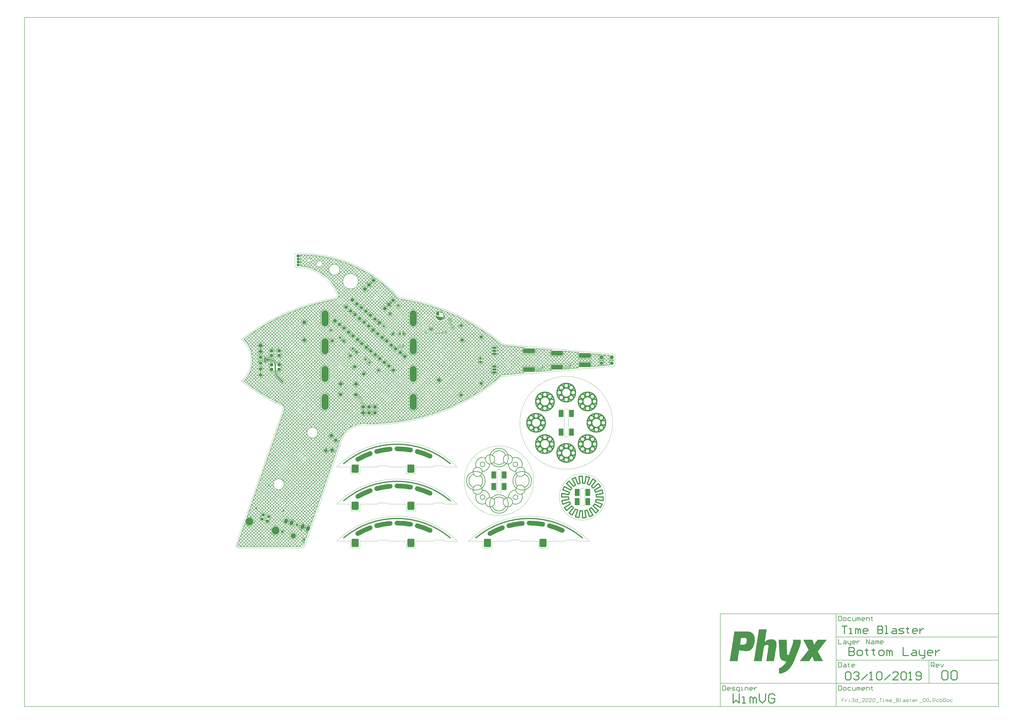
<source format=gbl>
G04*
G04 #@! TF.GenerationSoftware,Altium Limited,Altium Designer,18.1.11 (251)*
G04*
G04 Layer_Physical_Order=2*
G04 Layer_Color=3381759*
%FSLAX25Y25*%
%MOIN*%
G70*
G01*
G75*
%ADD10C,0.00984*%
%ADD11C,0.00787*%
%ADD13C,0.01968*%
%ADD14C,0.01000*%
%ADD16C,0.01575*%
%ADD17C,0.00197*%
G04:AMPARAMS|DCode=23|XSize=196.85mil|YSize=78.74mil|CornerRadius=3.94mil|HoleSize=0mil|Usage=FLASHONLY|Rotation=0.000|XOffset=0mil|YOffset=0mil|HoleType=Round|Shape=RoundedRectangle|*
%AMROUNDEDRECTD23*
21,1,0.19685,0.07087,0,0,0.0*
21,1,0.18898,0.07874,0,0,0.0*
1,1,0.00787,0.09449,-0.03543*
1,1,0.00787,-0.09449,-0.03543*
1,1,0.00787,-0.09449,0.03543*
1,1,0.00787,0.09449,0.03543*
%
%ADD23ROUNDEDRECTD23*%
G04:AMPARAMS|DCode=25|XSize=137.8mil|YSize=118.11mil|CornerRadius=14.76mil|HoleSize=0mil|Usage=FLASHONLY|Rotation=90.000|XOffset=0mil|YOffset=0mil|HoleType=Round|Shape=RoundedRectangle|*
%AMROUNDEDRECTD25*
21,1,0.13780,0.08858,0,0,90.0*
21,1,0.10827,0.11811,0,0,90.0*
1,1,0.02953,0.04429,0.05413*
1,1,0.02953,0.04429,-0.05413*
1,1,0.02953,-0.04429,-0.05413*
1,1,0.02953,-0.04429,0.05413*
%
%ADD25ROUNDEDRECTD25*%
%ADD37C,0.06299*%
%ADD61C,0.05906*%
%ADD75C,0.07874*%
%ADD76P,0.08352X4X365.0*%
%ADD77C,0.06496*%
%ADD78R,0.06496X0.06496*%
%ADD79C,0.05591*%
%ADD80C,0.13583*%
%ADD81R,0.05906X0.05906*%
%ADD82R,0.05906X0.05906*%
%ADD83C,0.05906*%
%ADD84C,0.06000*%
%ADD85P,0.05568X4X185.0*%
G04:AMPARAMS|DCode=86|XSize=39.37mil|YSize=39.37mil|CornerRadius=9.84mil|HoleSize=0mil|Usage=FLASHONLY|Rotation=140.000|XOffset=0mil|YOffset=0mil|HoleType=Round|Shape=RoundedRectangle|*
%AMROUNDEDRECTD86*
21,1,0.03937,0.01968,0,0,140.0*
21,1,0.01968,0.03937,0,0,140.0*
1,1,0.01968,-0.00121,0.01387*
1,1,0.01968,0.01387,0.00121*
1,1,0.01968,0.00121,-0.01387*
1,1,0.01968,-0.01387,-0.00121*
%
%ADD86ROUNDEDRECTD86*%
%ADD87P,0.08352X4X95.0*%
%ADD88R,0.03937X0.03937*%
G04:AMPARAMS|DCode=89|XSize=39.37mil|YSize=39.37mil|CornerRadius=9.84mil|HoleSize=0mil|Usage=FLASHONLY|Rotation=0.000|XOffset=0mil|YOffset=0mil|HoleType=Round|Shape=RoundedRectangle|*
%AMROUNDEDRECTD89*
21,1,0.03937,0.01968,0,0,0.0*
21,1,0.01968,0.03937,0,0,0.0*
1,1,0.01968,0.00984,-0.00984*
1,1,0.01968,-0.00984,-0.00984*
1,1,0.01968,-0.00984,0.00984*
1,1,0.01968,0.00984,0.00984*
%
%ADD89ROUNDEDRECTD89*%
%ADD90C,0.04724*%
G04:AMPARAMS|DCode=91|XSize=90.55mil|YSize=62.99mil|CornerRadius=0mil|HoleSize=0mil|Usage=FLASHONLY|Rotation=71.000|XOffset=0mil|YOffset=0mil|HoleType=Round|Shape=Round|*
%AMOVALD91*
21,1,0.02756,0.06299,0.00000,0.00000,71.0*
1,1,0.06299,-0.00449,-0.01303*
1,1,0.06299,0.00449,0.01303*
%
%ADD91OVALD91*%

%ADD92C,0.09055*%
G04:AMPARAMS|DCode=93|XSize=39.37mil|YSize=39.37mil|CornerRadius=9.84mil|HoleSize=0mil|Usage=FLASHONLY|Rotation=270.000|XOffset=0mil|YOffset=0mil|HoleType=Round|Shape=RoundedRectangle|*
%AMROUNDEDRECTD93*
21,1,0.03937,0.01968,0,0,270.0*
21,1,0.01968,0.03937,0,0,270.0*
1,1,0.01968,-0.00984,-0.00984*
1,1,0.01968,-0.00984,0.00984*
1,1,0.01968,0.00984,0.00984*
1,1,0.01968,0.00984,-0.00984*
%
%ADD93ROUNDEDRECTD93*%
%ADD94R,0.03937X0.03937*%
G04:AMPARAMS|DCode=95|XSize=39.37mil|YSize=39.37mil|CornerRadius=9.84mil|HoleSize=0mil|Usage=FLASHONLY|Rotation=225.000|XOffset=0mil|YOffset=0mil|HoleType=Round|Shape=RoundedRectangle|*
%AMROUNDEDRECTD95*
21,1,0.03937,0.01968,0,0,225.0*
21,1,0.01968,0.03937,0,0,225.0*
1,1,0.01968,-0.01392,0.00000*
1,1,0.01968,0.00000,0.01392*
1,1,0.01968,0.01392,0.00000*
1,1,0.01968,0.00000,-0.01392*
%
%ADD95ROUNDEDRECTD95*%
%ADD96P,0.05568X4X270.0*%
%ADD97C,0.05512*%
%ADD98O,0.07874X0.03937*%
%ADD99O,0.07874X0.03937*%
%ADD100O,0.11811X0.27559*%
%ADD101O,0.05118X0.04528*%
G04:AMPARAMS|DCode=102|XSize=45.28mil|YSize=51.18mil|CornerRadius=11.32mil|HoleSize=0mil|Usage=FLASHONLY|Rotation=270.000|XOffset=0mil|YOffset=0mil|HoleType=Round|Shape=RoundedRectangle|*
%AMROUNDEDRECTD102*
21,1,0.04528,0.02854,0,0,270.0*
21,1,0.02264,0.05118,0,0,270.0*
1,1,0.02264,-0.01427,-0.01132*
1,1,0.02264,-0.01427,0.01132*
1,1,0.02264,0.01427,0.01132*
1,1,0.02264,0.01427,-0.01132*
%
%ADD102ROUNDEDRECTD102*%
G04:AMPARAMS|DCode=103|XSize=60mil|YSize=60mil|CornerRadius=15mil|HoleSize=0mil|Usage=FLASHONLY|Rotation=225.000|XOffset=0mil|YOffset=0mil|HoleType=Round|Shape=RoundedRectangle|*
%AMROUNDEDRECTD103*
21,1,0.06000,0.03000,0,0,225.0*
21,1,0.03000,0.06000,0,0,225.0*
1,1,0.03000,-0.02121,0.00000*
1,1,0.03000,0.00000,0.02121*
1,1,0.03000,0.02121,0.00000*
1,1,0.03000,0.00000,-0.02121*
%
%ADD103ROUNDEDRECTD103*%
G04:AMPARAMS|DCode=104|XSize=60mil|YSize=60mil|CornerRadius=15mil|HoleSize=0mil|Usage=FLASHONLY|Rotation=90.000|XOffset=0mil|YOffset=0mil|HoleType=Round|Shape=RoundedRectangle|*
%AMROUNDEDRECTD104*
21,1,0.06000,0.03000,0,0,90.0*
21,1,0.03000,0.06000,0,0,90.0*
1,1,0.03000,0.01500,0.01500*
1,1,0.03000,0.01500,-0.01500*
1,1,0.03000,-0.01500,-0.01500*
1,1,0.03000,-0.01500,0.01500*
%
%ADD104ROUNDEDRECTD104*%
%ADD105C,0.02756*%
%ADD106C,0.02165*%
%ADD107R,0.01575X0.03937*%
%ADD108C,0.01968*%
G04:AMPARAMS|DCode=109|XSize=118.11mil|YSize=78.74mil|CornerRadius=3.94mil|HoleSize=0mil|Usage=FLASHONLY|Rotation=90.000|XOffset=0mil|YOffset=0mil|HoleType=Round|Shape=RoundedRectangle|*
%AMROUNDEDRECTD109*
21,1,0.11811,0.07087,0,0,90.0*
21,1,0.11024,0.07874,0,0,90.0*
1,1,0.00787,0.03543,0.05512*
1,1,0.00787,0.03543,-0.05512*
1,1,0.00787,-0.03543,-0.05512*
1,1,0.00787,-0.03543,0.05512*
%
%ADD109ROUNDEDRECTD109*%
G36*
X347075Y402069D02*
X347074Y402000D01*
X347143Y402000D01*
X347143Y402068D01*
X347212Y402068D01*
X347211Y401999D01*
X347280Y401999D01*
X347280Y402067D01*
X347349Y402066D01*
X347348Y401998D01*
X347417Y401997D01*
X347417Y402066D01*
X348581Y402056D01*
X348581Y401987D01*
X348375Y401989D01*
X348375Y401921D01*
X348306Y401921D01*
X348307Y401990D01*
X348238Y401990D01*
X348238Y401922D01*
X348169Y401922D01*
X348169Y401854D01*
X348100Y401854D01*
X348100Y401786D01*
X348031Y401787D01*
X348030Y401718D01*
X347894Y401719D01*
X347893Y401651D01*
X347892Y401582D01*
X347824Y401583D01*
X347823Y401514D01*
X347755Y401515D01*
X347754Y401446D01*
X347686Y401447D01*
X347685Y401379D01*
X347617Y401379D01*
X347616Y401311D01*
X347548Y401311D01*
X347547Y401243D01*
X347615Y401242D01*
X347615Y401174D01*
X347546Y401174D01*
X347546Y401106D01*
X347477Y401107D01*
X347477Y401038D01*
X347408Y401039D01*
X347408Y400970D01*
X347407Y400902D01*
X347406Y400833D01*
X347338Y400834D01*
X347337Y400765D01*
X347337Y400697D01*
X347336Y400628D01*
X347268Y400629D01*
X347267Y400560D01*
X347336Y400560D01*
X347335Y400491D01*
X347267Y400492D01*
X347266Y400423D01*
X347265Y400355D01*
X347265Y400286D01*
X347196Y400287D01*
X347196Y400219D01*
X347195Y400150D01*
X347194Y400082D01*
X347126Y400082D01*
X347125Y400014D01*
X347194Y400013D01*
X347193Y399945D01*
X347125Y399945D01*
X347124Y399877D01*
X347193Y399876D01*
X347192Y399808D01*
X347124Y399808D01*
X347123Y399740D01*
X347122Y399671D01*
X347122Y399603D01*
X347121Y399535D01*
X347121Y399466D01*
X347120Y399397D01*
X347119Y399329D01*
X347051Y399330D01*
X347050Y399261D01*
X347119Y399260D01*
X347118Y399192D01*
X347050Y399193D01*
X347049Y399124D01*
X347117Y399124D01*
X347117Y399055D01*
X347048Y399056D01*
X347048Y398987D01*
X347116Y398987D01*
X347116Y398918D01*
X347047Y398919D01*
X347047Y398850D01*
X347115Y398850D01*
X347115Y398781D01*
X347046Y398782D01*
X347045Y398713D01*
X347114Y398713D01*
X347113Y398644D01*
X347045Y398645D01*
X347044Y398576D01*
X347113Y398576D01*
X347112Y398507D01*
X347044Y398508D01*
X347043Y398439D01*
X347112Y398439D01*
X347111Y398370D01*
X347110Y398302D01*
X347110Y398233D01*
X347109Y398165D01*
X347109Y398096D01*
X347108Y398028D01*
X347107Y397959D01*
X347107Y397891D01*
X347106Y397822D01*
X347175Y397822D01*
X347174Y397753D01*
X347106Y397754D01*
X347105Y397686D01*
X347174Y397685D01*
X347173Y397616D01*
X347104Y397617D01*
X347104Y397549D01*
X347172Y397548D01*
X347172Y397480D01*
X347103Y397480D01*
X347103Y397412D01*
X347171Y397411D01*
X347170Y397342D01*
X347170Y397274D01*
X347169Y397206D01*
X347169Y397137D01*
X347168Y397069D01*
X347237Y397068D01*
X347236Y397000D01*
X347167Y397000D01*
X347167Y396932D01*
X347235Y396931D01*
X347235Y396863D01*
X347234Y396794D01*
X347234Y396726D01*
X347233Y396657D01*
X347232Y396589D01*
X347301Y396588D01*
X347300Y396520D01*
X347232Y396520D01*
X347231Y396452D01*
X347300Y396451D01*
X347299Y396383D01*
X347299Y396314D01*
X347298Y396246D01*
X347297Y396177D01*
X347297Y396109D01*
X347365Y396108D01*
X347365Y396040D01*
X347364Y395971D01*
X347363Y395903D01*
X347432Y395902D01*
X347431Y395834D01*
X347363Y395834D01*
X347362Y395766D01*
X347431Y395765D01*
X347430Y395697D01*
X347362Y395697D01*
X347361Y395629D01*
X347429Y395628D01*
X347429Y395560D01*
X347428Y395491D01*
X347428Y395423D01*
X347496Y395422D01*
X347496Y395354D01*
X347495Y395285D01*
X347494Y395217D01*
X347563Y395216D01*
X347562Y395148D01*
X347494Y395148D01*
X347493Y395080D01*
X347562Y395079D01*
X347561Y395011D01*
X347493Y395011D01*
X347492Y394943D01*
X347561Y394942D01*
X347560Y394874D01*
X347559Y394805D01*
X347559Y394737D01*
X347627Y394736D01*
X347626Y394668D01*
X347626Y394599D01*
X347625Y394531D01*
X347694Y394530D01*
X347693Y394462D01*
X347625Y394462D01*
X347624Y394394D01*
X347693Y394393D01*
X347692Y394325D01*
X347691Y394256D01*
X347691Y394188D01*
X347622Y394188D01*
X347623Y394257D01*
X347554Y394257D01*
X347554Y394189D01*
X347485Y394190D01*
X347486Y394258D01*
X347281Y394260D01*
X347281Y394328D01*
X347213Y394329D01*
X347212Y394260D01*
X347144Y394261D01*
X347144Y394329D01*
X346802Y394332D01*
X346802Y394401D01*
X346734Y394402D01*
X346733Y394333D01*
X346665Y394334D01*
X346665Y394402D01*
X346597Y394403D01*
X346598Y394471D01*
X346529Y394472D01*
X346529Y394403D01*
X346460Y394404D01*
X346461Y394472D01*
X346118Y394475D01*
X346119Y394544D01*
X345913Y394546D01*
X345914Y394614D01*
X345572Y394617D01*
X345572Y394686D01*
X345367Y394687D01*
X345367Y394756D01*
X345025Y394759D01*
X345025Y394827D01*
X344957Y394828D01*
X344958Y394896D01*
X344889Y394897D01*
X344888Y394829D01*
X344820Y394829D01*
X344821Y394898D01*
X344615Y394899D01*
X344616Y394968D01*
X344547Y394968D01*
X344548Y395037D01*
X344479Y395038D01*
X344479Y394969D01*
X344410Y394970D01*
X344411Y395038D01*
X344205Y395040D01*
X344206Y395108D01*
X344001Y395110D01*
X344001Y395179D01*
X343796Y395181D01*
X343796Y395249D01*
X343728Y395250D01*
X343729Y395318D01*
X343660Y395319D01*
X343659Y395250D01*
X343591Y395251D01*
X343592Y395319D01*
X343386Y395321D01*
X343387Y395390D01*
X343318Y395390D01*
X343319Y395459D01*
X343113Y395460D01*
X343114Y395529D01*
X343046Y395529D01*
X343046Y395598D01*
X342841Y395600D01*
X342841Y395668D01*
X342773Y395669D01*
X342774Y395737D01*
X342568Y395739D01*
X342569Y395808D01*
X342500Y395808D01*
X342501Y395877D01*
X342432Y395877D01*
X342433Y395946D01*
X342364Y395946D01*
X342365Y396015D01*
X342160Y396017D01*
X342160Y396085D01*
X342092Y396086D01*
X342092Y396154D01*
X342024Y396155D01*
X342024Y396223D01*
X341956Y396224D01*
X341956Y396292D01*
X341888Y396293D01*
X341889Y396361D01*
X341820Y396362D01*
X341821Y396430D01*
X341752Y396431D01*
X341753Y396499D01*
X341684Y396500D01*
X341685Y396569D01*
X341686Y396637D01*
X341686Y396706D01*
X341618Y396706D01*
X341618Y396775D01*
X341550Y396775D01*
X341550Y396844D01*
X341551Y396912D01*
X341552Y396981D01*
X341483Y396981D01*
X341484Y397050D01*
X341552Y397049D01*
X341553Y397118D01*
X341484Y397118D01*
X341485Y397187D01*
X341553Y397186D01*
X341554Y397255D01*
X341486Y397255D01*
X341486Y397324D01*
X341487Y397392D01*
X341487Y397461D01*
X341556Y397460D01*
X341556Y397529D01*
X341488Y397529D01*
X341489Y397598D01*
X341557Y397597D01*
X341558Y397665D01*
X341558Y397734D01*
X341559Y397802D01*
X341627Y397802D01*
X341628Y397870D01*
X341696Y397870D01*
X341697Y397938D01*
X341629Y397939D01*
X341629Y398007D01*
X341698Y398007D01*
X341698Y398075D01*
X341699Y398144D01*
X341699Y398212D01*
X341768Y398212D01*
X341768Y398280D01*
X341837Y398279D01*
X341838Y398348D01*
X341769Y398348D01*
X341770Y398417D01*
X341838Y398416D01*
X341839Y398485D01*
X341839Y398553D01*
X341908Y398553D01*
X341908Y398621D01*
X341909Y398690D01*
X341977Y398689D01*
X341978Y398758D01*
X341979Y398826D01*
X341979Y398895D01*
X342048Y398894D01*
X342048Y398962D01*
X342117Y398962D01*
X342117Y399030D01*
X342049Y399031D01*
X342050Y399099D01*
X342118Y399099D01*
X342119Y399167D01*
X342187Y399167D01*
X342188Y399235D01*
X342256Y399235D01*
X342257Y399303D01*
X342257Y399371D01*
X342326Y399371D01*
X342326Y399439D01*
X342327Y399508D01*
X342395Y399507D01*
X342396Y399576D01*
X342465Y399575D01*
X342465Y399644D01*
X342534Y399643D01*
X342534Y399711D01*
X342535Y399780D01*
X342603Y399779D01*
X342604Y399848D01*
X342604Y399916D01*
X342673Y399916D01*
X342674Y399984D01*
X342742Y399984D01*
X342743Y400052D01*
X342811Y400051D01*
X342812Y400120D01*
X342880Y400119D01*
X342881Y400188D01*
X342949Y400187D01*
X342950Y400256D01*
X343018Y400255D01*
X343019Y400324D01*
X343087Y400323D01*
X343088Y400391D01*
X343157Y400391D01*
X343157Y400459D01*
X343226Y400459D01*
X343226Y400527D01*
X343295Y400527D01*
X343295Y400595D01*
X343364Y400595D01*
X343364Y400663D01*
X343433Y400662D01*
X343433Y400731D01*
X343502Y400730D01*
X343502Y400799D01*
X343571Y400798D01*
X343572Y400867D01*
X343640Y400866D01*
X343641Y400935D01*
X343709Y400934D01*
X343710Y401002D01*
X343915Y401001D01*
X343916Y401069D01*
X343984Y401068D01*
X343985Y401137D01*
X344190Y401135D01*
X344191Y401204D01*
X344259Y401203D01*
X344260Y401271D01*
X344328Y401271D01*
X344329Y401339D01*
X344534Y401338D01*
X344535Y401406D01*
X344603Y401405D01*
X344604Y401474D01*
X344810Y401472D01*
X344810Y401541D01*
X345016Y401539D01*
X345016Y401607D01*
X345085Y401607D01*
X345085Y401675D01*
X345154Y401675D01*
X345153Y401606D01*
X345222Y401606D01*
X345222Y401674D01*
X345428Y401672D01*
X345428Y401741D01*
X345497Y401740D01*
X345497Y401809D01*
X345566Y401808D01*
X345565Y401740D01*
X345634Y401739D01*
X345634Y401807D01*
X345840Y401806D01*
X345840Y401874D01*
X345909Y401873D01*
X345908Y401805D01*
X345977Y401804D01*
X345977Y401873D01*
X346046Y401872D01*
X346046Y401941D01*
X346115Y401940D01*
X346114Y401872D01*
X346183Y401871D01*
X346183Y401940D01*
X346663Y401935D01*
X346663Y402004D01*
X346732Y402003D01*
X346731Y401935D01*
X346800Y401934D01*
X346800Y402003D01*
X347006Y402001D01*
X347006Y402069D01*
X347075Y402069D01*
D02*
G37*
G36*
X349607Y401841D02*
X349606Y401773D01*
X349675Y401772D01*
X349675Y401841D01*
X349744Y401840D01*
X349743Y401772D01*
X350085Y401769D01*
X350085Y401700D01*
X350153Y401699D01*
X350154Y401768D01*
X350222Y401767D01*
X350222Y401699D01*
X350427Y401697D01*
X350427Y401629D01*
X350632Y401627D01*
X350631Y401558D01*
X350700Y401558D01*
X350701Y401626D01*
X350769Y401626D01*
X350768Y401557D01*
X350837Y401557D01*
X350836Y401488D01*
X350905Y401487D01*
X350905Y401556D01*
X350974Y401555D01*
X350973Y401487D01*
X351179Y401485D01*
X351178Y401417D01*
X351247Y401416D01*
X351246Y401347D01*
X351451Y401346D01*
X351451Y401277D01*
X351656Y401275D01*
X351656Y401207D01*
X351724Y401206D01*
X351724Y401138D01*
X351929Y401136D01*
X351928Y401068D01*
X352134Y401066D01*
X352133Y400997D01*
X352202Y400997D01*
X352201Y400928D01*
X352270Y400928D01*
X352269Y400859D01*
X352474Y400857D01*
X352474Y400789D01*
X352542Y400788D01*
X352542Y400720D01*
X352610Y400719D01*
X352610Y400651D01*
X352815Y400649D01*
X352815Y400581D01*
X352883Y400580D01*
X352882Y400511D01*
X352951Y400511D01*
X352950Y400442D01*
X353019Y400442D01*
X353018Y400373D01*
X353224Y400372D01*
X353223Y400303D01*
X353292Y400302D01*
X353291Y400234D01*
X353359Y400233D01*
X353359Y400165D01*
X353427Y400164D01*
X353427Y400096D01*
X353495Y400095D01*
X353495Y400027D01*
X353563Y400026D01*
X353562Y399958D01*
X353699Y399956D01*
X353699Y399888D01*
X353698Y399819D01*
X353904Y399818D01*
X353903Y399749D01*
X353902Y399681D01*
X354039Y399679D01*
X354039Y399611D01*
X354038Y399542D01*
X354175Y399541D01*
X354174Y399473D01*
X354174Y399404D01*
X354311Y399403D01*
X354310Y399335D01*
X354310Y399266D01*
X354447Y399265D01*
X354446Y399197D01*
X354446Y399128D01*
X354582Y399127D01*
X354582Y399058D01*
X354513Y399059D01*
X354513Y398991D01*
X354650Y398989D01*
X354649Y398921D01*
X354648Y398852D01*
X354717Y398852D01*
X354716Y398783D01*
X354785Y398783D01*
X354784Y398714D01*
X354853Y398714D01*
X354852Y398645D01*
X354921Y398645D01*
X354920Y398576D01*
X354989Y398575D01*
X354988Y398507D01*
X355056Y398506D01*
X355056Y398438D01*
X355055Y398370D01*
X355055Y398301D01*
X355123Y398300D01*
X355122Y398232D01*
X355191Y398231D01*
X355190Y398163D01*
X355259Y398162D01*
X355258Y398094D01*
X355327Y398093D01*
X355326Y398025D01*
X355395Y398024D01*
X355394Y397956D01*
X355393Y397887D01*
X355462Y397886D01*
X355461Y397818D01*
X355461Y397750D01*
X355529Y397749D01*
X355529Y397680D01*
X355597Y397680D01*
X355596Y397611D01*
X355596Y397543D01*
X355595Y397474D01*
X355664Y397474D01*
X355663Y397405D01*
X355732Y397405D01*
X355731Y397336D01*
X355800Y397336D01*
X355799Y397267D01*
X355798Y397199D01*
X355798Y397130D01*
X355866Y397130D01*
X355866Y397061D01*
X355934Y397061D01*
X355933Y396992D01*
X355933Y396924D01*
X355932Y396855D01*
X356001Y396855D01*
X356000Y396786D01*
X356069Y396785D01*
X356068Y396717D01*
X356067Y396649D01*
X356067Y396580D01*
X356135Y396579D01*
X356135Y396511D01*
X356203Y396510D01*
X356203Y396442D01*
X356202Y396373D01*
X356201Y396305D01*
X356270Y396304D01*
X356269Y396236D01*
X356338Y396235D01*
X356337Y396167D01*
X356269Y396167D01*
X356268Y396099D01*
X356200Y396099D01*
X356200Y396168D01*
X356132Y396169D01*
X356132Y396237D01*
X356064Y396238D01*
X356064Y396306D01*
X355996Y396307D01*
X355997Y396375D01*
X355928Y396376D01*
X355929Y396444D01*
X355860Y396445D01*
X355861Y396513D01*
X355861Y396582D01*
X355793Y396582D01*
X355793Y396651D01*
X355725Y396652D01*
X355726Y396720D01*
X355657Y396721D01*
X355658Y396789D01*
X355658Y396858D01*
X355521Y396859D01*
X355522Y396927D01*
X355523Y396996D01*
X355386Y396997D01*
X355386Y397065D01*
X355387Y397134D01*
X355318Y397134D01*
X355319Y397203D01*
X355251Y397203D01*
X355251Y397272D01*
X355114Y397273D01*
X355115Y397342D01*
X355115Y397410D01*
X354978Y397411D01*
X354979Y397480D01*
X354910Y397480D01*
X354911Y397549D01*
X354774Y397550D01*
X354775Y397619D01*
X354706Y397619D01*
X354707Y397688D01*
X354638Y397688D01*
X354639Y397757D01*
X354570Y397757D01*
X354571Y397826D01*
X354503Y397826D01*
X354503Y397895D01*
X354435Y397896D01*
X354435Y397964D01*
X354230Y397966D01*
X354230Y398034D01*
X354162Y398035D01*
X354163Y398103D01*
X354094Y398104D01*
X354095Y398172D01*
X354026Y398173D01*
X354027Y398241D01*
X353821Y398243D01*
X353822Y398312D01*
X353753Y398312D01*
X353754Y398381D01*
X353686Y398381D01*
X353686Y398450D01*
X353618Y398450D01*
X353618Y398519D01*
X353413Y398521D01*
X353414Y398589D01*
X353345Y398590D01*
X353346Y398658D01*
X353140Y398660D01*
X353141Y398729D01*
X353072Y398729D01*
X353073Y398798D01*
X352867Y398799D01*
X352868Y398868D01*
X352800Y398868D01*
X352800Y398937D01*
X352732Y398938D01*
X352731Y398869D01*
X352663Y398870D01*
X352663Y398938D01*
X352595Y398939D01*
X352595Y399007D01*
X352527Y399008D01*
X352527Y399076D01*
X352459Y399077D01*
X352458Y399008D01*
X352390Y399009D01*
X352391Y399078D01*
X352185Y399079D01*
X352186Y399148D01*
X352117Y399148D01*
X352118Y399217D01*
X351912Y399219D01*
X351913Y399287D01*
X351708Y399289D01*
X351708Y399357D01*
X351503Y399359D01*
X351503Y399428D01*
X351298Y399429D01*
X351298Y399498D01*
X351093Y399500D01*
X351094Y399568D01*
X350888Y399570D01*
X350889Y399639D01*
X350683Y399640D01*
X350684Y399709D01*
X350615Y399709D01*
X350615Y399641D01*
X350546Y399641D01*
X350547Y399710D01*
X350478Y399711D01*
X350479Y399779D01*
X350411Y399780D01*
X350410Y399711D01*
X350341Y399712D01*
X350342Y399780D01*
X350000Y399783D01*
X350000Y399852D01*
X349932Y399852D01*
X349931Y399784D01*
X349863Y399784D01*
X349863Y399853D01*
X349795Y399853D01*
X349795Y399922D01*
X349727Y399923D01*
X349726Y399854D01*
X349658Y399855D01*
X349658Y399923D01*
X349590Y399924D01*
X349589Y399855D01*
X349521Y399856D01*
X349521Y399924D01*
X349453Y399925D01*
X349452Y399857D01*
X349384Y399857D01*
X349385Y399926D01*
X349316Y399926D01*
X349316Y399858D01*
X349247Y399858D01*
X349248Y399927D01*
X349179Y399927D01*
X349179Y399859D01*
X349110Y399859D01*
X349111Y399928D01*
X349042Y399929D01*
X349042Y399860D01*
X348973Y399861D01*
X348974Y399929D01*
X348905Y399930D01*
X348905Y399861D01*
X348836Y399862D01*
X348835Y399793D01*
X348767Y399794D01*
X348768Y399863D01*
X348699Y399863D01*
X348699Y399795D01*
X348493Y399796D01*
X348493Y399728D01*
X348424Y399728D01*
X348424Y399660D01*
X348355Y399661D01*
X348354Y399592D01*
X348286Y399593D01*
X348285Y399524D01*
X348217Y399525D01*
X348217Y399593D01*
X348218Y399662D01*
X348219Y399730D01*
X348219Y399799D01*
X348220Y399867D01*
X348288Y399867D01*
X348289Y399935D01*
X348220Y399936D01*
X348221Y400004D01*
X348289Y400004D01*
X348290Y400072D01*
X348222Y400073D01*
X348222Y400141D01*
X348291Y400141D01*
X348291Y400209D01*
X348292Y400278D01*
X348292Y400346D01*
X348361Y400345D01*
X348362Y400414D01*
X348362Y400482D01*
X348363Y400551D01*
X348431Y400550D01*
X348432Y400619D01*
X348363Y400619D01*
X348364Y400688D01*
X348432Y400687D01*
X348433Y400756D01*
X348434Y400824D01*
X348502Y400824D01*
X348503Y400892D01*
X348503Y400961D01*
X348572Y400960D01*
X348572Y401028D01*
X348573Y401097D01*
X348573Y401165D01*
X348642Y401165D01*
X348643Y401233D01*
X348711Y401233D01*
X348712Y401301D01*
X348712Y401370D01*
X348849Y401369D01*
X348850Y401437D01*
X348850Y401505D01*
X348987Y401504D01*
X348988Y401573D01*
X348989Y401641D01*
X349126Y401640D01*
X349126Y401709D01*
X349195Y401708D01*
X349195Y401776D01*
X349538Y401773D01*
X349538Y401842D01*
X349607Y401841D01*
D02*
G37*
G36*
X353613Y397903D02*
X353612Y397834D01*
X353681Y397834D01*
X353680Y397765D01*
X353749Y397764D01*
X353748Y397696D01*
X353954Y397694D01*
X353953Y397626D01*
X354021Y397625D01*
X354021Y397557D01*
X354089Y397556D01*
X354089Y397488D01*
X354294Y397486D01*
X354294Y397417D01*
X354362Y397417D01*
X354361Y397348D01*
X354430Y397348D01*
X354429Y397279D01*
X354498Y397279D01*
X354497Y397210D01*
X354566Y397210D01*
X354565Y397141D01*
X354634Y397140D01*
X354633Y397072D01*
X354838Y397070D01*
X354838Y397002D01*
X354906Y397001D01*
X354906Y396933D01*
X354974Y396932D01*
X354974Y396864D01*
X355042Y396863D01*
X355041Y396794D01*
X355110Y396794D01*
X355109Y396725D01*
X355178Y396725D01*
X355177Y396656D01*
X355246Y396656D01*
X355245Y396587D01*
X355314Y396587D01*
X355313Y396518D01*
X355381Y396517D01*
X355381Y396449D01*
X355449Y396448D01*
X355449Y396380D01*
X355517Y396379D01*
X355517Y396311D01*
X355585Y396310D01*
X355585Y396242D01*
X355653Y396241D01*
X355652Y396173D01*
X355721Y396172D01*
X355720Y396104D01*
X355789Y396103D01*
X355788Y396035D01*
X355720Y396035D01*
X355719Y395967D01*
X355856Y395966D01*
X355855Y395897D01*
X355855Y395829D01*
X355923Y395828D01*
X355923Y395760D01*
X355991Y395759D01*
X355991Y395690D01*
X356059Y395690D01*
X356059Y395621D01*
X356127Y395621D01*
X356126Y395552D01*
X356195Y395552D01*
X356194Y395483D01*
X356126Y395484D01*
X356125Y395415D01*
X356194Y395415D01*
X356193Y395346D01*
X356261Y395346D01*
X356261Y395277D01*
X356329Y395276D01*
X356329Y395208D01*
X356260Y395209D01*
X356260Y395140D01*
X356328Y395140D01*
X356328Y395071D01*
X356396Y395071D01*
X356396Y395002D01*
X356464Y395001D01*
X356463Y394933D01*
X356463Y394865D01*
X356462Y394796D01*
X356531Y394795D01*
X356530Y394727D01*
X356529Y394658D01*
X356529Y394590D01*
X356597Y394589D01*
X356597Y394521D01*
X356596Y394452D01*
X356595Y394384D01*
X356664Y394383D01*
X356663Y394315D01*
X356663Y394246D01*
X356662Y394178D01*
X356731Y394177D01*
X356730Y394109D01*
X356730Y394040D01*
X356729Y393972D01*
X356797Y393971D01*
X356797Y393903D01*
X356728Y393903D01*
X356728Y393835D01*
X356796Y393834D01*
X356796Y393766D01*
X356795Y393697D01*
X356794Y393629D01*
X356794Y393560D01*
X356793Y393492D01*
X356862Y393491D01*
X356861Y393423D01*
X356793Y393423D01*
X356792Y393355D01*
X356860Y393354D01*
X356860Y393286D01*
X356791Y393286D01*
X356791Y393218D01*
X356859Y393217D01*
X356859Y393149D01*
X356858Y393080D01*
X356857Y393012D01*
X356789Y393012D01*
X356788Y392944D01*
X356857Y392944D01*
X356856Y392875D01*
X356856Y392807D01*
X356855Y392738D01*
X356787Y392739D01*
X356786Y392670D01*
X356855Y392670D01*
X356854Y392601D01*
X356785Y392602D01*
X356785Y392533D01*
X356853Y392533D01*
X356853Y392464D01*
X356784Y392465D01*
X356784Y392396D01*
X356852Y392396D01*
X356852Y392327D01*
X356783Y392328D01*
X356783Y392259D01*
X356782Y392191D01*
X356781Y392122D01*
X356781Y392054D01*
X356780Y391985D01*
X356712Y391986D01*
X356711Y391917D01*
X356710Y391849D01*
X356710Y391780D01*
X356709Y391712D01*
X356709Y391644D01*
X356640Y391644D01*
X356640Y391576D01*
X356708Y391575D01*
X356707Y391507D01*
X356639Y391507D01*
X356638Y391439D01*
X356638Y391370D01*
X356637Y391302D01*
X356569Y391302D01*
X356568Y391234D01*
X356568Y391165D01*
X356567Y391097D01*
X356498Y391097D01*
X356498Y391029D01*
X356566Y391028D01*
X356566Y390960D01*
X356497Y390961D01*
X356497Y390892D01*
X356496Y390824D01*
X356428Y390824D01*
X356427Y390756D01*
X356426Y390687D01*
X356358Y390688D01*
X356357Y390619D01*
X356426Y390619D01*
X356425Y390550D01*
X356357Y390551D01*
X356356Y390482D01*
X356356Y390414D01*
X356287Y390415D01*
X356286Y390346D01*
X356286Y390278D01*
X356217Y390278D01*
X356217Y390210D01*
X356285Y390209D01*
X356285Y390141D01*
X356216Y390141D01*
X356216Y390073D01*
X356147Y390073D01*
X356146Y390005D01*
X356078Y390005D01*
X356077Y389937D01*
X356146Y389936D01*
X356145Y389868D01*
X356077Y389868D01*
X356076Y389800D01*
X356008Y389801D01*
X356007Y389732D01*
X355939Y389733D01*
X355938Y389664D01*
X356007Y389664D01*
X356006Y389595D01*
X355937Y389596D01*
X355937Y389527D01*
X355868Y389528D01*
X355868Y389459D01*
X355799Y389460D01*
X355799Y389391D01*
X355867Y389391D01*
X355867Y389322D01*
X355798Y389323D01*
X355797Y389254D01*
X355729Y389255D01*
X355728Y389187D01*
X355660Y389187D01*
X355659Y389119D01*
X355659Y389050D01*
X355590Y389051D01*
X355590Y388982D01*
X355589Y388914D01*
X355521Y388914D01*
X355520Y388846D01*
X355451Y388847D01*
X355451Y388778D01*
X355382Y388779D01*
X355382Y388710D01*
X355313Y388711D01*
X355313Y388642D01*
X355244Y388643D01*
X355244Y388575D01*
X355312Y388574D01*
X355311Y388505D01*
X355175Y388507D01*
X355174Y388438D01*
X355173Y388370D01*
X355105Y388370D01*
X355104Y388302D01*
X355036Y388302D01*
X355035Y388234D01*
X354967Y388234D01*
X354966Y388166D01*
X354898Y388167D01*
X354897Y388098D01*
X354829Y388099D01*
X354828Y388030D01*
X354760Y388031D01*
X354759Y387962D01*
X354690Y387963D01*
X354690Y387895D01*
X354621Y387895D01*
X354621Y387827D01*
X354552Y387827D01*
X354552Y387759D01*
X354483Y387759D01*
X354483Y387691D01*
X354414Y387691D01*
X354414Y387623D01*
X354345Y387624D01*
X354344Y387555D01*
X354207Y387556D01*
X354207Y387488D01*
X354206Y387419D01*
X354001Y387421D01*
X354000Y387353D01*
X353932Y387353D01*
X353931Y387285D01*
X353863Y387285D01*
X353862Y387217D01*
X353794Y387217D01*
X353793Y387149D01*
X353588Y387151D01*
X353587Y387082D01*
X353519Y387083D01*
X353518Y387014D01*
X353381Y387016D01*
X353380Y386947D01*
X353243Y386948D01*
X353243Y386880D01*
X353174Y386880D01*
X353174Y386812D01*
X353105Y386813D01*
X353106Y386881D01*
X353037Y386882D01*
X353037Y386813D01*
X352968Y386814D01*
X352968Y386745D01*
X352762Y386747D01*
X352762Y386679D01*
X352693Y386679D01*
X352693Y386611D01*
X352556Y386612D01*
X352556Y386680D01*
X352693Y386679D01*
X352694Y386748D01*
X352694Y386816D01*
X352763Y386816D01*
X352764Y386884D01*
X352764Y386952D01*
X352833Y386952D01*
X352833Y387020D01*
X352902Y387020D01*
X352902Y387088D01*
X352971Y387088D01*
X352971Y387156D01*
X353040Y387156D01*
X353040Y387224D01*
X353109Y387224D01*
X353109Y387292D01*
X353041Y387293D01*
X353042Y387361D01*
X353110Y387360D01*
X353111Y387429D01*
X353179Y387428D01*
X353180Y387497D01*
X353248Y387496D01*
X353249Y387565D01*
X353317Y387564D01*
X353318Y387632D01*
X353319Y387701D01*
X353319Y387770D01*
X353387Y387769D01*
X353388Y387837D01*
X353457Y387837D01*
X353457Y387905D01*
X353526Y387905D01*
X353526Y387973D01*
X353458Y387974D01*
X353458Y388042D01*
X353527Y388042D01*
X353527Y388110D01*
X353596Y388109D01*
X353596Y388178D01*
X353665Y388177D01*
X353666Y388246D01*
X353666Y388314D01*
X353735Y388314D01*
X353735Y388382D01*
X353736Y388451D01*
X353804Y388450D01*
X353805Y388519D01*
X353806Y388587D01*
X353806Y388655D01*
X353875Y388655D01*
X353875Y388723D01*
X353944Y388723D01*
X353944Y388791D01*
X353876Y388792D01*
X353876Y388860D01*
X353945Y388860D01*
X353945Y388928D01*
X354014Y388928D01*
X354015Y388996D01*
X354015Y389065D01*
X354016Y389133D01*
X354084Y389132D01*
X354085Y389201D01*
X354085Y389269D01*
X354154Y389269D01*
X354154Y389337D01*
X354155Y389406D01*
X354224Y389405D01*
X354224Y389474D01*
X354156Y389474D01*
X354156Y389543D01*
X354225Y389542D01*
X354225Y389611D01*
X354294Y389610D01*
X354294Y389679D01*
X354295Y389747D01*
X354296Y389815D01*
X354364Y389815D01*
X354365Y389883D01*
X354296Y389884D01*
X354297Y389952D01*
X354365Y389952D01*
X354366Y390020D01*
X354434Y390020D01*
X354435Y390088D01*
X354436Y390157D01*
X354436Y390225D01*
X354505Y390225D01*
X354505Y390293D01*
X354437Y390294D01*
X354437Y390362D01*
X354506Y390361D01*
X354506Y390430D01*
X354507Y390498D01*
X354508Y390567D01*
X354576Y390566D01*
X354577Y390635D01*
X354508Y390635D01*
X354509Y390704D01*
X354577Y390703D01*
X354578Y390772D01*
X354646Y390771D01*
X354647Y390840D01*
X354579Y390840D01*
X354579Y390909D01*
X354648Y390908D01*
X354648Y390977D01*
X354580Y390977D01*
X354580Y391046D01*
X354649Y391045D01*
X354649Y391114D01*
X354650Y391182D01*
X354651Y391251D01*
X354651Y391319D01*
X354652Y391388D01*
X354720Y391387D01*
X354721Y391455D01*
X354721Y391524D01*
X354722Y391592D01*
X354723Y391661D01*
X354723Y391729D01*
X354792Y391729D01*
X354792Y391797D01*
X354724Y391798D01*
X354725Y391866D01*
X354793Y391866D01*
X354794Y391934D01*
X354725Y391935D01*
X354726Y392003D01*
X354794Y392003D01*
X354795Y392071D01*
X354726Y392072D01*
X354727Y392140D01*
X354795Y392140D01*
X354796Y392208D01*
X354728Y392209D01*
X354728Y392277D01*
X354797Y392277D01*
X354797Y392345D01*
X354798Y392413D01*
X354798Y392482D01*
X354730Y392483D01*
X354731Y392551D01*
X354799Y392550D01*
X354800Y392619D01*
X354800Y392687D01*
X354801Y392756D01*
X354801Y392824D01*
X354802Y392893D01*
X354802Y392961D01*
X354803Y393030D01*
X354735Y393031D01*
X354735Y393099D01*
X354804Y393098D01*
X354804Y393167D01*
X354736Y393167D01*
X354736Y393236D01*
X354805Y393235D01*
X354805Y393304D01*
X354737Y393304D01*
X354738Y393373D01*
X354806Y393372D01*
X354807Y393441D01*
X354738Y393441D01*
X354739Y393510D01*
X354807Y393509D01*
X354808Y393578D01*
X354739Y393578D01*
X354740Y393647D01*
X354808Y393646D01*
X354809Y393715D01*
X354741Y393715D01*
X354741Y393784D01*
X354742Y393852D01*
X354742Y393921D01*
X354743Y393989D01*
X354744Y394058D01*
X354675Y394058D01*
X354676Y394127D01*
X354676Y394195D01*
X354677Y394264D01*
X354608Y394264D01*
X354609Y394333D01*
X354678Y394332D01*
X354678Y394401D01*
X354610Y394401D01*
X354610Y394470D01*
X354679Y394469D01*
X354679Y394538D01*
X354611Y394538D01*
X354611Y394607D01*
X354680Y394606D01*
X354680Y394675D01*
X354612Y394675D01*
X354613Y394744D01*
X354544Y394744D01*
X354545Y394813D01*
X354545Y394881D01*
X354546Y394950D01*
X354478Y394950D01*
X354478Y395019D01*
X354547Y395018D01*
X354547Y395087D01*
X354479Y395087D01*
X354479Y395156D01*
X354480Y395224D01*
X354481Y395293D01*
X354412Y395293D01*
X354413Y395362D01*
X354413Y395430D01*
X354414Y395499D01*
X354345Y395499D01*
X354346Y395568D01*
X354414Y395567D01*
X354415Y395636D01*
X354346Y395636D01*
X354347Y395705D01*
X354348Y395773D01*
X354348Y395842D01*
X354280Y395842D01*
X354280Y395911D01*
X354212Y395911D01*
X354212Y395980D01*
X354281Y395979D01*
X354282Y396048D01*
X354213Y396048D01*
X354214Y396117D01*
X354145Y396117D01*
X354146Y396186D01*
X354146Y396254D01*
X354147Y396323D01*
X354079Y396323D01*
X354079Y396392D01*
X354080Y396460D01*
X354080Y396529D01*
X354012Y396530D01*
X354012Y396598D01*
X353944Y396599D01*
X353945Y396667D01*
X354013Y396666D01*
X354014Y396735D01*
X353945Y396736D01*
X353946Y396804D01*
X353877Y396805D01*
X353878Y396873D01*
X353878Y396942D01*
X353879Y397010D01*
X353811Y397011D01*
X353811Y397079D01*
X353743Y397080D01*
X353743Y397148D01*
X353675Y397149D01*
X353676Y397217D01*
X353744Y397217D01*
X353745Y397285D01*
X353676Y397286D01*
X353677Y397354D01*
X353608Y397355D01*
X353609Y397423D01*
X353609Y397492D01*
X353610Y397560D01*
X353541Y397561D01*
X353542Y397629D01*
X353474Y397630D01*
X353474Y397698D01*
X353406Y397699D01*
X353406Y397767D01*
X353475Y397767D01*
X353475Y397835D01*
X353407Y397836D01*
X353408Y397904D01*
X353613Y397903D01*
D02*
G37*
G36*
X356404Y396029D02*
X356404Y395961D01*
X356403Y395892D01*
X356266Y395893D01*
X356267Y395962D01*
X356335Y395961D01*
X356336Y396030D01*
X356404Y396029D01*
D02*
G37*
G36*
X341265Y395545D02*
X341265Y395477D01*
X341333Y395476D01*
X341332Y395407D01*
X341401Y395407D01*
X341400Y395338D01*
X341400Y395270D01*
X341468Y395269D01*
X341468Y395201D01*
X341467Y395132D01*
X341535Y395132D01*
X341535Y395063D01*
X341603Y395063D01*
X341603Y394994D01*
X341671Y394993D01*
X341671Y394925D01*
X341739Y394924D01*
X341739Y394856D01*
X341807Y394855D01*
X341806Y394787D01*
X341875Y394786D01*
X341874Y394718D01*
X341943Y394717D01*
X341942Y394649D01*
X342011Y394648D01*
X342010Y394580D01*
X342215Y394578D01*
X342215Y394509D01*
X342214Y394441D01*
X342351Y394440D01*
X342351Y394371D01*
X342419Y394371D01*
X342419Y394302D01*
X342555Y394301D01*
X342555Y394233D01*
X342692Y394231D01*
X342691Y394163D01*
X342760Y394162D01*
X342759Y394094D01*
X342896Y394092D01*
X342896Y394024D01*
X343033Y394023D01*
X343032Y393954D01*
X343100Y393954D01*
X343100Y393885D01*
X343305Y393883D01*
X343305Y393815D01*
X343373Y393814D01*
X343372Y393746D01*
X343578Y393744D01*
X343577Y393676D01*
X343783Y393674D01*
X343782Y393605D01*
X343988Y393604D01*
X343987Y393535D01*
X344056Y393535D01*
X344055Y393466D01*
X344123Y393465D01*
X344124Y393534D01*
X344192Y393533D01*
X344192Y393465D01*
X344397Y393463D01*
X344397Y393395D01*
X344465Y393394D01*
X344465Y393325D01*
X344807Y393322D01*
X344806Y393254D01*
X344875Y393253D01*
X344874Y393185D01*
X344943Y393184D01*
X344943Y393253D01*
X345012Y393252D01*
X345011Y393184D01*
X345217Y393182D01*
X345216Y393113D01*
X345422Y393112D01*
X345421Y393043D01*
X345763Y393040D01*
X345763Y392972D01*
X345968Y392970D01*
X345968Y392901D01*
X346310Y392899D01*
X346309Y392830D01*
X346515Y392828D01*
X346514Y392760D01*
X346583Y392759D01*
X346583Y392828D01*
X346652Y392827D01*
X346651Y392759D01*
X346993Y392756D01*
X346993Y392687D01*
X347061Y392687D01*
X347062Y392755D01*
X347130Y392754D01*
X347130Y392686D01*
X347335Y392684D01*
X347335Y392616D01*
X347403Y392615D01*
X347404Y392684D01*
X347472Y392683D01*
X347472Y392614D01*
X347677Y392613D01*
X347676Y392544D01*
X347745Y392544D01*
X347746Y392612D01*
X347814Y392612D01*
X347814Y392543D01*
X347882Y392542D01*
X347883Y392611D01*
X347951Y392610D01*
X347950Y392542D01*
X348019Y392541D01*
X348018Y392473D01*
X348087Y392472D01*
X348087Y392541D01*
X348156Y392540D01*
X348155Y392472D01*
X348772Y392466D01*
X348771Y392398D01*
X348839Y392397D01*
X348840Y392465D01*
X348909Y392465D01*
X348908Y392396D01*
X349113Y392395D01*
X349113Y392326D01*
X349181Y392326D01*
X349182Y392394D01*
X349250Y392393D01*
X349250Y392325D01*
X349318Y392324D01*
X349319Y392393D01*
X349387Y392392D01*
X349387Y392324D01*
X349729Y392321D01*
X349728Y392252D01*
X349797Y392252D01*
X349798Y392320D01*
X349866Y392320D01*
X349866Y392251D01*
X350071Y392249D01*
X350070Y392181D01*
X350139Y392180D01*
X350139Y392249D01*
X350208Y392248D01*
X350207Y392180D01*
X350276Y392179D01*
X350276Y392248D01*
X350345Y392247D01*
X350344Y392179D01*
X350824Y392174D01*
X350823Y392106D01*
X350891Y392105D01*
X350892Y392174D01*
X350960Y392173D01*
X350960Y392105D01*
X351165Y392103D01*
X351165Y392034D01*
X351233Y392034D01*
X351234Y392102D01*
X351302Y392102D01*
X351302Y392033D01*
X351370Y392033D01*
X351371Y392101D01*
X351439Y392100D01*
X351439Y392032D01*
X351507Y392031D01*
X351508Y392100D01*
X351576Y392099D01*
X351576Y392031D01*
X351781Y392029D01*
X351782Y392097D01*
X351850Y392097D01*
X351850Y392028D01*
X352329Y392024D01*
X352329Y392093D01*
X352398Y392092D01*
X352397Y392024D01*
X352466Y392023D01*
X352467Y392091D01*
X352535Y392091D01*
X352534Y392022D01*
X352603Y392022D01*
X352603Y392090D01*
X352809Y392089D01*
X352810Y392157D01*
X353152Y392154D01*
X353152Y392222D01*
X353221Y392222D01*
X353222Y392290D01*
X353427Y392288D01*
X353428Y392357D01*
X353496Y392356D01*
X353497Y392425D01*
X353634Y392424D01*
X353634Y392492D01*
X353635Y392561D01*
X353772Y392560D01*
X353772Y392628D01*
X353773Y392696D01*
X353841Y392696D01*
X353842Y392764D01*
X353910Y392764D01*
X353911Y392832D01*
X353980Y392832D01*
X353980Y392900D01*
X353981Y392969D01*
X353981Y393037D01*
X354050Y393036D01*
X354049Y392968D01*
X354118Y392967D01*
X354117Y392899D01*
X354049Y392899D01*
X354048Y392831D01*
X354117Y392830D01*
X354116Y392762D01*
X354047Y392762D01*
X354047Y392694D01*
X354115Y392693D01*
X354115Y392625D01*
X354046Y392626D01*
X354046Y392557D01*
X354045Y392489D01*
X354045Y392420D01*
X354044Y392352D01*
X354043Y392283D01*
X354043Y392215D01*
X354042Y392146D01*
X354042Y392078D01*
X354041Y392009D01*
X353972Y392010D01*
X353972Y391941D01*
X353971Y391873D01*
X353971Y391804D01*
X353970Y391736D01*
X353969Y391668D01*
X353969Y391599D01*
X353968Y391530D01*
X353900Y391531D01*
X353899Y391463D01*
X353968Y391462D01*
X353967Y391393D01*
X353899Y391394D01*
X353898Y391326D01*
X353966Y391325D01*
X353966Y391257D01*
X353897Y391257D01*
X353897Y391189D01*
X353896Y391120D01*
X353896Y391052D01*
X353895Y390983D01*
X353894Y390915D01*
X353826Y390915D01*
X353825Y390847D01*
X353825Y390778D01*
X353824Y390710D01*
X353823Y390641D01*
X353823Y390573D01*
X353754Y390574D01*
X353754Y390505D01*
X353822Y390505D01*
X353822Y390436D01*
X353753Y390437D01*
X353753Y390368D01*
X353752Y390300D01*
X353751Y390231D01*
X353683Y390232D01*
X353682Y390163D01*
X353682Y390095D01*
X353681Y390026D01*
X353613Y390027D01*
X353612Y389958D01*
X353681Y389958D01*
X353680Y389889D01*
X353611Y389890D01*
X353611Y389822D01*
X353610Y389753D01*
X353610Y389685D01*
X353541Y389685D01*
X353541Y389617D01*
X353540Y389548D01*
X353539Y389480D01*
X353471Y389480D01*
X353470Y389412D01*
X353539Y389411D01*
X353538Y389343D01*
X353470Y389343D01*
X353469Y389275D01*
X353401Y389276D01*
X353400Y389207D01*
X353399Y389139D01*
X353399Y389070D01*
X353330Y389071D01*
X353330Y389002D01*
X353329Y388934D01*
X353329Y388865D01*
X353260Y388866D01*
X353259Y388797D01*
X353191Y388798D01*
X353190Y388729D01*
X353259Y388729D01*
X353258Y388660D01*
X353190Y388661D01*
X353189Y388592D01*
X353121Y388593D01*
X353120Y388525D01*
X353052Y388525D01*
X353051Y388457D01*
X353120Y388456D01*
X353119Y388388D01*
X353050Y388388D01*
X353050Y388320D01*
X352981Y388320D01*
X352981Y388252D01*
X352980Y388183D01*
X352980Y388115D01*
X352911Y388116D01*
X352911Y388047D01*
X352842Y388048D01*
X352841Y387979D01*
X352773Y387980D01*
X352772Y387911D01*
X352772Y387843D01*
X352703Y387843D01*
X352703Y387775D01*
X352702Y387706D01*
X352634Y387707D01*
X352633Y387638D01*
X352565Y387639D01*
X352564Y387571D01*
X352496Y387571D01*
X352495Y387503D01*
X352494Y387434D01*
X352357Y387436D01*
X352357Y387367D01*
X352356Y387298D01*
X352288Y387299D01*
X352287Y387231D01*
X352287Y387162D01*
X352150Y387163D01*
X352149Y387095D01*
X352148Y387026D01*
X352011Y387028D01*
X352011Y386959D01*
X352010Y386891D01*
X351805Y386892D01*
X351804Y386824D01*
X351736Y386824D01*
X351735Y386756D01*
X351667Y386757D01*
X351666Y386688D01*
X351597Y386689D01*
X351597Y386620D01*
X351391Y386622D01*
X351391Y386554D01*
X351322Y386554D01*
X351322Y386486D01*
X351116Y386488D01*
X351116Y386419D01*
X351047Y386420D01*
X351047Y386351D01*
X350704Y386354D01*
X350704Y386286D01*
X350498Y386287D01*
X350498Y386219D01*
X350429Y386220D01*
X350430Y386288D01*
X350361Y386289D01*
X350361Y386220D01*
X349744Y386226D01*
X349744Y386157D01*
X349675Y386158D01*
X349676Y386226D01*
X349607Y386227D01*
X349607Y386158D01*
X349538Y386159D01*
X349539Y386227D01*
X349470Y386228D01*
X349470Y386159D01*
X349401Y386160D01*
X349402Y386228D01*
X348512Y386236D01*
X348512Y386305D01*
X348444Y386305D01*
X348443Y386237D01*
X348375Y386238D01*
X348375Y386306D01*
X348170Y386308D01*
X348170Y386376D01*
X348102Y386377D01*
X348101Y386308D01*
X348033Y386309D01*
X348034Y386377D01*
X347828Y386379D01*
X347829Y386448D01*
X347760Y386448D01*
X347760Y386380D01*
X347691Y386381D01*
X347692Y386449D01*
X347623Y386450D01*
X347624Y386518D01*
X347555Y386519D01*
X347555Y386450D01*
X347486Y386451D01*
X347487Y386519D01*
X347282Y386521D01*
X347282Y386590D01*
X347077Y386591D01*
X347077Y386660D01*
X346872Y386662D01*
X346872Y386730D01*
X346667Y386732D01*
X346668Y386800D01*
X346462Y386802D01*
X346463Y386871D01*
X346394Y386871D01*
X346395Y386940D01*
X346189Y386941D01*
X346190Y387010D01*
X346122Y387011D01*
X346122Y387079D01*
X345917Y387081D01*
X345917Y387149D01*
X345849Y387150D01*
X345849Y387218D01*
X345644Y387220D01*
X345645Y387289D01*
X345576Y387289D01*
X345577Y387358D01*
X345371Y387359D01*
X345372Y387428D01*
X345303Y387428D01*
X345304Y387497D01*
X345235Y387498D01*
X345236Y387566D01*
X345168Y387567D01*
X345168Y387635D01*
X345031Y387636D01*
X345032Y387705D01*
X344895Y387706D01*
X344896Y387774D01*
X344827Y387775D01*
X344828Y387844D01*
X344759Y387844D01*
X344760Y387913D01*
X344691Y387913D01*
X344692Y387982D01*
X344623Y387982D01*
X344624Y388051D01*
X344419Y388053D01*
X344419Y388121D01*
X344488Y388121D01*
X344488Y388189D01*
X344283Y388191D01*
X344283Y388259D01*
X344215Y388260D01*
X344215Y388328D01*
X344147Y388329D01*
X344148Y388397D01*
X344079Y388398D01*
X344080Y388467D01*
X344011Y388467D01*
X344012Y388536D01*
X343943Y388536D01*
X343944Y388605D01*
X343876Y388605D01*
X343876Y388674D01*
X343808Y388674D01*
X343808Y388743D01*
X343740Y388743D01*
X343740Y388812D01*
X343672Y388812D01*
X343672Y388881D01*
X343604Y388881D01*
X343605Y388950D01*
X343536Y388951D01*
X343537Y389019D01*
X343468Y389020D01*
X343469Y389088D01*
X343400Y389089D01*
X343401Y389157D01*
X343332Y389158D01*
X343333Y389226D01*
X343402Y389226D01*
X343402Y389294D01*
X343265Y389295D01*
X343266Y389364D01*
X343266Y389432D01*
X343198Y389433D01*
X343198Y389501D01*
X343130Y389502D01*
X343131Y389570D01*
X343062Y389571D01*
X343063Y389640D01*
X342994Y389640D01*
X342995Y389709D01*
X342926Y389709D01*
X342927Y389778D01*
X342858Y389778D01*
X342859Y389847D01*
X342860Y389915D01*
X342860Y389984D01*
X342792Y389984D01*
X342792Y390053D01*
X342724Y390054D01*
X342724Y390122D01*
X342656Y390123D01*
X342657Y390191D01*
X342657Y390260D01*
X342589Y390260D01*
X342589Y390329D01*
X342590Y390397D01*
X342521Y390398D01*
X342522Y390466D01*
X342454Y390467D01*
X342454Y390535D01*
X342386Y390536D01*
X342386Y390604D01*
X342455Y390604D01*
X342455Y390672D01*
X342387Y390673D01*
X342387Y390741D01*
X342319Y390742D01*
X342320Y390810D01*
X342251Y390811D01*
X342252Y390879D01*
X342320Y390879D01*
X342321Y390947D01*
X342252Y390948D01*
X342253Y391016D01*
X342184Y391017D01*
X342185Y391085D01*
X342116Y391086D01*
X342117Y391155D01*
X342118Y391223D01*
X342118Y391291D01*
X342050Y391292D01*
X342050Y391360D01*
X341982Y391361D01*
X341983Y391430D01*
X342051Y391429D01*
X342052Y391497D01*
X341983Y391498D01*
X341984Y391567D01*
X341915Y391567D01*
X341916Y391636D01*
X341916Y391704D01*
X341917Y391773D01*
X341849Y391773D01*
X341849Y391842D01*
X341850Y391910D01*
X341850Y391979D01*
X341782Y391979D01*
X341782Y392048D01*
X341714Y392048D01*
X341715Y392117D01*
X341783Y392116D01*
X341784Y392185D01*
X341715Y392185D01*
X341716Y392254D01*
X341716Y392322D01*
X341717Y392391D01*
X341649Y392391D01*
X341649Y392460D01*
X341581Y392460D01*
X341581Y392529D01*
X341650Y392528D01*
X341650Y392597D01*
X341582Y392597D01*
X341582Y392666D01*
X341583Y392734D01*
X341584Y392803D01*
X341515Y392803D01*
X341516Y392872D01*
X341516Y392940D01*
X341517Y393009D01*
X341448Y393009D01*
X341449Y393078D01*
X341518Y393077D01*
X341518Y393146D01*
X341450Y393146D01*
X341450Y393215D01*
X341451Y393283D01*
X341452Y393352D01*
X341383Y393352D01*
X341384Y393421D01*
X341384Y393489D01*
X341385Y393558D01*
X341316Y393559D01*
X341317Y393627D01*
X341385Y393626D01*
X341386Y393695D01*
X341318Y393695D01*
X341318Y393764D01*
X341387Y393763D01*
X341387Y393832D01*
X341319Y393832D01*
X341319Y393901D01*
X341320Y393969D01*
X341320Y394038D01*
X341252Y394038D01*
X341253Y394107D01*
X341321Y394106D01*
X341322Y394175D01*
X341253Y394175D01*
X341254Y394244D01*
X341254Y394312D01*
X341255Y394381D01*
X341256Y394449D01*
X341256Y394518D01*
X341188Y394518D01*
X341188Y394587D01*
X341257Y394586D01*
X341257Y394655D01*
X341189Y394655D01*
X341190Y394724D01*
X341258Y394723D01*
X341259Y394792D01*
X341190Y394792D01*
X341191Y394861D01*
X341259Y394860D01*
X341260Y394929D01*
X341191Y394929D01*
X341192Y394998D01*
X341260Y394997D01*
X341261Y395066D01*
X341193Y395066D01*
X341193Y395135D01*
X341194Y395203D01*
X341194Y395272D01*
X341195Y395340D01*
X341196Y395409D01*
X341196Y395477D01*
X341197Y395546D01*
X341265Y395545D01*
D02*
G37*
G36*
X354119Y393104D02*
X354118Y393036D01*
X354050Y393036D01*
X354050Y393105D01*
X354119Y393104D01*
D02*
G37*
G36*
X330559Y377181D02*
X330558Y377098D01*
X330641Y377098D01*
X330642Y377181D01*
X330725Y377180D01*
X330724Y377097D01*
X330807Y377096D01*
X330806Y377013D01*
X330972Y377012D01*
X330972Y376929D01*
X330971Y376846D01*
X331054Y376845D01*
X331053Y376762D01*
X331052Y376679D01*
X331052Y376596D01*
X331135Y376595D01*
X331134Y376512D01*
X331133Y376429D01*
X331133Y376346D01*
X331132Y376263D01*
X331131Y376180D01*
X331214Y376179D01*
X331213Y376096D01*
X331131Y376097D01*
X331130Y376014D01*
X331213Y376013D01*
X331212Y375930D01*
X331129Y375931D01*
X331128Y375848D01*
X331211Y375847D01*
X331211Y375764D01*
X331210Y375681D01*
X331209Y375598D01*
X331208Y375515D01*
X331208Y375432D01*
X331291Y375431D01*
X331290Y375348D01*
X331207Y375349D01*
X331206Y375266D01*
X331289Y375265D01*
X331289Y375182D01*
X331288Y375099D01*
X331287Y375016D01*
X331370Y375016D01*
X331369Y374933D01*
X331286Y374933D01*
X331286Y374850D01*
X331369Y374850D01*
X331368Y374767D01*
X331285Y374767D01*
X331284Y374684D01*
X331367Y374684D01*
X331366Y374601D01*
X331283Y374601D01*
X331283Y374518D01*
X331366Y374517D01*
X331365Y374434D01*
X331364Y374352D01*
X331364Y374269D01*
X331447Y374268D01*
X331446Y374185D01*
X331445Y374102D01*
X331444Y374019D01*
X331444Y373936D01*
X331443Y373853D01*
X331526Y373852D01*
X331525Y373769D01*
X331442Y373770D01*
X331442Y373687D01*
X331525Y373686D01*
X331524Y373603D01*
X331441Y373604D01*
X331440Y373521D01*
X331523Y373520D01*
X331522Y373437D01*
X331439Y373438D01*
X331439Y373355D01*
X331522Y373354D01*
X331521Y373271D01*
X331520Y373188D01*
X331520Y373105D01*
X331603Y373104D01*
X331602Y373021D01*
X331519Y373022D01*
X331518Y372939D01*
X331601Y372938D01*
X331600Y372855D01*
X331600Y372772D01*
X331599Y372689D01*
X331598Y372606D01*
X331597Y372523D01*
X331680Y372522D01*
X331680Y372439D01*
X331597Y372440D01*
X331596Y372357D01*
X331679Y372356D01*
X331678Y372273D01*
X331595Y372274D01*
X331595Y372191D01*
X331678Y372190D01*
X331677Y372107D01*
X331676Y372024D01*
X331675Y371941D01*
X331675Y371858D01*
X331674Y371775D01*
X331757Y371774D01*
X331756Y371691D01*
X331755Y371608D01*
X331755Y371525D01*
X331754Y371442D01*
X331753Y371359D01*
X331836Y371358D01*
X331836Y371275D01*
X331753Y371276D01*
X331752Y371193D01*
X331835Y371192D01*
X331834Y371109D01*
X331751Y371110D01*
X331750Y371027D01*
X331834Y371026D01*
X331833Y370943D01*
X331832Y370860D01*
X331831Y370777D01*
X331831Y370694D01*
X331830Y370611D01*
X331913Y370610D01*
X331912Y370528D01*
X331911Y370444D01*
X331911Y370361D01*
X331910Y370278D01*
X331909Y370195D01*
X331992Y370195D01*
X331992Y370112D01*
X332075Y370111D01*
X332075Y370194D01*
X331992Y370195D01*
X331993Y370278D01*
X332076Y370277D01*
X332077Y370360D01*
X332078Y370443D01*
X332078Y370526D01*
X332079Y370609D01*
X332080Y370692D01*
X332163Y370691D01*
X332163Y370774D01*
X332080Y370775D01*
X332081Y370858D01*
X332164Y370857D01*
X332165Y370940D01*
X332082Y370941D01*
X332083Y371024D01*
X332166Y371023D01*
X332166Y371106D01*
X332167Y371189D01*
X332168Y371272D01*
X332251Y371272D01*
X332252Y371355D01*
X332169Y371356D01*
X332169Y371439D01*
X332252Y371438D01*
X332253Y371521D01*
X332254Y371604D01*
X332254Y371687D01*
X332255Y371770D01*
X332256Y371853D01*
X332339Y371852D01*
X332340Y371935D01*
X332257Y371936D01*
X332257Y372019D01*
X332340Y372018D01*
X332341Y372101D01*
X332258Y372102D01*
X332259Y372185D01*
X332342Y372184D01*
X332343Y372267D01*
X332343Y372350D01*
X332344Y372433D01*
X332345Y372516D01*
X332345Y372599D01*
X332428Y372599D01*
X332429Y372682D01*
X332430Y372765D01*
X332431Y372848D01*
X332431Y372931D01*
X332432Y373014D01*
X332515Y373013D01*
X332516Y373096D01*
X332433Y373097D01*
X332433Y373180D01*
X332517Y373179D01*
X332517Y373262D01*
X332434Y373263D01*
X332435Y373346D01*
X332518Y373345D01*
X332519Y373428D01*
X332519Y373511D01*
X332520Y373594D01*
X332521Y373677D01*
X332522Y373760D01*
X332522Y373843D01*
X332605Y373843D01*
X332606Y373925D01*
X332607Y374009D01*
X332608Y374092D01*
X332608Y374175D01*
X332691Y374174D01*
X332692Y374257D01*
X332609Y374258D01*
X332610Y374341D01*
X332693Y374340D01*
X332693Y374423D01*
X332610Y374424D01*
X332611Y374507D01*
X332694Y374506D01*
X332695Y374589D01*
X332696Y374672D01*
X332696Y374755D01*
X332697Y374838D01*
X332698Y374921D01*
X332698Y375004D01*
X332699Y375087D01*
X332782Y375086D01*
X332783Y375169D01*
X332784Y375252D01*
X332784Y375335D01*
X332785Y375418D01*
X332786Y375501D01*
X332869Y375501D01*
X332870Y375584D01*
X332786Y375585D01*
X332787Y375668D01*
X332870Y375667D01*
X332871Y375750D01*
X332788Y375750D01*
X332789Y375834D01*
X332872Y375833D01*
X332873Y375916D01*
X332873Y375999D01*
X332874Y376082D01*
X332875Y376165D01*
X332875Y376248D01*
X332958Y376247D01*
X332959Y376330D01*
X332876Y376331D01*
X332877Y376414D01*
X332960Y376413D01*
X332961Y376496D01*
X332961Y376579D01*
X332962Y376662D01*
X333045Y376662D01*
X333046Y376745D01*
X332963Y376745D01*
X332963Y376828D01*
X333047Y376828D01*
X333047Y376911D01*
X333130Y376910D01*
X333131Y376993D01*
X333214Y376992D01*
X333215Y377075D01*
X333298Y377075D01*
X333298Y377157D01*
X333382Y377157D01*
X333381Y377074D01*
X333464Y377073D01*
X333465Y377156D01*
X333547Y377155D01*
X333547Y377072D01*
X333630Y377072D01*
X333629Y376989D01*
X333712Y376988D01*
X333711Y376905D01*
X333794Y376904D01*
X333794Y376821D01*
X333877Y376820D01*
X333876Y376737D01*
X333875Y376654D01*
X333875Y376571D01*
X333874Y376488D01*
X333873Y376405D01*
X333956Y376405D01*
X333955Y376322D01*
X333872Y376322D01*
X333872Y376239D01*
X333955Y376238D01*
X333954Y376155D01*
X333953Y376073D01*
X333952Y375989D01*
X333952Y375906D01*
X333951Y375823D01*
X334034Y375823D01*
X334033Y375740D01*
X333950Y375740D01*
X333950Y375657D01*
X334033Y375657D01*
X334032Y375574D01*
X333949Y375574D01*
X333948Y375491D01*
X334031Y375491D01*
X334030Y375408D01*
X334030Y375325D01*
X334029Y375241D01*
X334112Y375241D01*
X334111Y375158D01*
X334028Y375159D01*
X334028Y375076D01*
X334110Y375075D01*
X334110Y374992D01*
X334109Y374909D01*
X334108Y374826D01*
X334108Y374743D01*
X334107Y374660D01*
X334190Y374659D01*
X334189Y374576D01*
X334106Y374577D01*
X334105Y374494D01*
X334189Y374493D01*
X334188Y374410D01*
X334105Y374411D01*
X334104Y374328D01*
X334187Y374327D01*
X334186Y374244D01*
X334186Y374161D01*
X334185Y374078D01*
X334268Y374077D01*
X334267Y373994D01*
X334184Y373995D01*
X334183Y373912D01*
X334266Y373911D01*
X334266Y373828D01*
X334265Y373745D01*
X334264Y373662D01*
X334263Y373579D01*
X334263Y373496D01*
X334346Y373495D01*
X334345Y373412D01*
X334262Y373413D01*
X334261Y373330D01*
X334344Y373329D01*
X334344Y373246D01*
X334261Y373247D01*
X334260Y373164D01*
X334343Y373163D01*
X334342Y373080D01*
X334342Y372997D01*
X334341Y372914D01*
X334340Y372831D01*
X334339Y372748D01*
X334422Y372747D01*
X334422Y372664D01*
X334421Y372581D01*
X334420Y372498D01*
X334419Y372415D01*
X334419Y372332D01*
X334502Y372331D01*
X334501Y372249D01*
X334418Y372249D01*
X334417Y372166D01*
X334500Y372165D01*
X334500Y372082D01*
X334417Y372083D01*
X334416Y372000D01*
X334499Y371999D01*
X334498Y371916D01*
X334415Y371917D01*
X334414Y371834D01*
X334497Y371833D01*
X334497Y371750D01*
X334496Y371667D01*
X334495Y371584D01*
X334494Y371501D01*
X334494Y371418D01*
X334577Y371417D01*
X334576Y371335D01*
X334575Y371252D01*
X334575Y371168D01*
X334658Y371168D01*
X334657Y371085D01*
X334574Y371085D01*
X334573Y371002D01*
X334656Y371002D01*
X334655Y370919D01*
X334572Y370919D01*
X334572Y370836D01*
X334655Y370836D01*
X334654Y370753D01*
X334571Y370753D01*
X334570Y370670D01*
X334653Y370670D01*
X334653Y370587D01*
X334652Y370504D01*
X334651Y370421D01*
X334650Y370338D01*
X334650Y370254D01*
X334733Y370254D01*
X334732Y370171D01*
X334731Y370088D01*
X334731Y370005D01*
X334813Y370004D01*
X334814Y370087D01*
X334815Y370170D01*
X334816Y370253D01*
X334816Y370336D01*
X334817Y370419D01*
X334900Y370418D01*
X334901Y370501D01*
X334902Y370584D01*
X334902Y370667D01*
X334903Y370750D01*
X334904Y370833D01*
X334987Y370833D01*
X334987Y370916D01*
X334905Y370917D01*
X334905Y371000D01*
X334988Y370999D01*
X334989Y371082D01*
X334906Y371082D01*
X334907Y371165D01*
X334990Y371165D01*
X334990Y371248D01*
X334991Y371331D01*
X334992Y371414D01*
X334993Y371497D01*
X334993Y371580D01*
X335076Y371579D01*
X335077Y371662D01*
X334994Y371663D01*
X334995Y371746D01*
X335078Y371745D01*
X335079Y371828D01*
X335079Y371911D01*
X335080Y371994D01*
X335163Y371994D01*
X335164Y372077D01*
X335081Y372077D01*
X335081Y372160D01*
X335164Y372160D01*
X335165Y372243D01*
X335082Y372243D01*
X335083Y372326D01*
X335166Y372326D01*
X335167Y372409D01*
X335084Y372409D01*
X335084Y372492D01*
X335167Y372492D01*
X335168Y372575D01*
X335169Y372658D01*
X335170Y372741D01*
X335170Y372824D01*
X335171Y372907D01*
X335254Y372906D01*
X335255Y372989D01*
X335172Y372990D01*
X335172Y373073D01*
X335255Y373072D01*
X335256Y373155D01*
X335257Y373238D01*
X335258Y373321D01*
X335341Y373321D01*
X335341Y373404D01*
X335258Y373404D01*
X335259Y373487D01*
X335342Y373486D01*
X335343Y373569D01*
X335260Y373570D01*
X335261Y373653D01*
X335344Y373653D01*
X335344Y373736D01*
X335261Y373736D01*
X335262Y373819D01*
X335345Y373819D01*
X335346Y373902D01*
X335346Y373985D01*
X335347Y374068D01*
X335430Y374067D01*
X335431Y374150D01*
X335348Y374151D01*
X335349Y374234D01*
X335432Y374233D01*
X335432Y374316D01*
X335433Y374399D01*
X335434Y374482D01*
X335517Y374481D01*
X335518Y374564D01*
X335435Y374565D01*
X335435Y374648D01*
X335518Y374647D01*
X335519Y374730D01*
X335436Y374731D01*
X335437Y374814D01*
X335520Y374813D01*
X335520Y374896D01*
X335437Y374897D01*
X335438Y374980D01*
X335521Y374979D01*
X335522Y375062D01*
X335523Y375146D01*
X335523Y375229D01*
X335606Y375228D01*
X335607Y375311D01*
X335524Y375311D01*
X335525Y375395D01*
X335608Y375394D01*
X335609Y375477D01*
X335609Y375560D01*
X335610Y375643D01*
X335611Y375726D01*
X335611Y375809D01*
X335695Y375808D01*
X335695Y375891D01*
X335612Y375892D01*
X335613Y375975D01*
X335696Y375974D01*
X335697Y376057D01*
X335614Y376058D01*
X335614Y376141D01*
X335697Y376140D01*
X335698Y376223D01*
X335699Y376306D01*
X335700Y376389D01*
X335700Y376472D01*
X335701Y376555D01*
X335784Y376555D01*
X335785Y376638D01*
X335785Y376721D01*
X335786Y376804D01*
X335869Y376803D01*
X335870Y376886D01*
X335871Y376969D01*
X336037Y376968D01*
X336037Y377051D01*
X336120Y377050D01*
X336121Y377133D01*
X336204Y377132D01*
X336203Y377049D01*
X336286Y377048D01*
X336287Y377131D01*
X336370Y377131D01*
X336369Y377048D01*
X336453Y377047D01*
X336452Y376964D01*
X336535Y376963D01*
X336534Y376880D01*
X336617Y376880D01*
X336616Y376797D01*
X336699Y376796D01*
X336699Y376713D01*
X336616Y376713D01*
X336615Y376630D01*
X336698Y376630D01*
X336697Y376547D01*
X336614Y376547D01*
X336613Y376464D01*
X336697Y376464D01*
X336696Y376381D01*
X336695Y376298D01*
X336694Y376215D01*
X336694Y376132D01*
X336693Y376048D01*
X336776Y376048D01*
X336775Y375965D01*
X336774Y375882D01*
X336774Y375799D01*
X336773Y375716D01*
X336772Y375633D01*
X336855Y375632D01*
X336855Y375549D01*
X336771Y375550D01*
X336771Y375467D01*
X336854Y375466D01*
X336853Y375383D01*
X336770Y375384D01*
X336769Y375301D01*
X336852Y375300D01*
X336852Y375217D01*
X336851Y375134D01*
X336850Y375051D01*
X336849Y374968D01*
X336849Y374885D01*
X336848Y374802D01*
X336847Y374719D01*
X336930Y374718D01*
X336930Y374635D01*
X336929Y374552D01*
X336928Y374469D01*
X336927Y374386D01*
X336927Y374303D01*
X337010Y374302D01*
X337009Y374219D01*
X336926Y374220D01*
X336925Y374137D01*
X337008Y374136D01*
X337008Y374053D01*
X336925Y374054D01*
X336924Y373971D01*
X337007Y373970D01*
X337006Y373887D01*
X337005Y373804D01*
X337005Y373721D01*
X337004Y373638D01*
X337003Y373555D01*
X337086Y373554D01*
X337086Y373471D01*
X337002Y373472D01*
X337002Y373389D01*
X337085Y373388D01*
X337084Y373305D01*
X337083Y373222D01*
X337083Y373139D01*
X337166Y373138D01*
X337165Y373056D01*
X337082Y373056D01*
X337081Y372973D01*
X337164Y372972D01*
X337163Y372889D01*
X337080Y372890D01*
X337080Y372807D01*
X337163Y372806D01*
X337162Y372723D01*
X337079Y372724D01*
X337078Y372641D01*
X337161Y372640D01*
X337161Y372557D01*
X337160Y372474D01*
X337159Y372391D01*
X337242Y372391D01*
X337241Y372307D01*
X337158Y372308D01*
X337158Y372225D01*
X337241Y372224D01*
X337240Y372142D01*
X337239Y372059D01*
X337239Y371975D01*
X337238Y371892D01*
X337237Y371809D01*
X337320Y371809D01*
X337319Y371726D01*
X337236Y371726D01*
X337236Y371643D01*
X337319Y371643D01*
X337318Y371560D01*
X337235Y371560D01*
X337234Y371477D01*
X337317Y371477D01*
X337316Y371394D01*
X337316Y371311D01*
X337315Y371228D01*
X337314Y371145D01*
X337314Y371061D01*
X337397Y371061D01*
X337396Y370978D01*
X337313Y370978D01*
X337312Y370896D01*
X337395Y370895D01*
X337394Y370812D01*
X337394Y370729D01*
X337393Y370646D01*
X337476Y370645D01*
X337475Y370562D01*
X337392Y370563D01*
X337391Y370480D01*
X337474Y370479D01*
X337474Y370396D01*
X337391Y370397D01*
X337390Y370314D01*
X337473Y370313D01*
X337472Y370230D01*
X337389Y370231D01*
X337389Y370148D01*
X337472Y370147D01*
X337471Y370064D01*
X337470Y369981D01*
X337470Y369898D01*
X337469Y369815D01*
X337468Y369732D01*
X337551Y369731D01*
X337550Y369648D01*
X337467Y369649D01*
X337467Y369566D01*
X337550Y369565D01*
X337549Y369482D01*
X337548Y369399D01*
X337547Y369316D01*
X337630Y369315D01*
X337630Y369232D01*
X337547Y369233D01*
X337546Y369150D01*
X337629Y369149D01*
X337628Y369066D01*
X337545Y369067D01*
X337544Y368984D01*
X337628Y368983D01*
X337627Y368900D01*
X337544Y368901D01*
X337543Y368818D01*
X337626Y368817D01*
X337625Y368734D01*
X337625Y368651D01*
X337624Y368568D01*
X337707Y368567D01*
X337706Y368484D01*
X337623Y368485D01*
X337622Y368402D01*
X337705Y368401D01*
X337705Y368318D01*
X337704Y368235D01*
X337703Y368152D01*
X337703Y368069D01*
X337702Y367986D01*
X337785Y367985D01*
X337784Y367902D01*
X337701Y367903D01*
X337700Y367820D01*
X337783Y367819D01*
X337783Y367736D01*
X337700Y367737D01*
X337699Y367654D01*
X337782Y367653D01*
X337781Y367570D01*
X337780Y367487D01*
X337780Y367404D01*
X337863Y367404D01*
X337862Y367320D01*
X337779Y367321D01*
X337778Y367238D01*
X337861Y367237D01*
X337861Y367155D01*
X337860Y367071D01*
X337859Y366988D01*
X337859Y366905D01*
X337858Y366822D01*
X337941Y366822D01*
X337940Y366739D01*
X337857Y366739D01*
X337856Y366656D01*
X337939Y366656D01*
X337939Y366573D01*
X338188Y366570D01*
X338187Y366487D01*
X338270Y366487D01*
X338271Y366570D01*
X338520Y366567D01*
X338519Y366484D01*
X338602Y366484D01*
X338603Y366567D01*
X338852Y366565D01*
X338851Y366482D01*
X338934Y366481D01*
X338935Y366564D01*
X339184Y366562D01*
X339183Y366479D01*
X339266Y366478D01*
X339267Y366561D01*
X339516Y366559D01*
X339515Y366476D01*
X339598Y366475D01*
X339599Y366558D01*
X339682Y366557D01*
X339681Y366474D01*
X339764Y366474D01*
X339765Y366557D01*
X339848Y366556D01*
X339847Y366473D01*
X339930Y366472D01*
X339931Y366555D01*
X340014Y366554D01*
X340013Y366472D01*
X340096Y366471D01*
X340097Y366554D01*
X340180Y366553D01*
X340179Y366470D01*
X340263Y366469D01*
X340263Y366552D01*
X340346Y366552D01*
X340346Y366469D01*
X340428Y366468D01*
X340429Y366551D01*
X340512Y366550D01*
X340511Y366467D01*
X340595Y366466D01*
X340595Y366549D01*
X340678Y366549D01*
X340678Y366466D01*
X340761Y366465D01*
X340761Y366548D01*
X340844Y366547D01*
X340844Y366464D01*
X340927Y366463D01*
X340927Y366547D01*
X341010Y366546D01*
X341010Y366463D01*
X341093Y366462D01*
X341093Y366545D01*
X341176Y366544D01*
X341176Y366461D01*
X341259Y366461D01*
X341259Y366544D01*
X341342Y366543D01*
X341342Y366460D01*
X341425Y366459D01*
X341425Y366542D01*
X341509Y366541D01*
X341508Y366458D01*
X341591Y366458D01*
X341592Y366541D01*
X341674Y366540D01*
X341674Y366457D01*
X341757Y366456D01*
X341758Y366539D01*
X341841Y366539D01*
X341840Y366456D01*
X341923Y366455D01*
X341924Y366538D01*
X342007Y366537D01*
X342006Y366454D01*
X342089Y366453D01*
X342090Y366536D01*
X342173Y366536D01*
X342172Y366453D01*
X342255Y366452D01*
X342256Y366535D01*
X342339Y366534D01*
X342338Y366451D01*
X342421Y366451D01*
X342422Y366533D01*
X342505Y366533D01*
X342504Y366450D01*
X342587Y366449D01*
X342588Y366532D01*
X342671Y366531D01*
X342670Y366448D01*
X342753Y366448D01*
X342754Y366531D01*
X342837Y366530D01*
X342836Y366447D01*
X342919Y366446D01*
X342920Y366529D01*
X343003Y366528D01*
X343002Y366445D01*
X343085Y366445D01*
X343086Y366528D01*
X343169Y366527D01*
X343168Y366444D01*
X343251Y366443D01*
X343252Y366526D01*
X343335Y366526D01*
X343334Y366442D01*
X343417Y366442D01*
X343418Y366525D01*
X343501Y366524D01*
X343500Y366441D01*
X343583Y366440D01*
X343584Y366523D01*
X343667Y366523D01*
X343666Y366440D01*
X343749Y366439D01*
X343750Y366522D01*
X343833Y366521D01*
X343832Y366438D01*
X343915Y366437D01*
X343916Y366520D01*
X343999Y366520D01*
X343998Y366437D01*
X344081Y366436D01*
X344082Y366519D01*
X344165Y366518D01*
X344164Y366435D01*
X344247Y366435D01*
X344248Y366517D01*
X344331Y366517D01*
X344331Y366434D01*
X344413Y366433D01*
X344414Y366516D01*
X344497Y366515D01*
X344496Y366432D01*
X344580Y366432D01*
X344580Y366515D01*
X344663Y366514D01*
X344663Y366431D01*
X344746Y366430D01*
X344746Y366513D01*
X344829Y366512D01*
X344829Y366429D01*
X344912Y366429D01*
X344912Y366512D01*
X344995Y366511D01*
X344995Y366428D01*
X345078Y366427D01*
X345078Y366510D01*
X345161Y366510D01*
X345161Y366426D01*
X345244Y366426D01*
X345244Y366509D01*
X345327Y366508D01*
X345327Y366425D01*
X345410Y366424D01*
X345410Y366507D01*
X345494Y366507D01*
X345493Y366424D01*
X345576Y366423D01*
X345577Y366506D01*
X345659Y366505D01*
X345659Y366422D01*
X345742Y366422D01*
X345743Y366505D01*
X345826Y366504D01*
X345825Y366421D01*
X345908Y366420D01*
X345909Y366503D01*
X345992Y366502D01*
X345991Y366419D01*
X346074Y366419D01*
X346075Y366502D01*
X346158Y366501D01*
X346157Y366418D01*
X346240Y366417D01*
X346241Y366500D01*
X346324Y366499D01*
X346323Y366416D01*
X346406Y366416D01*
X346407Y366499D01*
X346490Y366498D01*
X346489Y366415D01*
X346572Y366414D01*
X346573Y366497D01*
X346656Y366496D01*
X346655Y366413D01*
X346738Y366413D01*
X346739Y366496D01*
X346822Y366495D01*
X346821Y366412D01*
X346904Y366411D01*
X346905Y366494D01*
X346988Y366494D01*
X346987Y366411D01*
X347070Y366410D01*
X347071Y366493D01*
X347154Y366492D01*
X347153Y366409D01*
X347236Y366408D01*
X347237Y366492D01*
X347320Y366491D01*
X347319Y366408D01*
X347402Y366407D01*
X347403Y366490D01*
X347486Y366489D01*
X347485Y366406D01*
X347568Y366406D01*
X347569Y366489D01*
X347652Y366488D01*
X347651Y366405D01*
X347734Y366404D01*
X347735Y366487D01*
X347818Y366486D01*
X347817Y366403D01*
X347900Y366403D01*
X347901Y366486D01*
X347984Y366485D01*
X347983Y366402D01*
X348066Y366401D01*
X348067Y366484D01*
X348150Y366483D01*
X348149Y366401D01*
X348233Y366400D01*
X348233Y366483D01*
X348316Y366482D01*
X348316Y366399D01*
X348398Y366398D01*
X348399Y366481D01*
X348482Y366481D01*
X348481Y366398D01*
X348565Y366397D01*
X348565Y366480D01*
X348648Y366479D01*
X348648Y366396D01*
X348731Y366395D01*
X348731Y366478D01*
X348814Y366478D01*
X348814Y366395D01*
X348897Y366394D01*
X348897Y366477D01*
X348980Y366476D01*
X348980Y366393D01*
X349063Y366392D01*
X349063Y366476D01*
X349146Y366475D01*
X349146Y366392D01*
X349229Y366391D01*
X349229Y366474D01*
X349312Y366473D01*
X349312Y366390D01*
X349395Y366390D01*
X349395Y366473D01*
X349479Y366472D01*
X349478Y366389D01*
X349561Y366388D01*
X349562Y366471D01*
X349644Y366470D01*
X349644Y366387D01*
X349727Y366387D01*
X349728Y366470D01*
X349811Y366469D01*
X349810Y366386D01*
X349893Y366385D01*
X349894Y366468D01*
X349977Y366467D01*
X349976Y366385D01*
X350059Y366384D01*
X350060Y366467D01*
X350143Y366466D01*
X350142Y366383D01*
X350225Y366382D01*
X350226Y366465D01*
X350309Y366465D01*
X350308Y366382D01*
X350557Y366379D01*
X350558Y366462D01*
X350641Y366462D01*
X350640Y366379D01*
X350889Y366376D01*
X350890Y366460D01*
X350973Y366459D01*
X350972Y366376D01*
X351221Y366374D01*
X351222Y366457D01*
X351305Y366456D01*
X351304Y366373D01*
X351553Y366371D01*
X351554Y366454D01*
X351637Y366453D01*
X351636Y366370D01*
X351885Y366368D01*
X351886Y366451D01*
X351969Y366450D01*
X351968Y366367D01*
X352218Y366365D01*
X352218Y366448D01*
X352301Y366447D01*
X352301Y366364D01*
X352550Y366362D01*
X352550Y366445D01*
X352633Y366444D01*
X352632Y366361D01*
X352882Y366359D01*
X352882Y366442D01*
X352965Y366441D01*
X352965Y366358D01*
X353214Y366356D01*
X353214Y366439D01*
X353297Y366439D01*
X353297Y366355D01*
X353546Y366353D01*
X353547Y366436D01*
X353629Y366436D01*
X353629Y366353D01*
X362346Y366277D01*
X362345Y366194D01*
X362262Y366194D01*
X362262Y366111D01*
X362178Y366112D01*
X362178Y366029D01*
X362261Y366028D01*
X362260Y365945D01*
X362177Y365946D01*
X362176Y365863D01*
X337187Y366081D01*
X337188Y366164D01*
X337105Y366165D01*
X337105Y366248D01*
X337022Y366248D01*
X337023Y366332D01*
X337106Y366331D01*
X337107Y366414D01*
X337024Y366414D01*
X337025Y366498D01*
X337108Y366497D01*
X337108Y366580D01*
X337025Y366581D01*
X337026Y366664D01*
X337027Y366747D01*
X337028Y366830D01*
X337028Y366913D01*
X337029Y366996D01*
X336946Y366996D01*
X336947Y367079D01*
X336947Y367162D01*
X336948Y367245D01*
X336949Y367329D01*
X336950Y367411D01*
X336867Y367412D01*
X336867Y367495D01*
X336950Y367495D01*
X336951Y367578D01*
X336868Y367578D01*
X336869Y367661D01*
X336952Y367661D01*
X336952Y367744D01*
X336870Y367744D01*
X336870Y367827D01*
X336953Y367827D01*
X336954Y367910D01*
X336871Y367910D01*
X336872Y367993D01*
X336872Y368076D01*
X336873Y368159D01*
X336874Y368242D01*
X336875Y368325D01*
X336791Y368326D01*
X336792Y368409D01*
X336793Y368492D01*
X336794Y368575D01*
X336711Y368576D01*
X336711Y368659D01*
X336794Y368658D01*
X336795Y368741D01*
X336712Y368742D01*
X336713Y368825D01*
X336796Y368824D01*
X336797Y368907D01*
X336714Y368908D01*
X336714Y368991D01*
X336797Y368990D01*
X336798Y369073D01*
X336715Y369074D01*
X336716Y369157D01*
X336717Y369240D01*
X336717Y369323D01*
X336634Y369324D01*
X336635Y369407D01*
X336718Y369406D01*
X336719Y369489D01*
X336636Y369490D01*
X336636Y369573D01*
X336637Y369656D01*
X336638Y369739D01*
X336555Y369740D01*
X336556Y369823D01*
X336638Y369822D01*
X336639Y369905D01*
X336556Y369906D01*
X336557Y369989D01*
X336640Y369988D01*
X336641Y370071D01*
X336558Y370072D01*
X336558Y370155D01*
X336641Y370154D01*
X336642Y370237D01*
X336559Y370238D01*
X336560Y370321D01*
X336561Y370404D01*
X336561Y370487D01*
X336562Y370570D01*
X336563Y370653D01*
X336480Y370654D01*
X336480Y370737D01*
X336481Y370820D01*
X336482Y370903D01*
X336483Y370986D01*
X336483Y371069D01*
X336400Y371070D01*
X336401Y371152D01*
X336484Y371152D01*
X336485Y371235D01*
X336402Y371235D01*
X336403Y371319D01*
X336486Y371318D01*
X336486Y371401D01*
X336403Y371402D01*
X336404Y371485D01*
X336405Y371568D01*
X336405Y371651D01*
X336406Y371734D01*
X336407Y371817D01*
X336324Y371817D01*
X336325Y371900D01*
X336408Y371900D01*
X336408Y371983D01*
X336325Y371983D01*
X336326Y372066D01*
X336327Y372149D01*
X336328Y372233D01*
X336328Y372316D01*
X336329Y372398D01*
X336246Y372399D01*
X336247Y372482D01*
X336330Y372482D01*
X336330Y372565D01*
X336247Y372565D01*
X336248Y372648D01*
X336249Y372731D01*
X336249Y372814D01*
X336250Y372897D01*
X336251Y372980D01*
X336168Y372981D01*
X336167Y372898D01*
X336084Y372899D01*
X336084Y372816D01*
X336167Y372815D01*
X336166Y372732D01*
X336083Y372733D01*
X336082Y372650D01*
X336081Y372567D01*
X336081Y372484D01*
X336080Y372401D01*
X336079Y372318D01*
X335996Y372318D01*
X335995Y372235D01*
X335995Y372152D01*
X335994Y372069D01*
X335993Y371986D01*
X335993Y371903D01*
X335910Y371904D01*
X335909Y371821D01*
X335992Y371820D01*
X335991Y371737D01*
X335908Y371738D01*
X335907Y371655D01*
X335990Y371654D01*
X335990Y371571D01*
X335907Y371572D01*
X335906Y371489D01*
X335989Y371488D01*
X335988Y371405D01*
X335905Y371406D01*
X335904Y371323D01*
X335904Y371240D01*
X335903Y371157D01*
X335820Y371158D01*
X335819Y371075D01*
X335902Y371074D01*
X335901Y370991D01*
X335819Y370991D01*
X335818Y370908D01*
X335817Y370826D01*
X335816Y370743D01*
X335733Y370743D01*
X335733Y370660D01*
X335816Y370659D01*
X335815Y370576D01*
X335732Y370577D01*
X335731Y370494D01*
X335814Y370493D01*
X335813Y370410D01*
X335730Y370411D01*
X335730Y370328D01*
X335813Y370327D01*
X335812Y370244D01*
X335729Y370245D01*
X335728Y370162D01*
X335728Y370079D01*
X335727Y369996D01*
X335644Y369997D01*
X335643Y369914D01*
X335726Y369913D01*
X335725Y369830D01*
X335642Y369831D01*
X335642Y369748D01*
X335641Y369665D01*
X335640Y369582D01*
X335557Y369582D01*
X335556Y369499D01*
X335639Y369499D01*
X335639Y369416D01*
X335556Y369416D01*
X335555Y369333D01*
X335638Y369333D01*
X335637Y369250D01*
X335554Y369250D01*
X335554Y369167D01*
X335636Y369166D01*
X335636Y369083D01*
X335553Y369084D01*
X335552Y369001D01*
X335551Y368918D01*
X335551Y368835D01*
X335550Y368752D01*
X335549Y368669D01*
X335466Y368670D01*
X335465Y368587D01*
X335465Y368504D01*
X335464Y368421D01*
X335463Y368338D01*
X335462Y368255D01*
X335380Y368255D01*
X335379Y368172D01*
X335462Y368172D01*
X335461Y368089D01*
X335378Y368089D01*
X335377Y368006D01*
X335460Y368006D01*
X335460Y367923D01*
X335377Y367923D01*
X335376Y367840D01*
X335375Y367757D01*
X335374Y367674D01*
X335374Y367591D01*
X335373Y367508D01*
X335290Y367509D01*
X335289Y367426D01*
X335289Y367343D01*
X335288Y367260D01*
X335287Y367177D01*
X335286Y367094D01*
X335286Y367011D01*
X335285Y366928D01*
X335202Y366929D01*
X335201Y366846D01*
X335284Y366845D01*
X335283Y366762D01*
X335200Y366762D01*
X335200Y366680D01*
X335199Y366597D01*
X335198Y366513D01*
X335197Y366430D01*
X335197Y366347D01*
X335114Y366348D01*
X335113Y366265D01*
X335112Y366182D01*
X335112Y366099D01*
X334364Y366106D01*
X334365Y366189D01*
X334282Y366189D01*
X334283Y366272D01*
X334283Y366355D01*
X334284Y366438D01*
X334201Y366439D01*
X334202Y366522D01*
X334285Y366522D01*
X334286Y366604D01*
X334203Y366605D01*
X334203Y366688D01*
X334286Y366687D01*
X334287Y366771D01*
X334204Y366771D01*
X334205Y366854D01*
X334288Y366853D01*
X334289Y366937D01*
X334206Y366937D01*
X334206Y367020D01*
X334207Y367103D01*
X334208Y367186D01*
X334208Y367269D01*
X334209Y367352D01*
X334126Y367353D01*
X334127Y367436D01*
X334128Y367519D01*
X334128Y367602D01*
X334129Y367685D01*
X334130Y367768D01*
X334047Y367769D01*
X334048Y367852D01*
X334131Y367851D01*
X334131Y367934D01*
X334048Y367935D01*
X334049Y368018D01*
X334132Y368017D01*
X334133Y368100D01*
X334050Y368101D01*
X334050Y368184D01*
X334051Y368267D01*
X334052Y368350D01*
X334053Y368433D01*
X334053Y368516D01*
X333970Y368517D01*
X333971Y368600D01*
X333972Y368683D01*
X333972Y368766D01*
X333973Y368849D01*
X333974Y368932D01*
X333891Y368933D01*
X333892Y369016D01*
X333975Y369015D01*
X333975Y369098D01*
X333892Y369099D01*
X333893Y369182D01*
X333976Y369181D01*
X333977Y369264D01*
X333894Y369265D01*
X333894Y369348D01*
X333895Y369431D01*
X333896Y369514D01*
X333897Y369597D01*
X333897Y369680D01*
X333814Y369681D01*
X333815Y369764D01*
X333816Y369847D01*
X333817Y369930D01*
X333817Y370013D01*
X333818Y370096D01*
X333735Y370096D01*
X333736Y370179D01*
X333819Y370179D01*
X333820Y370262D01*
X333736Y370263D01*
X333737Y370345D01*
X333820Y370345D01*
X333821Y370428D01*
X333738Y370428D01*
X333739Y370512D01*
X333739Y370595D01*
X333740Y370678D01*
X333741Y370761D01*
X333741Y370844D01*
X333659Y370844D01*
X333659Y370927D01*
X333742Y370927D01*
X333743Y371010D01*
X333660Y371010D01*
X333661Y371093D01*
X333661Y371176D01*
X333662Y371259D01*
X333663Y371342D01*
X333664Y371426D01*
X333580Y371426D01*
X333581Y371509D01*
X333664Y371509D01*
X333665Y371591D01*
X333582Y371592D01*
X333583Y371675D01*
X333666Y371674D01*
X333666Y371758D01*
X333583Y371758D01*
X333584Y371841D01*
X333585Y371924D01*
X333586Y372007D01*
X333503Y372008D01*
X333503Y372091D01*
X333586Y372090D01*
X333587Y372173D01*
X333504Y372174D01*
X333505Y372257D01*
X333588Y372256D01*
X333589Y372339D01*
X333506Y372340D01*
X333506Y372423D01*
X333507Y372506D01*
X333508Y372589D01*
X333425Y372590D01*
X333425Y372673D01*
X333508Y372672D01*
X333509Y372755D01*
X333426Y372756D01*
X333427Y372839D01*
X333510Y372838D01*
X333510Y372921D01*
X333428Y372922D01*
X333428Y373005D01*
X333429Y373088D01*
X333430Y373171D01*
X333347Y373172D01*
X333346Y373089D01*
X333345Y373006D01*
X333345Y372923D01*
X333261Y372923D01*
X333261Y372840D01*
X333344Y372840D01*
X333343Y372757D01*
X333260Y372757D01*
X333259Y372674D01*
X333342Y372674D01*
X333342Y372591D01*
X333259Y372591D01*
X333258Y372508D01*
X333341Y372508D01*
X333340Y372425D01*
X333257Y372425D01*
X333256Y372342D01*
X333256Y372259D01*
X333255Y372176D01*
X333254Y372093D01*
X333254Y372010D01*
X333171Y372011D01*
X333170Y371928D01*
X333169Y371845D01*
X333168Y371762D01*
X333168Y371679D01*
X333167Y371596D01*
X333084Y371597D01*
X333083Y371514D01*
X333166Y371513D01*
X333165Y371430D01*
X333082Y371430D01*
X333082Y371347D01*
X333165Y371347D01*
X333164Y371264D01*
X333081Y371265D01*
X333080Y371182D01*
X333080Y371098D01*
X333079Y371015D01*
X333078Y370932D01*
X333077Y370849D01*
X332994Y370850D01*
X332994Y370767D01*
X332993Y370684D01*
X332992Y370601D01*
X332991Y370518D01*
X332991Y370435D01*
X332908Y370436D01*
X332907Y370353D01*
X332990Y370352D01*
X332989Y370269D01*
X332906Y370270D01*
X332906Y370187D01*
X332989Y370186D01*
X332988Y370103D01*
X332905Y370104D01*
X332904Y370021D01*
X332903Y369938D01*
X332903Y369855D01*
X332902Y369772D01*
X332901Y369689D01*
X332818Y369689D01*
X332817Y369606D01*
X332817Y369523D01*
X332816Y369440D01*
X332815Y369357D01*
X332815Y369274D01*
X332732Y369275D01*
X332731Y369192D01*
X332814Y369191D01*
X332813Y369108D01*
X332730Y369109D01*
X332729Y369026D01*
X332812Y369025D01*
X332812Y368942D01*
X332729Y368943D01*
X332728Y368860D01*
X332811Y368859D01*
X332810Y368776D01*
X332727Y368777D01*
X332726Y368694D01*
X332726Y368611D01*
X332725Y368528D01*
X332642Y368528D01*
X332641Y368445D01*
X332724Y368445D01*
X332723Y368362D01*
X332641Y368362D01*
X332640Y368279D01*
X332639Y368196D01*
X332638Y368113D01*
X332638Y368030D01*
X332637Y367947D01*
X332554Y367948D01*
X332553Y367865D01*
X332636Y367864D01*
X332635Y367781D01*
X332552Y367782D01*
X332552Y367699D01*
X332635Y367698D01*
X332634Y367615D01*
X332551Y367616D01*
X332550Y367533D01*
X332550Y367450D01*
X332549Y367367D01*
X332466Y367368D01*
X332465Y367285D01*
X332548Y367284D01*
X332547Y367201D01*
X332464Y367201D01*
X332464Y367119D01*
X332547Y367118D01*
X332546Y367035D01*
X332463Y367036D01*
X332462Y366952D01*
X332461Y366869D01*
X332461Y366787D01*
X332378Y366787D01*
X332377Y366704D01*
X332460Y366703D01*
X332459Y366620D01*
X332376Y366621D01*
X332376Y366538D01*
X332458Y366537D01*
X332458Y366454D01*
X332375Y366455D01*
X332374Y366372D01*
X332373Y366289D01*
X332373Y366206D01*
X332290Y366207D01*
X332289Y366124D01*
X331542Y366130D01*
X331542Y366213D01*
X331625Y366213D01*
X331626Y366296D01*
X331543Y366296D01*
X331544Y366379D01*
X331461Y366380D01*
X331462Y366463D01*
X331462Y366546D01*
X331463Y366629D01*
X331464Y366712D01*
X331464Y366795D01*
X331381Y366796D01*
X331382Y366879D01*
X331465Y366878D01*
X331466Y366961D01*
X331383Y366962D01*
X331384Y367045D01*
X331467Y367044D01*
X331467Y367127D01*
X331384Y367128D01*
X331385Y367211D01*
X331386Y367294D01*
X331386Y367377D01*
X331387Y367460D01*
X331388Y367543D01*
X331305Y367544D01*
X331306Y367627D01*
X331389Y367626D01*
X331389Y367709D01*
X331306Y367710D01*
X331307Y367793D01*
X331308Y367876D01*
X331309Y367959D01*
X331309Y368042D01*
X331310Y368125D01*
X331227Y368126D01*
X331228Y368209D01*
X331311Y368208D01*
X331311Y368291D01*
X331228Y368292D01*
X331229Y368375D01*
X331230Y368458D01*
X331231Y368541D01*
X331231Y368624D01*
X331232Y368707D01*
X331149Y368707D01*
X331150Y368791D01*
X331233Y368790D01*
X331234Y368873D01*
X331151Y368874D01*
X331151Y368957D01*
X331152Y369040D01*
X331153Y369123D01*
X331153Y369206D01*
X331154Y369289D01*
X331071Y369289D01*
X331072Y369372D01*
X331155Y369372D01*
X331155Y369455D01*
X331072Y369456D01*
X331073Y369538D01*
X331156Y369538D01*
X331157Y369621D01*
X331074Y369621D01*
X331075Y369705D01*
X331075Y369788D01*
X331076Y369870D01*
X331077Y369954D01*
X331078Y370037D01*
X330995Y370037D01*
X330995Y370120D01*
X330996Y370203D01*
X330997Y370286D01*
X330997Y370369D01*
X330998Y370452D01*
X330915Y370453D01*
X330916Y370536D01*
X330999Y370535D01*
X331000Y370619D01*
X330917Y370619D01*
X330917Y370702D01*
X331000Y370702D01*
X331001Y370784D01*
X330918Y370785D01*
X330919Y370868D01*
X331002Y370867D01*
X331002Y370951D01*
X330920Y370951D01*
X330920Y371034D01*
X330921Y371117D01*
X330922Y371200D01*
X330839Y371201D01*
X330839Y371284D01*
X330922Y371283D01*
X330923Y371366D01*
X330840Y371367D01*
X330841Y371450D01*
X330842Y371533D01*
X330842Y371616D01*
X330759Y371617D01*
X330760Y371700D01*
X330843Y371699D01*
X330844Y371782D01*
X330761Y371783D01*
X330762Y371866D01*
X330844Y371865D01*
X330845Y371948D01*
X330762Y371949D01*
X330763Y372032D01*
X330846Y372031D01*
X330847Y372114D01*
X330764Y372115D01*
X330764Y372198D01*
X330765Y372281D01*
X330766Y372364D01*
X330767Y372447D01*
X330767Y372530D01*
X330684Y372531D01*
X330685Y372614D01*
X330686Y372697D01*
X330686Y372780D01*
X330603Y372781D01*
X330604Y372864D01*
X330687Y372863D01*
X330688Y372946D01*
X330605Y372947D01*
X330606Y373030D01*
X330522Y373030D01*
X330522Y372947D01*
X330521Y372864D01*
X330520Y372781D01*
X330520Y372698D01*
X330519Y372615D01*
X330436Y372616D01*
X330435Y372533D01*
X330518Y372532D01*
X330518Y372449D01*
X330434Y372450D01*
X330434Y372367D01*
X330517Y372366D01*
X330516Y372283D01*
X330433Y372284D01*
X330432Y372201D01*
X330432Y372118D01*
X330431Y372035D01*
X330430Y371952D01*
X330429Y371869D01*
X330346Y371870D01*
X330346Y371786D01*
X330345Y371704D01*
X330344Y371620D01*
X330343Y371537D01*
X330343Y371454D01*
X330342Y371371D01*
X330341Y371288D01*
X330258Y371289D01*
X330258Y371206D01*
X330341Y371205D01*
X330340Y371122D01*
X330257Y371123D01*
X330256Y371040D01*
X330255Y370957D01*
X330255Y370874D01*
X330254Y370791D01*
X330253Y370708D01*
X330170Y370709D01*
X330169Y370626D01*
X330253Y370625D01*
X330252Y370542D01*
X330169Y370543D01*
X330168Y370460D01*
X330167Y370377D01*
X330167Y370294D01*
X330166Y370211D01*
X330165Y370128D01*
X330082Y370128D01*
X330081Y370045D01*
X330164Y370044D01*
X330164Y369962D01*
X330081Y369962D01*
X330080Y369879D01*
X330163Y369879D01*
X330162Y369795D01*
X330079Y369796D01*
X330078Y369713D01*
X330078Y369630D01*
X330077Y369547D01*
X330076Y369464D01*
X330076Y369381D01*
X329993Y369382D01*
X329992Y369299D01*
X329991Y369216D01*
X329990Y369133D01*
X329990Y369050D01*
X329989Y368967D01*
X329906Y368968D01*
X329905Y368884D01*
X329988Y368884D01*
X329987Y368801D01*
X329904Y368801D01*
X329904Y368718D01*
X329987Y368718D01*
X329986Y368635D01*
X329903Y368635D01*
X329902Y368552D01*
X329985Y368552D01*
X329985Y368469D01*
X329902Y368469D01*
X329901Y368386D01*
X329900Y368303D01*
X329899Y368220D01*
X329816Y368221D01*
X329816Y368138D01*
X329899Y368137D01*
X329898Y368054D01*
X329815Y368055D01*
X329814Y367972D01*
X329814Y367889D01*
X329813Y367806D01*
X329730Y367807D01*
X329729Y367724D01*
X329812Y367723D01*
X329811Y367640D01*
X329728Y367641D01*
X329728Y367558D01*
X329811Y367557D01*
X329810Y367474D01*
X329727Y367475D01*
X329726Y367391D01*
X329809Y367391D01*
X329808Y367308D01*
X329725Y367308D01*
X329725Y367226D01*
X329724Y367143D01*
X329723Y367059D01*
X329722Y366976D01*
X329722Y366893D01*
X329639Y366894D01*
X329638Y366811D01*
X329637Y366728D01*
X329637Y366645D01*
X329554Y366646D01*
X329553Y366563D01*
X329636Y366562D01*
X329635Y366479D01*
X329552Y366480D01*
X329551Y366397D01*
X329634Y366396D01*
X329634Y366313D01*
X329551Y366314D01*
X329550Y366231D01*
X329467Y366231D01*
X329466Y366148D01*
X321413Y366219D01*
X321414Y366302D01*
X321497Y366301D01*
X321498Y366384D01*
X321415Y366385D01*
X321415Y366468D01*
X321498Y366467D01*
X321499Y366550D01*
X321416Y366551D01*
X321417Y366634D01*
X324323Y366608D01*
X324323Y366691D01*
X324406Y366691D01*
X324406Y366608D01*
X324655Y366605D01*
X324655Y366688D01*
X324738Y366688D01*
X324738Y366605D01*
X324987Y366603D01*
X324987Y366686D01*
X325070Y366685D01*
X325070Y366602D01*
X325153Y366601D01*
X325153Y366684D01*
X325236Y366683D01*
X325236Y366600D01*
X325319Y366600D01*
X325319Y366683D01*
X325402Y366682D01*
X325402Y366599D01*
X325485Y366598D01*
X325485Y366681D01*
X325569Y366681D01*
X325568Y366598D01*
X325651Y366597D01*
X325652Y366680D01*
X325735Y366679D01*
X325734Y366596D01*
X325817Y366595D01*
X325818Y366678D01*
X325901Y366678D01*
X325900Y366595D01*
X325983Y366594D01*
X325984Y366677D01*
X326067Y366676D01*
X326066Y366593D01*
X326149Y366593D01*
X326150Y366675D01*
X326233Y366675D01*
X326232Y366592D01*
X326315Y366591D01*
X326316Y366674D01*
X326399Y366673D01*
X326398Y366590D01*
X326481Y366590D01*
X326482Y366673D01*
X326565Y366672D01*
X326564Y366589D01*
X326647Y366588D01*
X326648Y366671D01*
X326731Y366670D01*
X326730Y366587D01*
X326813Y366587D01*
X326814Y366670D01*
X326897Y366669D01*
X326896Y366586D01*
X326979Y366585D01*
X326980Y366668D01*
X327063Y366668D01*
X327062Y366584D01*
X327145Y366584D01*
X327146Y366667D01*
X327229Y366666D01*
X327228Y366583D01*
X327311Y366582D01*
X327312Y366665D01*
X327395Y366665D01*
X327394Y366582D01*
X327477Y366581D01*
X327478Y366664D01*
X327561Y366663D01*
X327560Y366580D01*
X327643Y366579D01*
X327644Y366662D01*
X327727Y366662D01*
X327726Y366579D01*
X327809Y366578D01*
X327810Y366661D01*
X327893Y366660D01*
X327892Y366577D01*
X327975Y366577D01*
X327976Y366659D01*
X328059Y366659D01*
X328058Y366576D01*
X328141Y366575D01*
X328142Y366658D01*
X328225Y366657D01*
X328224Y366574D01*
X328308Y366574D01*
X328308Y366657D01*
X328557Y366654D01*
X328556Y366571D01*
X328640Y366571D01*
X328640Y366654D01*
X328723Y366653D01*
X328724Y366736D01*
X328807Y366735D01*
X328808Y366818D01*
X328808Y366901D01*
X328809Y366984D01*
X328810Y367067D01*
X328811Y367150D01*
X328811Y367233D01*
X328894Y367233D01*
X328895Y367316D01*
X328896Y367399D01*
X328897Y367482D01*
X328897Y367565D01*
X328980Y367564D01*
X328981Y367647D01*
X328898Y367648D01*
X328899Y367731D01*
X328982Y367730D01*
X328982Y367813D01*
X328900Y367814D01*
X328900Y367897D01*
X328983Y367896D01*
X328984Y367979D01*
X328901Y367980D01*
X328902Y368063D01*
X328985Y368062D01*
X328985Y368145D01*
X328986Y368228D01*
X328987Y368311D01*
X328988Y368394D01*
X328988Y368477D01*
X329071Y368477D01*
X329072Y368560D01*
X329073Y368643D01*
X329074Y368726D01*
X329074Y368809D01*
X329075Y368892D01*
X329158Y368891D01*
X329159Y368974D01*
X329076Y368975D01*
X329076Y369058D01*
X329159Y369057D01*
X329160Y369140D01*
X329077Y369141D01*
X329078Y369224D01*
X329161Y369223D01*
X329162Y369306D01*
X329079Y369307D01*
X329079Y369390D01*
X329162Y369389D01*
X329163Y369472D01*
X329164Y369555D01*
X329165Y369638D01*
X329247Y369637D01*
X329248Y369720D01*
X329165Y369721D01*
X329166Y369804D01*
X329249Y369804D01*
X329250Y369886D01*
X329250Y369970D01*
X329251Y370053D01*
X329252Y370136D01*
X329253Y370219D01*
X329336Y370218D01*
X329336Y370301D01*
X329253Y370302D01*
X329254Y370385D01*
X329337Y370384D01*
X329338Y370467D01*
X329255Y370468D01*
X329256Y370551D01*
X329339Y370550D01*
X329339Y370633D01*
X329340Y370716D01*
X329341Y370799D01*
X329341Y370882D01*
X329342Y370965D01*
X329425Y370964D01*
X329426Y371047D01*
X329427Y371130D01*
X329427Y371213D01*
X329428Y371296D01*
X329429Y371379D01*
X329512Y371379D01*
X329513Y371462D01*
X329430Y371462D01*
X329430Y371546D01*
X329513Y371545D01*
X329514Y371628D01*
X329431Y371628D01*
X329432Y371711D01*
X329515Y371711D01*
X329515Y371794D01*
X329516Y371877D01*
X329517Y371960D01*
X329518Y372043D01*
X329518Y372126D01*
X329519Y372209D01*
X329520Y372292D01*
X329603Y372291D01*
X329604Y372374D01*
X329604Y372457D01*
X329605Y372540D01*
X329606Y372623D01*
X329606Y372706D01*
X329689Y372706D01*
X329690Y372789D01*
X329607Y372789D01*
X329608Y372872D01*
X329691Y372872D01*
X329692Y372955D01*
X329609Y372955D01*
X329609Y373038D01*
X329692Y373038D01*
X329693Y373121D01*
X329694Y373204D01*
X329695Y373287D01*
X329695Y373370D01*
X329696Y373453D01*
X329779Y373452D01*
X329780Y373535D01*
X329697Y373536D01*
X329697Y373619D01*
X329780Y373618D01*
X329781Y373701D01*
X329782Y373784D01*
X329783Y373867D01*
X329866Y373866D01*
X329866Y373949D01*
X329783Y373950D01*
X329784Y374033D01*
X329867Y374032D01*
X329868Y374115D01*
X329785Y374116D01*
X329785Y374199D01*
X329869Y374199D01*
X329869Y374282D01*
X329786Y374282D01*
X329787Y374365D01*
X329870Y374364D01*
X329871Y374448D01*
X329871Y374531D01*
X329872Y374614D01*
X329955Y374613D01*
X329956Y374696D01*
X329873Y374697D01*
X329874Y374780D01*
X329957Y374779D01*
X329957Y374862D01*
X329958Y374945D01*
X329959Y375028D01*
X329960Y375111D01*
X329960Y375194D01*
X330043Y375193D01*
X330044Y375276D01*
X329961Y375277D01*
X329962Y375360D01*
X330045Y375359D01*
X330045Y375442D01*
X329962Y375443D01*
X329963Y375526D01*
X330046Y375525D01*
X330047Y375608D01*
X330048Y375691D01*
X330048Y375774D01*
X330049Y375857D01*
X330050Y375940D01*
X330133Y375940D01*
X330134Y376023D01*
X330050Y376024D01*
X330051Y376107D01*
X330134Y376106D01*
X330135Y376189D01*
X330136Y376272D01*
X330136Y376355D01*
X330219Y376354D01*
X330220Y376437D01*
X330137Y376438D01*
X330138Y376521D01*
X330221Y376520D01*
X330222Y376603D01*
X330139Y376604D01*
X330139Y376687D01*
X330222Y376686D01*
X330223Y376769D01*
X330224Y376852D01*
X330224Y376935D01*
X330308Y376935D01*
X330308Y377018D01*
X330391Y377017D01*
X330392Y377100D01*
X330475Y377099D01*
X330476Y377182D01*
X330559Y377181D01*
D02*
G37*
G36*
X57087Y315513D02*
X55807Y315513D01*
X55850Y315862D01*
X55758Y316556D01*
X55440Y317181D01*
X54933Y317664D01*
X54626Y317835D01*
X54254Y317760D01*
X53519Y317944D01*
X52933Y318424D01*
X52609Y319109D01*
X52609Y319867D01*
X52933Y320552D01*
X53519Y321032D01*
X54254Y321216D01*
X54626Y321142D01*
X54626Y321142D01*
X54930Y321308D01*
X55434Y321782D01*
X55752Y322396D01*
X55847Y323081D01*
X55807Y323425D01*
X57087Y323425D01*
Y315513D01*
D02*
G37*
G36*
X55016Y323425D02*
X55016Y323425D01*
X55022Y323168D01*
X54876Y322676D01*
X54585Y322252D01*
X54179Y321937D01*
X53937Y321850D01*
X53937Y321850D01*
X53517Y321759D01*
X52760Y321359D01*
X52193Y320717D01*
X51890Y319916D01*
X51890Y319060D01*
X52193Y318259D01*
X52760Y317617D01*
X53517Y317218D01*
X53937Y317126D01*
X53937Y317126D01*
X54179Y317039D01*
X54585Y316725D01*
X54876Y316301D01*
X55022Y315808D01*
X55016Y315551D01*
X51968Y315551D01*
X50000D01*
Y323425D01*
X51968D01*
X55016Y323425D01*
D02*
G37*
G36*
X1005337Y-155808D02*
X1005050D01*
Y-156094D01*
X1004764D01*
Y-156380D01*
Y-156667D01*
X1004478D01*
Y-156953D01*
X1004192D01*
Y-157239D01*
X1003905D01*
Y-157526D01*
Y-157812D01*
X1003619D01*
Y-158098D01*
X1003333D01*
Y-158385D01*
X1003046D01*
Y-158671D01*
X1002760D01*
Y-158957D01*
Y-159244D01*
X1002474D01*
Y-159530D01*
X1002187D01*
Y-159816D01*
X1001901D01*
Y-160102D01*
Y-160389D01*
X1001615D01*
Y-160675D01*
X1001328D01*
Y-160961D01*
X1001042D01*
Y-161248D01*
X1000756D01*
Y-161534D01*
Y-161820D01*
X1000469D01*
Y-162107D01*
X1000183D01*
Y-162393D01*
X999897D01*
Y-162679D01*
Y-162966D01*
X999611D01*
Y-163252D01*
X999324D01*
Y-163538D01*
X999038D01*
Y-163824D01*
Y-164111D01*
X998752D01*
Y-164397D01*
X998465D01*
Y-164683D01*
X998179D01*
Y-164970D01*
X997893D01*
Y-165256D01*
Y-165542D01*
X997606D01*
Y-165829D01*
X997320D01*
Y-166115D01*
X997034D01*
Y-166401D01*
Y-166688D01*
X996747D01*
Y-166974D01*
X996461D01*
Y-167260D01*
X996175D01*
Y-167547D01*
Y-167833D01*
X995889D01*
Y-168119D01*
X995602D01*
Y-168405D01*
X995316D01*
Y-168692D01*
X995030D01*
Y-168978D01*
Y-169264D01*
X994743D01*
Y-169551D01*
X994457D01*
Y-169837D01*
X994171D01*
Y-170123D01*
Y-170410D01*
X993884D01*
Y-170696D01*
X993598D01*
Y-170982D01*
X993312D01*
Y-171269D01*
Y-171555D01*
X993025D01*
Y-171841D01*
X992739D01*
Y-172127D01*
X992453D01*
Y-172414D01*
X992166D01*
Y-172700D01*
Y-172986D01*
X991880D01*
Y-173273D01*
X991594D01*
Y-173559D01*
X991308D01*
Y-173845D01*
Y-174132D01*
X991021D01*
Y-174418D01*
X990735D01*
Y-174704D01*
X990449D01*
Y-174991D01*
X990162D01*
Y-175277D01*
Y-175563D01*
X990449D01*
Y-175850D01*
Y-176136D01*
X990735D01*
Y-176422D01*
Y-176709D01*
X991021D01*
Y-176995D01*
X991308D01*
Y-177281D01*
Y-177568D01*
X991594D01*
Y-177854D01*
Y-178140D01*
X991880D01*
Y-178426D01*
Y-178713D01*
X992166D01*
Y-178999D01*
Y-179285D01*
X992453D01*
Y-179572D01*
Y-179858D01*
X992739D01*
Y-180144D01*
Y-180431D01*
X993025D01*
Y-180717D01*
Y-181003D01*
X993312D01*
Y-181290D01*
Y-181576D01*
X993598D01*
Y-181862D01*
X993884D01*
Y-182149D01*
Y-182435D01*
X994171D01*
Y-182721D01*
Y-183007D01*
X994457D01*
Y-183294D01*
Y-183580D01*
X994743D01*
Y-183866D01*
Y-184153D01*
X995030D01*
Y-184439D01*
Y-184725D01*
X995316D01*
Y-185012D01*
Y-185298D01*
X995602D01*
Y-185584D01*
Y-185871D01*
X995889D01*
Y-186157D01*
X996175D01*
Y-186443D01*
Y-186730D01*
X996461D01*
Y-187016D01*
Y-187302D01*
X996747D01*
Y-187588D01*
Y-187875D01*
X997034D01*
Y-188161D01*
Y-188447D01*
X997320D01*
Y-188734D01*
Y-189020D01*
X997606D01*
Y-189306D01*
Y-189593D01*
X997893D01*
Y-189879D01*
Y-190165D01*
X998179D01*
Y-190452D01*
X998465D01*
Y-190738D01*
Y-191024D01*
X998752D01*
Y-191311D01*
Y-191597D01*
X999038D01*
Y-191883D01*
X983863D01*
Y-191597D01*
X983577D01*
Y-191311D01*
Y-191024D01*
Y-190738D01*
X983291D01*
Y-190452D01*
Y-190165D01*
Y-189879D01*
X983004D01*
Y-189593D01*
Y-189306D01*
X982718D01*
Y-189020D01*
Y-188734D01*
Y-188447D01*
X982432D01*
Y-188161D01*
Y-187875D01*
Y-187588D01*
X982146D01*
Y-187302D01*
Y-187016D01*
X981859D01*
Y-186730D01*
Y-186443D01*
Y-186157D01*
X981573D01*
Y-185871D01*
Y-185584D01*
Y-185298D01*
X981287D01*
Y-185012D01*
Y-184725D01*
Y-184439D01*
X981000D01*
Y-184153D01*
X980428D01*
Y-184439D01*
Y-184725D01*
X980141D01*
Y-185012D01*
X979855D01*
Y-185298D01*
Y-185584D01*
X979569D01*
Y-185871D01*
X979282D01*
Y-186157D01*
Y-186443D01*
X978996D01*
Y-186730D01*
X978710D01*
Y-187016D01*
Y-187302D01*
X978423D01*
Y-187588D01*
X978137D01*
Y-187875D01*
X977851D01*
Y-188161D01*
Y-188447D01*
X977565D01*
Y-188734D01*
X977278D01*
Y-189020D01*
Y-189306D01*
X976992D01*
Y-189593D01*
X976705D01*
Y-189879D01*
Y-190165D01*
X976419D01*
Y-190452D01*
X976133D01*
Y-190738D01*
Y-191024D01*
X975847D01*
Y-191311D01*
X975560D01*
Y-191597D01*
Y-191883D01*
X959527D01*
Y-191597D01*
X959813D01*
Y-191311D01*
X960099D01*
Y-191024D01*
X960386D01*
Y-190738D01*
X960672D01*
Y-190452D01*
Y-190165D01*
X960958D01*
Y-189879D01*
X961245D01*
Y-189593D01*
X961531D01*
Y-189306D01*
X961817D01*
Y-189020D01*
Y-188734D01*
X962104D01*
Y-188447D01*
X962390D01*
Y-188161D01*
X962676D01*
Y-187875D01*
Y-187588D01*
X962963D01*
Y-187302D01*
X963249D01*
Y-187016D01*
X963535D01*
Y-186730D01*
X963822D01*
Y-186443D01*
Y-186157D01*
X964108D01*
Y-185871D01*
X964394D01*
Y-185584D01*
X964680D01*
Y-185298D01*
X964967D01*
Y-185012D01*
Y-184725D01*
X965253D01*
Y-184439D01*
X965539D01*
Y-184153D01*
X965826D01*
Y-183866D01*
Y-183580D01*
X966112D01*
Y-183294D01*
X966398D01*
Y-183007D01*
X966685D01*
Y-182721D01*
X966971D01*
Y-182435D01*
Y-182149D01*
X967257D01*
Y-181862D01*
X967544D01*
Y-181576D01*
X967830D01*
Y-181290D01*
Y-181003D01*
X968116D01*
Y-180717D01*
X968402D01*
Y-180431D01*
X968689D01*
Y-180144D01*
X968975D01*
Y-179858D01*
Y-179572D01*
X969261D01*
Y-179285D01*
X969548D01*
Y-178999D01*
X969834D01*
Y-178713D01*
Y-178426D01*
X970120D01*
Y-178140D01*
X970407D01*
Y-177854D01*
X970693D01*
Y-177568D01*
X970979D01*
Y-177281D01*
Y-176995D01*
X971266D01*
Y-176709D01*
X971552D01*
Y-176422D01*
X971838D01*
Y-176136D01*
X972124D01*
Y-175850D01*
Y-175563D01*
X972411D01*
Y-175277D01*
X972697D01*
Y-174991D01*
X972983D01*
Y-174704D01*
Y-174418D01*
X973270D01*
Y-174132D01*
X973556D01*
Y-173845D01*
X973842D01*
Y-173559D01*
X974129D01*
Y-173273D01*
Y-172986D01*
X974415D01*
Y-172700D01*
Y-172414D01*
Y-172127D01*
X974129D01*
Y-171841D01*
X973842D01*
Y-171555D01*
Y-171269D01*
X973556D01*
Y-170982D01*
Y-170696D01*
X973270D01*
Y-170410D01*
Y-170123D01*
X972983D01*
Y-169837D01*
Y-169551D01*
X972697D01*
Y-169264D01*
Y-168978D01*
X972411D01*
Y-168692D01*
Y-168405D01*
X972124D01*
Y-168119D01*
X971838D01*
Y-167833D01*
Y-167547D01*
X971552D01*
Y-167260D01*
Y-166974D01*
X971266D01*
Y-166688D01*
Y-166401D01*
X970979D01*
Y-166115D01*
Y-165829D01*
X970693D01*
Y-165542D01*
Y-165256D01*
X970407D01*
Y-164970D01*
Y-164683D01*
X970120D01*
Y-164397D01*
X969834D01*
Y-164111D01*
Y-163824D01*
X969548D01*
Y-163538D01*
Y-163252D01*
X969261D01*
Y-162966D01*
Y-162679D01*
X968975D01*
Y-162393D01*
Y-162107D01*
X968689D01*
Y-161820D01*
Y-161534D01*
X968402D01*
Y-161248D01*
Y-160961D01*
X968116D01*
Y-160675D01*
Y-160389D01*
X967830D01*
Y-160102D01*
X967544D01*
Y-159816D01*
Y-159530D01*
X967257D01*
Y-159244D01*
Y-158957D01*
X966971D01*
Y-158671D01*
Y-158385D01*
X966685D01*
Y-158098D01*
Y-157812D01*
X966398D01*
Y-157526D01*
Y-157239D01*
X966112D01*
Y-156953D01*
Y-156667D01*
X965826D01*
Y-156380D01*
X965539D01*
Y-156094D01*
Y-155808D01*
X965253D01*
Y-155521D01*
X981000D01*
Y-155808D01*
X981287D01*
Y-156094D01*
Y-156380D01*
Y-156667D01*
X981573D01*
Y-156953D01*
Y-157239D01*
Y-157526D01*
X981859D01*
Y-157812D01*
Y-158098D01*
Y-158385D01*
X982146D01*
Y-158671D01*
Y-158957D01*
Y-159244D01*
X982432D01*
Y-159530D01*
Y-159816D01*
Y-160102D01*
X982718D01*
Y-160389D01*
Y-160675D01*
Y-160961D01*
X983004D01*
Y-161248D01*
Y-161534D01*
Y-161820D01*
X983291D01*
Y-162107D01*
Y-162393D01*
Y-162679D01*
X983577D01*
Y-162966D01*
Y-163252D01*
Y-163538D01*
Y-163824D01*
X984150D01*
Y-163538D01*
X984436D01*
Y-163252D01*
X984722D01*
Y-162966D01*
Y-162679D01*
X985009D01*
Y-162393D01*
X985295D01*
Y-162107D01*
Y-161820D01*
X985581D01*
Y-161534D01*
X985868D01*
Y-161248D01*
Y-160961D01*
X986154D01*
Y-160675D01*
X986440D01*
Y-160389D01*
Y-160102D01*
X986726D01*
Y-159816D01*
X987013D01*
Y-159530D01*
Y-159244D01*
X987299D01*
Y-158957D01*
X987585D01*
Y-158671D01*
Y-158385D01*
X987872D01*
Y-158098D01*
X988158D01*
Y-157812D01*
Y-157526D01*
X988444D01*
Y-157239D01*
X988731D01*
Y-156953D01*
Y-156667D01*
X989017D01*
Y-156380D01*
X989303D01*
Y-156094D01*
Y-155808D01*
X989590D01*
Y-155521D01*
X1005337D01*
Y-155808D01*
D02*
G37*
G36*
X872201Y-141778D02*
X873919D01*
Y-142065D01*
X874778D01*
Y-142351D01*
X875637D01*
Y-142637D01*
X876496D01*
Y-142924D01*
X877069D01*
Y-143210D01*
X877355D01*
Y-143496D01*
X877928D01*
Y-143783D01*
X878214D01*
Y-144069D01*
X878786D01*
Y-144355D01*
X879073D01*
Y-144641D01*
X879359D01*
Y-144928D01*
X879646D01*
Y-145214D01*
X879932D01*
Y-145501D01*
X880218D01*
Y-145787D01*
X880504D01*
Y-146073D01*
Y-146359D01*
X880791D01*
Y-146646D01*
X881077D01*
Y-146932D01*
Y-147218D01*
X881363D01*
Y-147505D01*
X881650D01*
Y-147791D01*
Y-148077D01*
X881936D01*
Y-148364D01*
Y-148650D01*
Y-148936D01*
X882222D01*
Y-149223D01*
Y-149509D01*
Y-149795D01*
X882509D01*
Y-150082D01*
Y-150368D01*
Y-150654D01*
Y-150940D01*
X882795D01*
Y-151227D01*
Y-151513D01*
Y-151799D01*
Y-152086D01*
Y-152372D01*
X883081D01*
Y-152658D01*
Y-152945D01*
Y-153231D01*
Y-153517D01*
Y-153804D01*
Y-154090D01*
Y-154376D01*
Y-154663D01*
Y-154949D01*
Y-155235D01*
Y-155521D01*
Y-155808D01*
Y-156094D01*
Y-156380D01*
Y-156667D01*
Y-156953D01*
Y-157239D01*
Y-157526D01*
Y-157812D01*
Y-158098D01*
X882795D01*
Y-158385D01*
Y-158671D01*
Y-158957D01*
Y-159244D01*
Y-159530D01*
Y-159816D01*
Y-160102D01*
X882509D01*
Y-160389D01*
Y-160675D01*
Y-160961D01*
Y-161248D01*
Y-161534D01*
X882222D01*
Y-161820D01*
Y-162107D01*
Y-162393D01*
Y-162679D01*
Y-162966D01*
X881936D01*
Y-163252D01*
Y-163538D01*
Y-163824D01*
X881650D01*
Y-164111D01*
Y-164397D01*
Y-164683D01*
Y-164970D01*
X881363D01*
Y-165256D01*
Y-165542D01*
Y-165829D01*
X881077D01*
Y-166115D01*
Y-166401D01*
X880791D01*
Y-166688D01*
Y-166974D01*
Y-167260D01*
X880504D01*
Y-167547D01*
Y-167833D01*
X880218D01*
Y-168119D01*
Y-168405D01*
X879932D01*
Y-168692D01*
Y-168978D01*
X879646D01*
Y-169264D01*
X879359D01*
Y-169551D01*
Y-169837D01*
X879073D01*
Y-170123D01*
X878786D01*
Y-170410D01*
X878500D01*
Y-170696D01*
Y-170982D01*
X878214D01*
Y-171269D01*
X877928D01*
Y-171555D01*
X877641D01*
Y-171841D01*
X877355D01*
Y-172127D01*
X877069D01*
Y-172414D01*
X876496D01*
Y-172700D01*
X876210D01*
Y-172986D01*
X875637D01*
Y-173273D01*
X875351D01*
Y-173559D01*
X874778D01*
Y-173845D01*
X873919D01*
Y-174132D01*
X873060D01*
Y-174418D01*
X872201D01*
Y-174704D01*
X870483D01*
Y-174991D01*
X865330D01*
Y-174704D01*
X862753D01*
Y-174418D01*
X860749D01*
Y-174132D01*
X859317D01*
Y-173845D01*
X857886D01*
Y-173559D01*
X856454D01*
Y-173845D01*
Y-174132D01*
Y-174418D01*
Y-174704D01*
Y-174991D01*
Y-175277D01*
Y-175563D01*
X856168D01*
Y-175850D01*
Y-176136D01*
Y-176422D01*
Y-176709D01*
Y-176995D01*
Y-177281D01*
X855882D01*
Y-177568D01*
Y-177854D01*
Y-178140D01*
Y-178426D01*
Y-178713D01*
Y-178999D01*
X855595D01*
Y-179285D01*
Y-179572D01*
Y-179858D01*
Y-180144D01*
Y-180431D01*
Y-180717D01*
Y-181003D01*
X855309D01*
Y-181290D01*
Y-181576D01*
Y-181862D01*
Y-182149D01*
Y-182435D01*
Y-182721D01*
X855023D01*
Y-183007D01*
Y-183294D01*
Y-183580D01*
Y-183866D01*
Y-184153D01*
Y-184439D01*
X854736D01*
Y-184725D01*
Y-185012D01*
Y-185298D01*
Y-185584D01*
Y-185871D01*
Y-186157D01*
Y-186443D01*
X854450D01*
Y-186730D01*
Y-187016D01*
Y-187302D01*
Y-187588D01*
Y-187875D01*
Y-188161D01*
X854164D01*
Y-188447D01*
Y-188734D01*
Y-189020D01*
Y-189306D01*
Y-189593D01*
Y-189879D01*
X853877D01*
Y-190165D01*
Y-190452D01*
Y-190738D01*
Y-191024D01*
Y-191311D01*
Y-191597D01*
Y-191883D01*
X840421D01*
Y-191597D01*
X840707D01*
Y-191311D01*
Y-191024D01*
Y-190738D01*
Y-190452D01*
Y-190165D01*
X840993D01*
Y-189879D01*
Y-189593D01*
Y-189306D01*
Y-189020D01*
Y-188734D01*
Y-188447D01*
Y-188161D01*
X841280D01*
Y-187875D01*
Y-187588D01*
Y-187302D01*
Y-187016D01*
Y-186730D01*
Y-186443D01*
X841566D01*
Y-186157D01*
Y-185871D01*
Y-185584D01*
Y-185298D01*
Y-185012D01*
Y-184725D01*
X841852D01*
Y-184439D01*
Y-184153D01*
Y-183866D01*
Y-183580D01*
Y-183294D01*
Y-183007D01*
Y-182721D01*
X842138D01*
Y-182435D01*
Y-182149D01*
Y-181862D01*
Y-181576D01*
Y-181290D01*
Y-181003D01*
X842425D01*
Y-180717D01*
Y-180431D01*
Y-180144D01*
Y-179858D01*
Y-179572D01*
Y-179285D01*
X842711D01*
Y-178999D01*
Y-178713D01*
Y-178426D01*
Y-178140D01*
Y-177854D01*
Y-177568D01*
X842997D01*
Y-177281D01*
Y-176995D01*
Y-176709D01*
Y-176422D01*
Y-176136D01*
Y-175850D01*
Y-175563D01*
X843284D01*
Y-175277D01*
Y-174991D01*
Y-174704D01*
Y-174418D01*
Y-174132D01*
Y-173845D01*
X843570D01*
Y-173559D01*
Y-173273D01*
Y-172986D01*
Y-172700D01*
Y-172414D01*
Y-172127D01*
X843856D01*
Y-171841D01*
Y-171555D01*
Y-171269D01*
Y-170982D01*
Y-170696D01*
Y-170410D01*
X844143D01*
Y-170123D01*
Y-169837D01*
Y-169551D01*
Y-169264D01*
Y-168978D01*
Y-168692D01*
Y-168405D01*
X844429D01*
Y-168119D01*
Y-167833D01*
Y-167547D01*
Y-167260D01*
Y-166974D01*
Y-166688D01*
X844715D01*
Y-166401D01*
Y-166115D01*
Y-165829D01*
Y-165542D01*
Y-165256D01*
Y-164970D01*
X845002D01*
Y-164683D01*
Y-164397D01*
Y-164111D01*
Y-163824D01*
Y-163538D01*
Y-163252D01*
Y-162966D01*
X845288D01*
Y-162679D01*
Y-162393D01*
Y-162107D01*
Y-161820D01*
Y-161534D01*
Y-161248D01*
X845574D01*
Y-160961D01*
Y-160675D01*
Y-160389D01*
Y-160102D01*
Y-159816D01*
Y-159530D01*
X845861D01*
Y-159244D01*
Y-158957D01*
Y-158671D01*
Y-158385D01*
Y-158098D01*
Y-157812D01*
X846147D01*
Y-157526D01*
Y-157239D01*
Y-156953D01*
Y-156667D01*
Y-156380D01*
Y-156094D01*
Y-155808D01*
X846433D01*
Y-155521D01*
Y-155235D01*
Y-154949D01*
Y-154663D01*
Y-154376D01*
Y-154090D01*
X846719D01*
Y-153804D01*
Y-153517D01*
Y-153231D01*
Y-152945D01*
Y-152658D01*
Y-152372D01*
X847006D01*
Y-152086D01*
Y-151799D01*
Y-151513D01*
Y-151227D01*
Y-150940D01*
Y-150654D01*
Y-150368D01*
X847292D01*
Y-150082D01*
Y-149795D01*
Y-149509D01*
Y-149223D01*
Y-148936D01*
Y-148650D01*
X847578D01*
Y-148364D01*
Y-148077D01*
Y-147791D01*
Y-147505D01*
Y-147218D01*
Y-146932D01*
X847865D01*
Y-146646D01*
Y-146359D01*
Y-146073D01*
Y-145787D01*
Y-145501D01*
Y-145214D01*
Y-144928D01*
X848151D01*
Y-144641D01*
Y-144355D01*
Y-144069D01*
Y-143783D01*
Y-143496D01*
Y-143210D01*
X848437D01*
Y-142924D01*
Y-142637D01*
Y-142351D01*
Y-142065D01*
Y-141778D01*
Y-141492D01*
X872201D01*
Y-141778D01*
D02*
G37*
G36*
X961245Y-155808D02*
Y-156094D01*
Y-156380D01*
Y-156667D01*
Y-156953D01*
Y-157239D01*
Y-157526D01*
Y-157812D01*
Y-158098D01*
Y-158385D01*
Y-158671D01*
Y-158957D01*
Y-159244D01*
Y-159530D01*
Y-159816D01*
Y-160102D01*
Y-160389D01*
Y-160675D01*
Y-160961D01*
Y-161248D01*
Y-161534D01*
X960958D01*
Y-161820D01*
Y-162107D01*
Y-162393D01*
Y-162679D01*
Y-162966D01*
X960672D01*
Y-163252D01*
Y-163538D01*
Y-163824D01*
Y-164111D01*
X960386D01*
Y-164397D01*
Y-164683D01*
Y-164970D01*
Y-165256D01*
X960099D01*
Y-165542D01*
Y-165829D01*
Y-166115D01*
X959813D01*
Y-166401D01*
Y-166688D01*
Y-166974D01*
X959527D01*
Y-167260D01*
Y-167547D01*
Y-167833D01*
X959241D01*
Y-168119D01*
Y-168405D01*
Y-168692D01*
X958954D01*
Y-168978D01*
Y-169264D01*
X958668D01*
Y-169551D01*
Y-169837D01*
X958381D01*
Y-170123D01*
Y-170410D01*
Y-170696D01*
X958095D01*
Y-170982D01*
Y-171269D01*
X957809D01*
Y-171555D01*
Y-171841D01*
Y-172127D01*
X957523D01*
Y-172414D01*
Y-172700D01*
X957236D01*
Y-172986D01*
Y-173273D01*
Y-173559D01*
X956950D01*
Y-173845D01*
Y-174132D01*
X956664D01*
Y-174418D01*
Y-174704D01*
Y-174991D01*
X956377D01*
Y-175277D01*
Y-175563D01*
X956091D01*
Y-175850D01*
Y-176136D01*
Y-176422D01*
X955805D01*
Y-176709D01*
Y-176995D01*
X955518D01*
Y-177281D01*
Y-177568D01*
Y-177854D01*
X955232D01*
Y-178140D01*
Y-178426D01*
X954946D01*
Y-178713D01*
Y-178999D01*
Y-179285D01*
X954659D01*
Y-179572D01*
Y-179858D01*
X954373D01*
Y-180144D01*
Y-180431D01*
Y-180717D01*
X954087D01*
Y-181003D01*
Y-181290D01*
X953800D01*
Y-181576D01*
Y-181862D01*
Y-182149D01*
X953514D01*
Y-182435D01*
Y-182721D01*
X953228D01*
Y-183007D01*
Y-183294D01*
Y-183580D01*
X952942D01*
Y-183866D01*
Y-184153D01*
X952655D01*
Y-184439D01*
Y-184725D01*
Y-185012D01*
X952369D01*
Y-185298D01*
Y-185584D01*
X952083D01*
Y-185871D01*
Y-186157D01*
Y-186443D01*
X951796D01*
Y-186730D01*
Y-187016D01*
X951510D01*
Y-187302D01*
Y-187588D01*
Y-187875D01*
X951224D01*
Y-188161D01*
Y-188447D01*
X950937D01*
Y-188734D01*
Y-189020D01*
Y-189306D01*
X950651D01*
Y-189593D01*
Y-189879D01*
X950365D01*
Y-190165D01*
Y-190452D01*
Y-190738D01*
X950078D01*
Y-191024D01*
Y-191311D01*
X949792D01*
Y-191597D01*
Y-191883D01*
Y-192169D01*
X949506D01*
Y-192456D01*
Y-192742D01*
X949220D01*
Y-193028D01*
Y-193315D01*
X948933D01*
Y-193601D01*
Y-193887D01*
X948647D01*
Y-194174D01*
Y-194460D01*
Y-194746D01*
X948361D01*
Y-195033D01*
X948074D01*
Y-195319D01*
Y-195605D01*
Y-195891D01*
X947788D01*
Y-196178D01*
X947502D01*
Y-196464D01*
Y-196750D01*
X947215D01*
Y-197037D01*
Y-197323D01*
X946929D01*
Y-197609D01*
Y-197896D01*
X946643D01*
Y-198182D01*
Y-198468D01*
X946356D01*
Y-198755D01*
X946070D01*
Y-199041D01*
Y-199327D01*
X945784D01*
Y-199614D01*
Y-199900D01*
X945497D01*
Y-200186D01*
X945211D01*
Y-200472D01*
X944925D01*
Y-200759D01*
Y-201045D01*
X944639D01*
Y-201331D01*
X944352D01*
Y-201618D01*
Y-201904D01*
X944066D01*
Y-202190D01*
X943780D01*
Y-202477D01*
X943493D01*
Y-202763D01*
Y-203049D01*
X943207D01*
Y-203336D01*
X942921D01*
Y-203622D01*
X942634D01*
Y-203908D01*
X942348D01*
Y-204195D01*
X942062D01*
Y-204481D01*
Y-204767D01*
X941775D01*
Y-205053D01*
X941489D01*
Y-205340D01*
X941203D01*
Y-205626D01*
X940916D01*
Y-205912D01*
X940630D01*
Y-206199D01*
X940344D01*
Y-206485D01*
X940057D01*
Y-206771D01*
X939485D01*
Y-207058D01*
X939199D01*
Y-207344D01*
X938912D01*
Y-207630D01*
X938626D01*
Y-207917D01*
X938340D01*
Y-208203D01*
X937767D01*
Y-208489D01*
X937481D01*
Y-208776D01*
X936908D01*
Y-209062D01*
X936622D01*
Y-209348D01*
X936049D01*
Y-209634D01*
X935763D01*
Y-209921D01*
X935190D01*
Y-210207D01*
X934618D01*
Y-210493D01*
X934045D01*
Y-210780D01*
X933472D01*
Y-211066D01*
X932900D01*
Y-211352D01*
X932041D01*
Y-211639D01*
X931468D01*
Y-211925D01*
X930609D01*
Y-212211D01*
X929464D01*
Y-212498D01*
X928319D01*
Y-212784D01*
X926601D01*
Y-213070D01*
X924597D01*
Y-213357D01*
X924310D01*
Y-213070D01*
Y-212784D01*
Y-212498D01*
Y-212211D01*
Y-211925D01*
Y-211639D01*
Y-211352D01*
Y-211066D01*
Y-210780D01*
Y-210493D01*
Y-210207D01*
Y-209921D01*
Y-209634D01*
Y-209348D01*
Y-209062D01*
Y-208776D01*
Y-208489D01*
Y-208203D01*
Y-207917D01*
Y-207630D01*
Y-207344D01*
Y-207058D01*
Y-206771D01*
Y-206485D01*
Y-206199D01*
Y-205912D01*
Y-205626D01*
Y-205340D01*
Y-205053D01*
Y-204767D01*
Y-204481D01*
Y-204195D01*
Y-203908D01*
X924883D01*
Y-203622D01*
X925455D01*
Y-203336D01*
X926028D01*
Y-203049D01*
X926601D01*
Y-202763D01*
X927173D01*
Y-202477D01*
X927746D01*
Y-202190D01*
X928032D01*
Y-201904D01*
X928605D01*
Y-201618D01*
X928891D01*
Y-201331D01*
X929464D01*
Y-201045D01*
X929750D01*
Y-200759D01*
X930037D01*
Y-200472D01*
X930609D01*
Y-200186D01*
X930896D01*
Y-199900D01*
X931182D01*
Y-199614D01*
X931468D01*
Y-199327D01*
X931754D01*
Y-199041D01*
X932041D01*
Y-198755D01*
X932327D01*
Y-198468D01*
X932613D01*
Y-198182D01*
X932900D01*
Y-197896D01*
X933186D01*
Y-197609D01*
X933472D01*
Y-197323D01*
X933759D01*
Y-197037D01*
Y-196750D01*
X934045D01*
Y-196464D01*
X934331D01*
Y-196178D01*
X934618D01*
Y-195891D01*
Y-195605D01*
X934904D01*
Y-195319D01*
X935190D01*
Y-195033D01*
Y-194746D01*
X935476D01*
Y-194460D01*
Y-194174D01*
X935763D01*
Y-193887D01*
X936049D01*
Y-193601D01*
Y-193315D01*
X936335D01*
Y-193028D01*
Y-192742D01*
X936622D01*
Y-192456D01*
Y-192169D01*
X934904D01*
Y-191883D01*
X932900D01*
Y-191597D01*
X931754D01*
Y-191311D01*
X931182D01*
Y-191024D01*
X930323D01*
Y-190738D01*
X929750D01*
Y-190452D01*
X929464D01*
Y-190165D01*
X928891D01*
Y-189879D01*
X928605D01*
Y-189593D01*
X928319D01*
Y-189306D01*
X928032D01*
Y-189020D01*
X927746D01*
Y-188734D01*
X927460D01*
Y-188447D01*
Y-188161D01*
X927173D01*
Y-187875D01*
X926887D01*
Y-187588D01*
Y-187302D01*
X926601D01*
Y-187016D01*
Y-186730D01*
X926315D01*
Y-186443D01*
Y-186157D01*
X926028D01*
Y-185871D01*
Y-185584D01*
Y-185298D01*
X925742D01*
Y-185012D01*
Y-184725D01*
Y-184439D01*
Y-184153D01*
X925455D01*
Y-183866D01*
Y-183580D01*
Y-183294D01*
Y-183007D01*
Y-182721D01*
Y-182435D01*
Y-182149D01*
X925169D01*
Y-181862D01*
Y-181576D01*
Y-181290D01*
Y-181003D01*
Y-180717D01*
Y-180431D01*
Y-180144D01*
Y-179858D01*
Y-179572D01*
Y-179285D01*
Y-178999D01*
Y-178713D01*
Y-178426D01*
Y-178140D01*
Y-177854D01*
X924883D01*
Y-177568D01*
Y-177281D01*
Y-176995D01*
Y-176709D01*
Y-176422D01*
Y-176136D01*
Y-175850D01*
Y-175563D01*
Y-175277D01*
Y-174991D01*
Y-174704D01*
Y-174418D01*
Y-174132D01*
Y-173845D01*
Y-173559D01*
X924597D01*
Y-173273D01*
Y-172986D01*
Y-172700D01*
Y-172414D01*
Y-172127D01*
Y-171841D01*
Y-171555D01*
Y-171269D01*
Y-170982D01*
Y-170696D01*
Y-170410D01*
Y-170123D01*
Y-169837D01*
Y-169551D01*
Y-169264D01*
Y-168978D01*
X924310D01*
Y-168692D01*
Y-168405D01*
Y-168119D01*
Y-167833D01*
Y-167547D01*
Y-167260D01*
Y-166974D01*
Y-166688D01*
Y-166401D01*
Y-166115D01*
Y-165829D01*
Y-165542D01*
Y-165256D01*
Y-164970D01*
Y-164683D01*
Y-164397D01*
X924024D01*
Y-164111D01*
Y-163824D01*
Y-163538D01*
Y-163252D01*
Y-162966D01*
Y-162679D01*
Y-162393D01*
Y-162107D01*
Y-161820D01*
Y-161534D01*
Y-161248D01*
Y-160961D01*
Y-160675D01*
Y-160389D01*
X923738D01*
Y-160102D01*
Y-159816D01*
Y-159530D01*
Y-159244D01*
Y-158957D01*
Y-158671D01*
Y-158385D01*
Y-158098D01*
Y-157812D01*
Y-157526D01*
Y-157239D01*
Y-156953D01*
Y-156667D01*
Y-156380D01*
Y-156094D01*
Y-155808D01*
X923451D01*
Y-155521D01*
X937194D01*
Y-155808D01*
Y-156094D01*
Y-156380D01*
Y-156667D01*
Y-156953D01*
Y-157239D01*
Y-157526D01*
Y-157812D01*
Y-158098D01*
Y-158385D01*
Y-158671D01*
Y-158957D01*
Y-159244D01*
Y-159530D01*
X937481D01*
Y-159816D01*
Y-160102D01*
Y-160389D01*
Y-160675D01*
Y-160961D01*
Y-161248D01*
Y-161534D01*
Y-161820D01*
Y-162107D01*
Y-162393D01*
Y-162679D01*
Y-162966D01*
Y-163252D01*
Y-163538D01*
Y-163824D01*
Y-164111D01*
Y-164397D01*
Y-164683D01*
Y-164970D01*
Y-165256D01*
Y-165542D01*
Y-165829D01*
Y-166115D01*
Y-166401D01*
Y-166688D01*
Y-166974D01*
Y-167260D01*
Y-167547D01*
Y-167833D01*
Y-168119D01*
Y-168405D01*
Y-168692D01*
Y-168978D01*
Y-169264D01*
Y-169551D01*
Y-169837D01*
Y-170123D01*
Y-170410D01*
Y-170696D01*
Y-170982D01*
Y-171269D01*
X937767D01*
Y-171555D01*
X937481D01*
Y-171841D01*
Y-172127D01*
X937767D01*
Y-172414D01*
Y-172700D01*
Y-172986D01*
Y-173273D01*
Y-173559D01*
Y-173845D01*
Y-174132D01*
Y-174418D01*
Y-174704D01*
Y-174991D01*
Y-175277D01*
Y-175563D01*
Y-175850D01*
Y-176136D01*
Y-176422D01*
Y-176709D01*
Y-176995D01*
Y-177281D01*
Y-177568D01*
Y-177854D01*
Y-178140D01*
Y-178426D01*
Y-178713D01*
Y-178999D01*
Y-179285D01*
Y-179572D01*
X938053D01*
Y-179858D01*
Y-180144D01*
Y-180431D01*
X938340D01*
Y-180717D01*
X938626D01*
Y-181003D01*
X938912D01*
Y-181290D01*
X939771D01*
Y-181576D01*
X940630D01*
Y-181290D01*
X940916D01*
Y-181003D01*
Y-180717D01*
Y-180431D01*
X941203D01*
Y-180144D01*
Y-179858D01*
X941489D01*
Y-179572D01*
Y-179285D01*
Y-178999D01*
X941775D01*
Y-178713D01*
Y-178426D01*
Y-178140D01*
X942062D01*
Y-177854D01*
Y-177568D01*
Y-177281D01*
X942348D01*
Y-176995D01*
Y-176709D01*
Y-176422D01*
X942634D01*
Y-176136D01*
Y-175850D01*
X942921D01*
Y-175563D01*
Y-175277D01*
Y-174991D01*
X943207D01*
Y-174704D01*
Y-174418D01*
Y-174132D01*
X943493D01*
Y-173845D01*
Y-173559D01*
Y-173273D01*
X943780D01*
Y-172986D01*
Y-172700D01*
X944066D01*
Y-172414D01*
Y-172127D01*
Y-171841D01*
X944352D01*
Y-171555D01*
Y-171269D01*
Y-170982D01*
X944639D01*
Y-170696D01*
Y-170410D01*
Y-170123D01*
X944925D01*
Y-169837D01*
Y-169551D01*
X945211D01*
Y-169264D01*
Y-168978D01*
Y-168692D01*
X945497D01*
Y-168405D01*
Y-168119D01*
Y-167833D01*
X945784D01*
Y-167547D01*
Y-167260D01*
Y-166974D01*
X946070D01*
Y-166688D01*
Y-166401D01*
X946356D01*
Y-166115D01*
Y-165829D01*
Y-165542D01*
X946643D01*
Y-165256D01*
Y-164970D01*
Y-164683D01*
X946929D01*
Y-164397D01*
Y-164111D01*
Y-163824D01*
X947215D01*
Y-163538D01*
Y-163252D01*
Y-162966D01*
Y-162679D01*
X947502D01*
Y-162393D01*
Y-162107D01*
Y-161820D01*
Y-161534D01*
X947788D01*
Y-161248D01*
Y-160961D01*
Y-160675D01*
Y-160389D01*
Y-160102D01*
X948074D01*
Y-159816D01*
Y-159530D01*
Y-159244D01*
Y-158957D01*
Y-158671D01*
Y-158385D01*
X948361D01*
Y-158098D01*
Y-157812D01*
Y-157526D01*
Y-157239D01*
Y-156953D01*
Y-156667D01*
Y-156380D01*
Y-156094D01*
Y-155808D01*
Y-155521D01*
X961245D01*
Y-155808D01*
D02*
G37*
G36*
X903409Y-138343D02*
Y-138629D01*
X903123D01*
Y-138915D01*
Y-139202D01*
Y-139488D01*
Y-139774D01*
Y-140060D01*
Y-140347D01*
X902837D01*
Y-140633D01*
Y-140919D01*
Y-141206D01*
Y-141492D01*
Y-141778D01*
Y-142065D01*
X902551D01*
Y-142351D01*
Y-142637D01*
Y-142924D01*
Y-143210D01*
Y-143496D01*
Y-143783D01*
Y-144069D01*
X902264D01*
Y-144355D01*
Y-144641D01*
Y-144928D01*
Y-145214D01*
Y-145501D01*
Y-145787D01*
X901978D01*
Y-146073D01*
Y-146359D01*
Y-146646D01*
Y-146932D01*
Y-147218D01*
Y-147505D01*
X901692D01*
Y-147791D01*
Y-148077D01*
Y-148364D01*
Y-148650D01*
Y-148936D01*
Y-149223D01*
Y-149509D01*
X901405D01*
Y-149795D01*
Y-150082D01*
Y-150368D01*
Y-150654D01*
Y-150940D01*
Y-151227D01*
X901119D01*
Y-151513D01*
Y-151799D01*
Y-152086D01*
Y-152372D01*
Y-152658D01*
Y-152945D01*
X900833D01*
Y-153231D01*
Y-153517D01*
Y-153804D01*
Y-154090D01*
Y-154376D01*
Y-154663D01*
X900546D01*
Y-154949D01*
Y-155235D01*
Y-155521D01*
Y-155808D01*
Y-156094D01*
Y-156380D01*
Y-156667D01*
X900260D01*
Y-156953D01*
Y-157239D01*
Y-157526D01*
Y-157812D01*
Y-158098D01*
Y-158385D01*
X899974D01*
Y-158671D01*
Y-158957D01*
X900546D01*
Y-158671D01*
X900833D01*
Y-158385D01*
X901119D01*
Y-158098D01*
X901692D01*
Y-157812D01*
X901978D01*
Y-157526D01*
X902264D01*
Y-157239D01*
X902837D01*
Y-156953D01*
X903409D01*
Y-156667D01*
X903696D01*
Y-156380D01*
X904268D01*
Y-156094D01*
X905127D01*
Y-155808D01*
X905700D01*
Y-155521D01*
X906559D01*
Y-155235D01*
X907990D01*
Y-154949D01*
X914289D01*
Y-155235D01*
X915435D01*
Y-155521D01*
X916294D01*
Y-155808D01*
X916866D01*
Y-156094D01*
X917153D01*
Y-156380D01*
X917725D01*
Y-156667D01*
X918011D01*
Y-156953D01*
X918298D01*
Y-157239D01*
X918584D01*
Y-157526D01*
X918870D01*
Y-157812D01*
Y-158098D01*
X919157D01*
Y-158385D01*
Y-158671D01*
X919443D01*
Y-158957D01*
Y-159244D01*
Y-159530D01*
X919729D01*
Y-159816D01*
Y-160102D01*
Y-160389D01*
Y-160675D01*
X920016D01*
Y-160961D01*
Y-161248D01*
Y-161534D01*
Y-161820D01*
Y-162107D01*
Y-162393D01*
Y-162679D01*
Y-162966D01*
Y-163252D01*
Y-163538D01*
Y-163824D01*
Y-164111D01*
Y-164397D01*
Y-164683D01*
Y-164970D01*
Y-165256D01*
Y-165542D01*
Y-165829D01*
X919729D01*
Y-166115D01*
Y-166401D01*
Y-166688D01*
Y-166974D01*
Y-167260D01*
Y-167547D01*
Y-167833D01*
X919443D01*
Y-168119D01*
Y-168405D01*
Y-168692D01*
Y-168978D01*
Y-169264D01*
Y-169551D01*
Y-169837D01*
X919157D01*
Y-170123D01*
Y-170410D01*
Y-170696D01*
Y-170982D01*
Y-171269D01*
Y-171555D01*
X918870D01*
Y-171841D01*
Y-172127D01*
Y-172414D01*
Y-172700D01*
Y-172986D01*
Y-173273D01*
X918584D01*
Y-173559D01*
Y-173845D01*
Y-174132D01*
Y-174418D01*
Y-174704D01*
Y-174991D01*
X918298D01*
Y-175277D01*
Y-175563D01*
Y-175850D01*
Y-176136D01*
Y-176422D01*
Y-176709D01*
Y-176995D01*
X918011D01*
Y-177281D01*
Y-177568D01*
Y-177854D01*
Y-178140D01*
Y-178426D01*
Y-178713D01*
X917725D01*
Y-178999D01*
Y-179285D01*
Y-179572D01*
Y-179858D01*
Y-180144D01*
Y-180431D01*
X917439D01*
Y-180717D01*
Y-181003D01*
Y-181290D01*
Y-181576D01*
Y-181862D01*
Y-182149D01*
Y-182435D01*
X917153D01*
Y-182721D01*
Y-183007D01*
Y-183294D01*
Y-183580D01*
Y-183866D01*
Y-184153D01*
X916866D01*
Y-184439D01*
Y-184725D01*
Y-185012D01*
Y-185298D01*
Y-185584D01*
Y-185871D01*
X916580D01*
Y-186157D01*
Y-186443D01*
Y-186730D01*
Y-187016D01*
Y-187302D01*
Y-187588D01*
X916294D01*
Y-187875D01*
Y-188161D01*
Y-188447D01*
Y-188734D01*
Y-189020D01*
Y-189306D01*
Y-189593D01*
X916007D01*
Y-189879D01*
Y-190165D01*
Y-190452D01*
Y-190738D01*
Y-191024D01*
Y-191311D01*
X915721D01*
Y-191597D01*
Y-191883D01*
X902551D01*
Y-191597D01*
Y-191311D01*
X902837D01*
Y-191024D01*
Y-190738D01*
Y-190452D01*
Y-190165D01*
Y-189879D01*
Y-189593D01*
X903123D01*
Y-189306D01*
Y-189020D01*
Y-188734D01*
Y-188447D01*
Y-188161D01*
Y-187875D01*
Y-187588D01*
X903409D01*
Y-187302D01*
Y-187016D01*
Y-186730D01*
Y-186443D01*
Y-186157D01*
Y-185871D01*
X903696D01*
Y-185584D01*
Y-185298D01*
Y-185012D01*
Y-184725D01*
Y-184439D01*
Y-184153D01*
X903982D01*
Y-183866D01*
Y-183580D01*
Y-183294D01*
Y-183007D01*
Y-182721D01*
Y-182435D01*
Y-182149D01*
X904268D01*
Y-181862D01*
Y-181576D01*
Y-181290D01*
Y-181003D01*
Y-180717D01*
Y-180431D01*
X904555D01*
Y-180144D01*
Y-179858D01*
Y-179572D01*
Y-179285D01*
Y-178999D01*
Y-178713D01*
Y-178426D01*
X904841D01*
Y-178140D01*
Y-177854D01*
Y-177568D01*
Y-177281D01*
Y-176995D01*
Y-176709D01*
X905127D01*
Y-176422D01*
Y-176136D01*
Y-175850D01*
Y-175563D01*
Y-175277D01*
Y-174991D01*
X905414D01*
Y-174704D01*
Y-174418D01*
Y-174132D01*
Y-173845D01*
Y-173559D01*
Y-173273D01*
X905700D01*
Y-172986D01*
Y-172700D01*
Y-172414D01*
Y-172127D01*
Y-171841D01*
Y-171555D01*
Y-171269D01*
X905986D01*
Y-170982D01*
Y-170696D01*
Y-170410D01*
Y-170123D01*
Y-169837D01*
Y-169551D01*
X906273D01*
Y-169264D01*
Y-168978D01*
Y-168692D01*
Y-168405D01*
Y-168119D01*
Y-167833D01*
Y-167547D01*
X906559D01*
Y-167260D01*
Y-166974D01*
Y-166688D01*
Y-166401D01*
Y-166115D01*
Y-165829D01*
X906273D01*
Y-165542D01*
Y-165256D01*
X905986D01*
Y-164970D01*
X905700D01*
Y-164683D01*
X905127D01*
Y-164397D01*
X903409D01*
Y-164683D01*
X901978D01*
Y-164970D01*
X901119D01*
Y-165256D01*
X900546D01*
Y-165542D01*
X900260D01*
Y-165829D01*
X899687D01*
Y-166115D01*
X899401D01*
Y-166401D01*
X899115D01*
Y-166688D01*
Y-166974D01*
X898828D01*
Y-167260D01*
Y-167547D01*
Y-167833D01*
X898542D01*
Y-168119D01*
Y-168405D01*
Y-168692D01*
Y-168978D01*
Y-169264D01*
Y-169551D01*
X898256D01*
Y-169837D01*
Y-170123D01*
Y-170410D01*
Y-170696D01*
Y-170982D01*
Y-171269D01*
Y-171555D01*
X897970D01*
Y-171841D01*
Y-172127D01*
Y-172414D01*
Y-172700D01*
Y-172986D01*
Y-173273D01*
X897683D01*
Y-173559D01*
Y-173845D01*
Y-174132D01*
Y-174418D01*
Y-174704D01*
Y-174991D01*
X897397D01*
Y-175277D01*
Y-175563D01*
Y-175850D01*
Y-176136D01*
Y-176422D01*
Y-176709D01*
X897111D01*
Y-176995D01*
Y-177281D01*
Y-177568D01*
Y-177854D01*
Y-178140D01*
Y-178426D01*
Y-178713D01*
X896824D01*
Y-178999D01*
Y-179285D01*
Y-179572D01*
Y-179858D01*
Y-180144D01*
Y-180431D01*
X896538D01*
Y-180717D01*
Y-181003D01*
Y-181290D01*
Y-181576D01*
Y-181862D01*
Y-182149D01*
X896252D01*
Y-182435D01*
Y-182721D01*
Y-183007D01*
Y-183294D01*
Y-183580D01*
Y-183866D01*
Y-184153D01*
X895965D01*
Y-184439D01*
Y-184725D01*
Y-185012D01*
Y-185298D01*
Y-185584D01*
Y-185871D01*
X895679D01*
Y-186157D01*
Y-186443D01*
Y-186730D01*
Y-187016D01*
Y-187302D01*
Y-187588D01*
X895393D01*
Y-187875D01*
Y-188161D01*
Y-188447D01*
Y-188734D01*
Y-189020D01*
Y-189306D01*
X895106D01*
Y-189593D01*
Y-189879D01*
Y-190165D01*
Y-190452D01*
Y-190738D01*
Y-191024D01*
Y-191311D01*
X894820D01*
Y-191597D01*
Y-191883D01*
X881650D01*
Y-191597D01*
Y-191311D01*
X881936D01*
Y-191024D01*
Y-190738D01*
Y-190452D01*
Y-190165D01*
Y-189879D01*
Y-189593D01*
Y-189306D01*
X882222D01*
Y-189020D01*
Y-188734D01*
Y-188447D01*
Y-188161D01*
Y-187875D01*
Y-187588D01*
X882509D01*
Y-187302D01*
Y-187016D01*
Y-186730D01*
Y-186443D01*
Y-186157D01*
Y-185871D01*
X882795D01*
Y-185584D01*
Y-185298D01*
Y-185012D01*
Y-184725D01*
Y-184439D01*
Y-184153D01*
Y-183866D01*
X883081D01*
Y-183580D01*
Y-183294D01*
Y-183007D01*
Y-182721D01*
Y-182435D01*
Y-182149D01*
X883368D01*
Y-181862D01*
Y-181576D01*
Y-181290D01*
Y-181003D01*
Y-180717D01*
Y-180431D01*
X883654D01*
Y-180144D01*
Y-179858D01*
Y-179572D01*
Y-179285D01*
Y-178999D01*
Y-178713D01*
X883940D01*
Y-178426D01*
Y-178140D01*
Y-177854D01*
Y-177568D01*
Y-177281D01*
Y-176995D01*
Y-176709D01*
X884227D01*
Y-176422D01*
Y-176136D01*
Y-175850D01*
Y-175563D01*
Y-175277D01*
Y-174991D01*
X884513D01*
Y-174704D01*
Y-174418D01*
Y-174132D01*
Y-173845D01*
Y-173559D01*
Y-173273D01*
X884799D01*
Y-172986D01*
Y-172700D01*
Y-172414D01*
Y-172127D01*
Y-171841D01*
Y-171555D01*
Y-171269D01*
X885085D01*
Y-170982D01*
Y-170696D01*
Y-170410D01*
Y-170123D01*
Y-169837D01*
Y-169551D01*
X885372D01*
Y-169264D01*
Y-168978D01*
Y-168692D01*
Y-168405D01*
Y-168119D01*
Y-167833D01*
X885658D01*
Y-167547D01*
Y-167260D01*
Y-166974D01*
Y-166688D01*
Y-166401D01*
Y-166115D01*
X885944D01*
Y-165829D01*
Y-165542D01*
Y-165256D01*
Y-164970D01*
Y-164683D01*
Y-164397D01*
Y-164111D01*
X886231D01*
Y-163824D01*
Y-163538D01*
Y-163252D01*
Y-162966D01*
Y-162679D01*
Y-162393D01*
X886517D01*
Y-162107D01*
Y-161820D01*
Y-161534D01*
Y-161248D01*
Y-160961D01*
Y-160675D01*
X886803D01*
Y-160389D01*
Y-160102D01*
Y-159816D01*
Y-159530D01*
Y-159244D01*
Y-158957D01*
X887090D01*
Y-158671D01*
Y-158385D01*
Y-158098D01*
Y-157812D01*
Y-157526D01*
Y-157239D01*
Y-156953D01*
X887376D01*
Y-156667D01*
Y-156380D01*
Y-156094D01*
Y-155808D01*
Y-155521D01*
Y-155235D01*
X887662D01*
Y-154949D01*
Y-154663D01*
Y-154376D01*
Y-154090D01*
Y-153804D01*
Y-153517D01*
X887949D01*
Y-153231D01*
Y-152945D01*
Y-152658D01*
Y-152372D01*
Y-152086D01*
Y-151799D01*
Y-151513D01*
X888235D01*
Y-151227D01*
Y-150940D01*
Y-150654D01*
Y-150368D01*
Y-150082D01*
Y-149795D01*
X888521D01*
Y-149509D01*
Y-149223D01*
Y-148936D01*
Y-148650D01*
Y-148364D01*
Y-148077D01*
X888807D01*
Y-147791D01*
Y-147505D01*
Y-147218D01*
Y-146932D01*
Y-146646D01*
Y-146359D01*
X889094D01*
Y-146073D01*
Y-145787D01*
Y-145501D01*
Y-145214D01*
Y-144928D01*
Y-144641D01*
Y-144355D01*
X889380D01*
Y-144069D01*
Y-143783D01*
Y-143496D01*
Y-143210D01*
Y-142924D01*
Y-142637D01*
X889666D01*
Y-142351D01*
Y-142065D01*
Y-141778D01*
Y-141492D01*
Y-141206D01*
Y-140919D01*
X889953D01*
Y-140633D01*
Y-140347D01*
Y-140060D01*
Y-139774D01*
Y-139488D01*
Y-139202D01*
Y-138915D01*
X890239D01*
Y-138629D01*
Y-138343D01*
Y-138056D01*
X903409D01*
Y-138343D01*
D02*
G37*
%LPC*%
G36*
X330608Y373279D02*
X330607Y373196D01*
X330690Y373195D01*
X330691Y373278D01*
X330608Y373279D01*
D02*
G37*
G36*
X336169Y373147D02*
X336169Y373064D01*
X336086Y373065D01*
X336085Y372982D01*
X336168Y372981D01*
X336169Y373064D01*
X336252Y373063D01*
X336252Y373147D01*
X336169Y373147D01*
D02*
G37*
G36*
X330606Y373113D02*
X330606Y373030D01*
X330689Y373029D01*
X330689Y373112D01*
X330606Y373113D01*
D02*
G37*
G36*
X331908Y370112D02*
X331908Y370029D01*
X331991Y370029D01*
X331992Y370112D01*
X331908Y370112D01*
D02*
G37*
G36*
X331907Y369946D02*
X331906Y369863D01*
X331989Y369863D01*
X331990Y369946D01*
X331907Y369946D01*
D02*
G37*
G36*
X334730Y369922D02*
X334729Y369839D01*
X334812Y369838D01*
X334813Y369921D01*
X334730Y369922D01*
D02*
G37*
G36*
X337856Y366573D02*
X337855Y366490D01*
X337938Y366490D01*
X337939Y366573D01*
X337856Y366573D01*
D02*
G37*
G36*
X867907Y-152658D02*
X859890D01*
Y-152945D01*
Y-153231D01*
Y-153517D01*
Y-153804D01*
Y-154090D01*
X859604D01*
Y-154376D01*
Y-154663D01*
Y-154949D01*
Y-155235D01*
Y-155521D01*
Y-155808D01*
X859317D01*
Y-156094D01*
Y-156380D01*
Y-156667D01*
Y-156953D01*
Y-157239D01*
Y-157526D01*
X859031D01*
Y-157812D01*
Y-158098D01*
Y-158385D01*
Y-158671D01*
Y-158957D01*
Y-159244D01*
X858745D01*
Y-159530D01*
Y-159816D01*
Y-160102D01*
Y-160389D01*
Y-160675D01*
Y-160961D01*
Y-161248D01*
X858458D01*
Y-161534D01*
Y-161820D01*
Y-162107D01*
Y-162393D01*
Y-162679D01*
Y-162966D01*
X858172D01*
Y-163252D01*
Y-163538D01*
Y-163824D01*
X865330D01*
Y-163538D01*
X866475D01*
Y-163252D01*
X867048D01*
Y-162966D01*
X867334D01*
Y-162679D01*
X867620D01*
Y-162393D01*
X867907D01*
Y-162107D01*
X868193D01*
Y-161820D01*
Y-161534D01*
X868479D01*
Y-161248D01*
Y-160961D01*
X868766D01*
Y-160675D01*
Y-160389D01*
X869052D01*
Y-160102D01*
Y-159816D01*
Y-159530D01*
Y-159244D01*
X869338D01*
Y-158957D01*
Y-158671D01*
Y-158385D01*
Y-158098D01*
Y-157812D01*
X869625D01*
Y-157526D01*
Y-157239D01*
Y-156953D01*
Y-156667D01*
Y-156380D01*
Y-156094D01*
Y-155808D01*
Y-155521D01*
Y-155235D01*
Y-154949D01*
Y-154663D01*
X869338D01*
Y-154376D01*
Y-154090D01*
X869052D01*
Y-153804D01*
Y-153517D01*
X868766D01*
Y-153231D01*
X868479D01*
Y-152945D01*
X867907D01*
Y-152658D01*
D02*
G37*
%LPD*%
D10*
X366142Y383521D02*
G03*
X370079Y374016I13442J0D01*
G01*
X281833Y342126D02*
G03*
X274761Y339197I0J-10000D01*
G01*
X47324Y320052D02*
G03*
X48684Y319488I1360J1360D01*
G01*
X218347Y239252D02*
G03*
X212261Y253944I-20777J0D01*
G01*
X515543Y303150D02*
G03*
X522614Y306079I0J10000D01*
G01*
X562787Y307087D02*
G03*
X569858Y310016I0J10000D01*
G01*
X480595Y142012D02*
G03*
X480595Y142012I-3937J0D01*
G01*
Y86334D02*
G03*
X480595Y86334I-3937J0D01*
G01*
X424917D02*
G03*
X424917Y86334I-3937J0D01*
G01*
X420418Y130214D02*
G03*
X432778Y142574I562J11798D01*
G01*
X487276Y136839D02*
G03*
X471602Y152686I-10618J5173D01*
G01*
X464860Y142574D02*
G03*
X477219Y130214I11798J-562D01*
G01*
X471485Y75716D02*
G03*
X487332Y91391I5173J10618D01*
G01*
X477219Y98132D02*
G03*
X464860Y85773I-562J-11798D01*
G01*
X410362Y91507D02*
G03*
X426036Y75660I10618J-5173D01*
G01*
X432778Y85773D02*
G03*
X420418Y98132I-11798J562D01*
G01*
X420320Y99107D02*
G03*
X420320Y99107I-7874J0D01*
G01*
X459985Y157394D02*
G03*
X437696Y157516I-11166J-3850D01*
G01*
X440079Y145598D02*
G03*
X457558Y145598I8739J7945D01*
G01*
X417394Y105434D02*
G03*
X417394Y122913I-7945J8739D01*
G01*
X405598Y125339D02*
G03*
X405476Y103050I3850J-11166D01*
G01*
X424917Y142012D02*
G03*
X424917Y142012I-3937J0D01*
G01*
X426153Y152630D02*
G03*
X410306Y136956I-5173J-10618D01*
G01*
X480244Y122913D02*
G03*
X480244Y105434I7945J-8739D01*
G01*
X492039Y103007D02*
G03*
X492162Y125296I-3850J11166D01*
G01*
X457558Y82748D02*
G03*
X440079Y82748I-8739J-7945D01*
G01*
X437653Y70953D02*
G03*
X459942Y70831I11166J3850D01*
G01*
X425197Y114173D02*
G03*
X425197Y114173I-15748J0D01*
G01*
X493066Y129239D02*
G03*
X493066Y129239I-7874J0D01*
G01*
X471759Y77800D02*
G03*
X471759Y77800I-7874J0D01*
G01*
X441627Y150546D02*
G03*
X441627Y150546I-7874J0D01*
G01*
X503937Y114173D02*
G03*
X503937Y114173I-15748J0D01*
G01*
X464567Y74803D02*
G03*
X464567Y74803I-15748J0D01*
G01*
Y153543D02*
G03*
X464567Y153543I-15748J0D01*
G01*
X420320Y129239D02*
G03*
X420320Y129239I-7874J0D01*
G01*
X493066Y99107D02*
G03*
X493066Y99107I-7874J0D01*
G01*
X441627Y77800D02*
G03*
X441627Y77800I-7874J0D01*
G01*
X471759Y150546D02*
G03*
X471759Y150546I-7874J0D01*
G01*
X366142Y383521D02*
Y387795D01*
X281833Y342126D02*
X285433D01*
X273641Y338077D02*
X274761Y339197D01*
X48684Y319488D02*
X50787D01*
X43754Y323622D02*
X47324Y320052D01*
X205913Y260291D02*
X212261Y253944D01*
X500000Y303150D02*
X515543D01*
X547244Y307087D02*
X562787D01*
X1182685Y-202012D02*
Y-194141D01*
X1186621D01*
X1187932Y-195452D01*
Y-198076D01*
X1186621Y-199388D01*
X1182685D01*
X1185308D02*
X1187932Y-202012D01*
X1194492D02*
X1191868D01*
X1190556Y-200700D01*
Y-198076D01*
X1191868Y-196764D01*
X1194492D01*
X1195804Y-198076D01*
Y-199388D01*
X1190556D01*
X1198428Y-196764D02*
X1201052Y-202012D01*
X1203675Y-196764D01*
X828354Y-233511D02*
Y-241382D01*
X832290D01*
X833602Y-240070D01*
Y-234823D01*
X832290Y-233511D01*
X828354D01*
X840161Y-241382D02*
X837537D01*
X836226Y-240070D01*
Y-237446D01*
X837537Y-236134D01*
X840161D01*
X841473Y-237446D01*
Y-238758D01*
X836226D01*
X844097Y-241382D02*
X848033D01*
X849345Y-240070D01*
X848033Y-238758D01*
X845409D01*
X844097Y-237446D01*
X845409Y-236134D01*
X849345D01*
X854592Y-244006D02*
X855904D01*
X857216Y-242694D01*
Y-236134D01*
X853280D01*
X851968Y-237446D01*
Y-240070D01*
X853280Y-241382D01*
X857216D01*
X859840D02*
X862464D01*
X861152D01*
Y-236134D01*
X859840D01*
X866399Y-241382D02*
Y-236134D01*
X870335D01*
X871647Y-237446D01*
Y-241382D01*
X878207D02*
X875583D01*
X874271Y-240070D01*
Y-237446D01*
X875583Y-236134D01*
X878207D01*
X879519Y-237446D01*
Y-238758D01*
X874271D01*
X882143Y-236134D02*
Y-241382D01*
Y-238758D01*
X883454Y-237446D01*
X884766Y-236134D01*
X886078D01*
X1025204Y-115400D02*
Y-123272D01*
X1029140D01*
X1030452Y-121960D01*
Y-116712D01*
X1029140Y-115400D01*
X1025204D01*
X1034388Y-123272D02*
X1037012D01*
X1038323Y-121960D01*
Y-119336D01*
X1037012Y-118024D01*
X1034388D01*
X1033076Y-119336D01*
Y-121960D01*
X1034388Y-123272D01*
X1046195Y-118024D02*
X1042259D01*
X1040947Y-119336D01*
Y-121960D01*
X1042259Y-123272D01*
X1046195D01*
X1048819Y-118024D02*
Y-121960D01*
X1050131Y-123272D01*
X1054066D01*
Y-118024D01*
X1056690Y-123272D02*
Y-118024D01*
X1058002D01*
X1059314Y-119336D01*
Y-123272D01*
Y-119336D01*
X1060626Y-118024D01*
X1061938Y-119336D01*
Y-123272D01*
X1068498D02*
X1065874D01*
X1064562Y-121960D01*
Y-119336D01*
X1065874Y-118024D01*
X1068498D01*
X1069810Y-119336D01*
Y-120648D01*
X1064562D01*
X1072433Y-123272D02*
Y-118024D01*
X1076369D01*
X1077681Y-119336D01*
Y-123272D01*
X1081617Y-116712D02*
Y-118024D01*
X1080305D01*
X1082929D01*
X1081617D01*
Y-121960D01*
X1082929Y-123272D01*
X1025204Y-154770D02*
Y-162642D01*
X1030452D01*
X1034388Y-157394D02*
X1037012D01*
X1038323Y-158706D01*
Y-162642D01*
X1034388D01*
X1033076Y-161330D01*
X1034388Y-160018D01*
X1038323D01*
X1040947Y-157394D02*
Y-161330D01*
X1042259Y-162642D01*
X1046195D01*
Y-163954D01*
X1044883Y-165266D01*
X1043571D01*
X1046195Y-162642D02*
Y-157394D01*
X1052755Y-162642D02*
X1050131D01*
X1048819Y-161330D01*
Y-158706D01*
X1050131Y-157394D01*
X1052755D01*
X1054066Y-158706D01*
Y-160018D01*
X1048819D01*
X1056690Y-157394D02*
Y-162642D01*
Y-160018D01*
X1058002Y-158706D01*
X1059314Y-157394D01*
X1060626D01*
X1072433Y-162642D02*
Y-154770D01*
X1077681Y-162642D01*
Y-154770D01*
X1081617Y-157394D02*
X1084241D01*
X1085552Y-158706D01*
Y-162642D01*
X1081617D01*
X1080305Y-161330D01*
X1081617Y-160018D01*
X1085552D01*
X1088176Y-162642D02*
Y-157394D01*
X1089488D01*
X1090800Y-158706D01*
Y-162642D01*
Y-158706D01*
X1092112Y-157394D01*
X1093424Y-158706D01*
Y-162642D01*
X1099984D02*
X1097360D01*
X1096048Y-161330D01*
Y-158706D01*
X1097360Y-157394D01*
X1099984D01*
X1101295Y-158706D01*
Y-160018D01*
X1096048D01*
X1025204Y-194141D02*
Y-202012D01*
X1029140D01*
X1030452Y-200700D01*
Y-195452D01*
X1029140Y-194141D01*
X1025204D01*
X1034388Y-196764D02*
X1037012D01*
X1038323Y-198076D01*
Y-202012D01*
X1034388D01*
X1033076Y-200700D01*
X1034388Y-199388D01*
X1038323D01*
X1042259Y-195452D02*
Y-196764D01*
X1040947D01*
X1043571D01*
X1042259D01*
Y-200700D01*
X1043571Y-202012D01*
X1051443D02*
X1048819D01*
X1047507Y-200700D01*
Y-198076D01*
X1048819Y-196764D01*
X1051443D01*
X1052755Y-198076D01*
Y-199388D01*
X1047507D01*
X1025204Y-233511D02*
Y-241382D01*
X1029140D01*
X1030452Y-240070D01*
Y-234823D01*
X1029140Y-233511D01*
X1025204D01*
X1034388Y-241382D02*
X1037012D01*
X1038323Y-240070D01*
Y-237446D01*
X1037012Y-236134D01*
X1034388D01*
X1033076Y-237446D01*
Y-240070D01*
X1034388Y-241382D01*
X1046195Y-236134D02*
X1042259D01*
X1040947Y-237446D01*
Y-240070D01*
X1042259Y-241382D01*
X1046195D01*
X1048819Y-236134D02*
Y-240070D01*
X1050131Y-241382D01*
X1054066D01*
Y-236134D01*
X1056690Y-241382D02*
Y-236134D01*
X1058002D01*
X1059314Y-237446D01*
Y-241382D01*
Y-237446D01*
X1060626Y-236134D01*
X1061938Y-237446D01*
Y-241382D01*
X1068498D02*
X1065874D01*
X1064562Y-240070D01*
Y-237446D01*
X1065874Y-236134D01*
X1068498D01*
X1069810Y-237446D01*
Y-238758D01*
X1064562D01*
X1072433Y-241382D02*
Y-236134D01*
X1076369D01*
X1077681Y-237446D01*
Y-241382D01*
X1081617Y-234823D02*
Y-236134D01*
X1080305D01*
X1082929D01*
X1081617D01*
Y-240070D01*
X1082929Y-241382D01*
D11*
X368012Y385771D02*
G03*
X368898Y387795I-1870J2024D01*
G01*
D02*
G03*
X364272Y385771I-2756J0D01*
G01*
X388661Y377704D02*
G03*
X386594Y381284I-4134J0D01*
G01*
D02*
G03*
X382460Y374124I-2067J-3580D01*
G01*
D02*
G03*
X388661Y377704I2067J3580D01*
G01*
X368012Y383509D02*
G03*
X370185Y376770I11572J11D01*
G01*
X364272Y383521D02*
G03*
X367340Y374325I15312J0D01*
G01*
X367340D02*
G03*
X372835Y374016I2739J-309D01*
G01*
D02*
G03*
X370185Y376770I-2756J0D01*
G01*
X310433Y397638D02*
G03*
X295866Y397638I-7283J0D01*
G01*
Y381890D02*
G03*
X310433Y381890I7283J0D01*
G01*
X490551Y339976D02*
G03*
X488764Y338189I0J-1787D01*
G01*
X537795Y336039D02*
G03*
X536008Y334252I0J-1787D01*
G01*
X422756Y358019D02*
G03*
X420689Y361599I-4134J0D01*
G01*
X446260Y339646D02*
G03*
X442913Y342992I-3347J0D01*
G01*
X445138Y337146D02*
G03*
X446260Y339646I-2225J2500D01*
G01*
X446260Y334646D02*
G03*
X445138Y337146I-3347J0D01*
G01*
X438976Y342992D02*
G03*
X436752Y337146I0J-3347D01*
G01*
X584248Y331918D02*
G03*
X583252Y330315I791J-1603D01*
G01*
X625300Y328109D02*
G03*
X624335Y328276I-965J-2711D01*
G01*
X445150Y332156D02*
G03*
X446260Y334646I-2236J2489D01*
G01*
X436752Y337146D02*
G03*
X436740Y332156I2225J-2500D01*
G01*
X488764Y331102D02*
G03*
X490551Y329315I1787J0D01*
G01*
X446276Y329646D02*
G03*
X445150Y332156I-3362J0D01*
G01*
X509449Y329315D02*
G03*
X511236Y331102I0J1787D01*
G01*
X416556Y354439D02*
G03*
X422756Y358019I2067J3580D01*
G01*
X420689Y361599D02*
G03*
X416556Y354439I-2067J-3580D01*
G01*
X390141Y350886D02*
G03*
X390748Y353150I-3921J2264D01*
G01*
D02*
G03*
X382299Y355413I-4528J0D01*
G01*
D02*
G03*
X390141Y350886I3921J-2264D01*
G01*
X310433Y350394D02*
G03*
X295866Y350394I-7283J0D01*
G01*
X289779Y364773D02*
G03*
X287402Y367151I-2378J0D01*
G01*
X285433D02*
G03*
X283858Y366555I0J-2378D01*
G01*
X287402Y360426D02*
G03*
X289779Y362804I0J2378D01*
G01*
X283858Y361022D02*
G03*
X285433Y360426I1575J1782D01*
G01*
X295866Y334646D02*
G03*
X310433Y334646I7283J0D01*
G01*
X283409Y340256D02*
G03*
X288189Y342126I2024J1870D01*
G01*
D02*
G03*
X283409Y343996I-2756J0D01*
G01*
X281833D02*
G03*
X275338Y342062I0J-11870D01*
G01*
X281833Y340256D02*
G03*
X277824Y339199I0J-8130D01*
G01*
X270324Y340861D02*
G03*
X276959Y335293I3317J-2784D01*
G01*
X277972Y338077D02*
G03*
X277824Y339199I-4331J0D01*
G01*
X284619Y328865D02*
G03*
X285632Y331649I-3317J2784D01*
G01*
D02*
G03*
X277984Y334433I-4331J0D01*
G01*
X276959Y335293D02*
G03*
X277972Y338077I-3317J2784D01*
G01*
X277984Y334433D02*
G03*
X284619Y328865I3317J-2784D01*
G01*
X273260Y420457D02*
G03*
X265786Y423553I-4378J0D01*
G01*
D02*
G03*
X271978Y417361I3096J-3096D01*
G01*
D02*
G03*
X273260Y420457I-3096J3096D01*
G01*
X264918Y410279D02*
G03*
X266205Y413386I-3107J3107D01*
G01*
D02*
G03*
X258704Y416493I-4394J0D01*
G01*
D02*
G03*
X264918Y410279I3107J-3107D01*
G01*
X238513Y450826D02*
G03*
X239795Y453922I-3096J3096D01*
G01*
X256775Y410471D02*
G03*
X252705Y410471I-2035J-2035D01*
G01*
X265476Y400727D02*
G03*
X262114Y400727I-1681J-1681D01*
G01*
X266868Y395972D02*
G03*
X267565Y397653I-1681J1681D01*
G01*
D02*
G03*
X266868Y399335I-2378J0D01*
G01*
X262114Y394580D02*
G03*
X265476Y394580I1681J1681D01*
G01*
X259739Y406315D02*
G03*
X258896Y408350I-2878J0D01*
G01*
Y404280D02*
G03*
X259739Y406315I-2035J2035D01*
G01*
X250584Y408350D02*
G03*
X250584Y404280I2035J-2035D01*
G01*
X260722Y399335D02*
G03*
X260722Y395972I1681J-1681D01*
G01*
X252705Y402158D02*
G03*
X256775Y402158I2035J2035D01*
G01*
X235017Y395207D02*
G03*
X233470Y398525I-4331J0D01*
G01*
X241130Y392097D02*
G03*
X235563Y385462I-2784J-3317D01*
G01*
X239795Y453922D02*
G03*
X232322Y457017I-4378J0D01*
G01*
D02*
G03*
X238513Y450826I3096J-3096D01*
G01*
X231453Y443744D02*
G03*
X232740Y446850I-3107J3107D01*
G01*
D02*
G03*
X225240Y449957I-4394J0D01*
G01*
D02*
G03*
X231453Y443744I3107J-3107D01*
G01*
X223310Y443936D02*
G03*
X219240Y443936I-2035J-2035D01*
G01*
X225432Y437744D02*
G03*
X226275Y439779I-2035J2035D01*
G01*
D02*
G03*
X225432Y441814I-2878J0D01*
G01*
X219240Y435623D02*
G03*
X223310Y435623I2035J2035D01*
G01*
X217119Y441814D02*
G03*
X217119Y437744I2035J-2035D01*
G01*
X227902Y391890D02*
G03*
X235017Y395207I2784J3317D01*
G01*
X233470Y398525D02*
G03*
X227902Y391890I-2784J-3317D01*
G01*
X227356Y401635D02*
G03*
X225809Y404953I-4331J0D01*
G01*
X220242Y398318D02*
G03*
X227356Y401635I2784J3317D01*
G01*
X219696Y408063D02*
G03*
X218149Y411381I-4331J0D01*
G01*
X225809Y404953D02*
G03*
X220242Y398318I-2784J-3317D01*
G01*
X212581Y404746D02*
G03*
X219696Y408063I2784J3317D01*
G01*
X212035Y414491D02*
G03*
X210488Y417808I-4331J0D01*
G01*
X218149Y411381D02*
G03*
X212581Y404746I-2784J-3317D01*
G01*
X216688Y389500D02*
G03*
X209040Y392284I-4331J0D01*
G01*
X250353Y382352D02*
G03*
X248801Y385681I-4346J0D01*
G01*
X243213Y379022D02*
G03*
X250353Y382352I2794J3330D01*
G01*
X269878Y366662D02*
G03*
X266528Y366369I-1529J-1822D01*
G01*
X272235Y363575D02*
G03*
X271386Y365397I-2378J0D01*
G01*
X242677Y388779D02*
G03*
X241130Y392097I-4331J0D01*
G01*
X248801Y385681D02*
G03*
X243213Y379022I-2794J-3330D01*
G01*
X247330Y363789D02*
G03*
X239682Y366572I-4331J0D01*
G01*
X238669Y367423D02*
G03*
X239686Y370216I-3330J2794D01*
G01*
X271679Y362047D02*
G03*
X272235Y363575I-1822J1529D01*
G01*
X267063Y360246D02*
G03*
X270413Y360539I1529J1822D01*
G01*
X265262Y364861D02*
G03*
X265555Y361511I1822J-1529D01*
G01*
X269298Y341721D02*
G03*
X270312Y344505I-3317J2784D01*
G01*
X275338Y342062D02*
G03*
X270324Y340861I-1696J-3985D01*
G01*
X261638Y348149D02*
G03*
X262651Y350933I-3317J2784D01*
G01*
X270312Y344505D02*
G03*
X262663Y347289I-4331J0D01*
G01*
D02*
G03*
X269298Y341721I3317J-2784D01*
G01*
X254991Y357361D02*
G03*
X247342Y360144I-4331J0D01*
G01*
X253978Y354577D02*
G03*
X254991Y357361I-3317J2784D01*
G01*
X246317Y361005D02*
G03*
X247330Y363789I-3317J2784D01*
G01*
X239682Y366572D02*
G03*
X246317Y361005I3317J-2784D01*
G01*
X247342Y360144D02*
G03*
X253978Y354577I3317J-2784D01*
G01*
X262651Y350933D02*
G03*
X255003Y353716I-4331J0D01*
G01*
D02*
G03*
X261638Y348149I3317J-2784D01*
G01*
X243368Y327951D02*
G03*
X235719Y330735I-4331J0D01*
G01*
X235563Y385462D02*
G03*
X242677Y388779I2784J3317D01*
G01*
X230996Y373861D02*
G03*
X232009Y376644I-3317J2784D01*
G01*
D02*
G03*
X224361Y379428I-4331J0D01*
G01*
X239686Y370216D02*
G03*
X232010Y373010I-4346J0D01*
G01*
D02*
G03*
X238669Y367423I3330J-2794D01*
G01*
X223336Y380289D02*
G03*
X224349Y383072I-3317J2784D01*
G01*
D02*
G03*
X216701Y385856I-4331J0D01*
G01*
X215675Y386716D02*
G03*
X216688Y389500I-3317J2784D01*
G01*
X216701Y385856D02*
G03*
X223336Y380289I3317J-2784D01*
G01*
X224361Y379428D02*
G03*
X230996Y373861I3317J-2784D01*
G01*
X211713Y350879D02*
G03*
X212726Y353663I-3317J2784D01*
G01*
X228062Y340807D02*
G03*
X220386Y343601I-4346J0D01*
G01*
D02*
G03*
X227045Y338013I3330J-2794D01*
G01*
X235707Y334379D02*
G03*
X228059Y337163I-4331J0D01*
G01*
X234694Y331596D02*
G03*
X235707Y334379I-3317J2784D01*
G01*
X227045Y338013D02*
G03*
X228062Y340807I-3330J2794D01*
G01*
X228059Y337163D02*
G03*
X234694Y331596I3317J-2784D01*
G01*
X219373Y344451D02*
G03*
X220386Y347235I-3317J2784D01*
G01*
D02*
G03*
X212738Y350019I-4331J0D01*
G01*
D02*
G03*
X219373Y344451I3317J-2784D01*
G01*
X210671Y332927D02*
G03*
X209822Y334749I-2378J0D01*
G01*
X210115Y331399D02*
G03*
X210671Y332927I-1822J1529D01*
G01*
X627213Y325398D02*
G03*
X625300Y328109I-2878J0D01*
G01*
X621335Y328276D02*
G03*
X618457Y325398I0J-2878D01*
G01*
X636327Y327086D02*
G03*
X635780Y325398I2331J-1688D01*
G01*
Y322398D02*
G03*
X638658Y319520I2878J0D01*
G01*
X618457Y322398D02*
G03*
X621335Y319520I2878J0D01*
G01*
X624335D02*
G03*
X627213Y322398I0J2878D01*
G01*
X556693Y325378D02*
G03*
X558480Y327165I0J1787D01*
G01*
X536008D02*
G03*
X537795Y325378I1787J0D01*
G01*
X603937Y321441D02*
G03*
X605724Y323228I0J1787D01*
G01*
X583252D02*
G03*
X585039Y321441I1787J0D01*
G01*
X442913Y326284D02*
G03*
X446276Y329646I0J3362D01*
G01*
X436740Y332156D02*
G03*
X438976Y326284I2236J-2511D01*
G01*
X641657Y319520D02*
G03*
X643159Y319942I0J2878D01*
G01*
X643159Y317085D02*
G03*
X637084Y310780I-3001J-3187D01*
G01*
X627213Y313898D02*
G03*
X627213Y313898I-4378J0D01*
G01*
X605709Y314567D02*
G03*
X603937Y316339I-1772J0D01*
G01*
X585039D02*
G03*
X583268Y314567I0J-1772D01*
G01*
X558465Y310630D02*
G03*
X556693Y312402I-1772J0D01*
G01*
X572614Y310016D02*
G03*
X567108Y310200I-2756J0D01*
G01*
X562787Y308957D02*
G03*
X567108Y310200I0J8130D01*
G01*
X569483Y307285D02*
G03*
X572614Y310016I375J2730D01*
G01*
X537795Y312402D02*
G03*
X536024Y310630I0J-1772D01*
G01*
X525370Y306079D02*
G03*
X519864Y306263I-2756J0D01*
G01*
X583268Y307480D02*
G03*
X584279Y305880I1772J0D01*
G01*
X562787Y305217D02*
G03*
X569483Y307285I0J11870D01*
G01*
X536024Y303543D02*
G03*
X537795Y301772I1772J0D01*
G01*
X522239Y303348D02*
G03*
X525370Y306079I375J2730D01*
G01*
X515543Y305020D02*
G03*
X519864Y306263I0J8130D01*
G01*
X515543Y301279D02*
G03*
X522239Y303348I0J11870D01*
G01*
X511221Y306693D02*
G03*
X509449Y308465I-1772J0D01*
G01*
X490551D02*
G03*
X488779Y306693I0J-1772D01*
G01*
X445138Y305650D02*
G03*
X446260Y308150I-2225J2500D01*
G01*
D02*
G03*
X442913Y311496I-3347J0D01*
G01*
X445150Y300660D02*
G03*
X446260Y303150I-2236J2489D01*
G01*
D02*
G03*
X445138Y305650I-3347J0D01*
G01*
X446276Y298150D02*
G03*
X445150Y300660I-3362J0D01*
G01*
X488779Y299606D02*
G03*
X490551Y297835I1772J0D01*
G01*
X420685Y316929D02*
G03*
X420089Y318504I-2378J0D01*
G01*
X414557D02*
G03*
X413961Y316929I1782J-1575D01*
G01*
Y314961D02*
G03*
X416339Y312583I2378J0D01*
G01*
X438976Y311496D02*
G03*
X436752Y305650I0J-3347D01*
G01*
D02*
G03*
X436740Y300660I2225J-2500D01*
G01*
X418307Y312583D02*
G03*
X420685Y314961I0J2378D01*
G01*
X442913Y294787D02*
G03*
X446276Y298150I0J3362D01*
G01*
X436740Y300660D02*
G03*
X438976Y294787I2236J-2511D01*
G01*
X420689Y275947D02*
G03*
X422756Y279528I-2067J3580D01*
G01*
D02*
G03*
X416556Y283108I-4134J0D01*
G01*
D02*
G03*
X420689Y275947I2067J-3580D01*
G01*
X292280Y322438D02*
G03*
X293293Y325221I-3317J2784D01*
G01*
D02*
G03*
X285645Y328005I-4331J0D01*
G01*
D02*
G03*
X292280Y322438I3317J-2784D01*
G01*
X257675Y312312D02*
G03*
X258688Y315096I-3317J2784D01*
G01*
D02*
G03*
X251040Y317879I-4331J0D01*
G01*
X266349Y308668D02*
G03*
X258701Y311452I-4331J0D01*
G01*
X265336Y305884D02*
G03*
X266349Y308668I-3317J2784D01*
G01*
X258701Y311452D02*
G03*
X265336Y305884I3317J-2784D01*
G01*
X310433Y303150D02*
G03*
X295866Y303150I-7283J0D01*
G01*
X274009Y302240D02*
G03*
X266361Y305024I-4331J0D01*
G01*
D02*
G03*
X272996Y299456I3317J-2784D01*
G01*
D02*
G03*
X274009Y302240I-3317J2784D01*
G01*
X251028Y321524D02*
G03*
X243380Y324307I-4331J0D01*
G01*
D02*
G03*
X250015Y318740I3317J-2784D01*
G01*
X242354Y325168D02*
G03*
X243368Y327951I-3317J2784D01*
G01*
X235719Y330735D02*
G03*
X242354Y325168I3317J-2784D01*
G01*
X250015Y318740D02*
G03*
X251028Y321524I-3317J2784D01*
G01*
X251040Y317879D02*
G03*
X257675Y312312I3317J-2784D01*
G01*
X245682Y304930D02*
G03*
X242332Y304637I-1529J-1822D01*
G01*
X247483Y300314D02*
G03*
X248039Y301843I-1822J1529D01*
G01*
D02*
G03*
X247190Y303665I-2378J0D01*
G01*
X241066Y303129D02*
G03*
X241359Y299779I1822J-1529D01*
G01*
X242867Y298513D02*
G03*
X246217Y298807I1529J1822D01*
G01*
X223154Y295400D02*
G03*
X221590Y298754I-4378J0D01*
G01*
D02*
G03*
X215962Y292046I-2814J-3354D01*
G01*
X388661Y259842D02*
G03*
X382460Y263422I-4134J0D01*
G01*
D02*
G03*
X386594Y256262I2067J-3580D01*
G01*
X351394Y284959D02*
G03*
X342916Y287230I-4543J0D01*
G01*
X386594Y256262D02*
G03*
X388661Y259842I-2067J3580D01*
G01*
X342916Y287230D02*
G03*
X350785Y282687I3935J-2272D01*
G01*
X295866Y287402D02*
G03*
X310433Y287402I7283J0D01*
G01*
X350785Y282687D02*
G03*
X351394Y284959I-3935J2272D01*
G01*
X310433Y255906D02*
G03*
X295866Y255906I-7283J0D01*
G01*
Y240158D02*
G03*
X310433Y240158I7283J0D01*
G01*
X232972Y239252D02*
G03*
X232972Y239252I-4626J0D01*
G01*
X215962Y292046D02*
G03*
X223154Y295400I2814J3354D01*
G01*
X219786Y243648D02*
G03*
X213588Y255262I-22217J-4396D01*
G01*
X216046Y243265D02*
G03*
X210939Y252622I-18476J-4013D01*
G01*
X210151Y258698D02*
G03*
X210441Y260291I-4238J1593D01*
G01*
X222972Y239252D02*
G03*
X219786Y243648I-4626J0D01*
G01*
X216046Y243265D02*
G03*
X222972Y239252I2301J-4013D01*
G01*
X242972Y229252D02*
G03*
X242972Y229252I-4626J0D01*
G01*
X232972D02*
G03*
X232972Y229252I-4626J0D01*
G01*
X222988D02*
G03*
X222988Y229252I-4642J0D01*
G01*
X210039Y452756D02*
G03*
X210039Y452756I-13189J0D01*
G01*
X210488Y417808D02*
G03*
X204921Y411173I-2784J-3317D01*
G01*
D02*
G03*
X212035Y414491I2784J3317D01*
G01*
X208015Y393144D02*
G03*
X209028Y395928I-3317J2784D01*
G01*
D02*
G03*
X201380Y398712I-4331J0D01*
G01*
D02*
G03*
X208015Y393144I3317J-2784D01*
G01*
X192694Y406000D02*
G03*
X193707Y408784I-3317J2784D01*
G01*
D02*
G03*
X186059Y411567I-4331J0D01*
G01*
D02*
G03*
X192694Y406000I3317J-2784D01*
G01*
X201368Y402356D02*
G03*
X193719Y405139I-4331J0D01*
G01*
X200354Y399572D02*
G03*
X201368Y402356I-3317J2784D01*
G01*
X193719Y405139D02*
G03*
X200354Y399572I3317J-2784D01*
G01*
X178543Y472441D02*
G03*
X178543Y472441I-9252J0D01*
G01*
X209040Y392284D02*
G03*
X215675Y386716I3317J-2784D01*
G01*
X212726Y353663D02*
G03*
X205078Y356447I-4331J0D01*
G01*
D02*
G03*
X211713Y350879I3317J-2784D01*
G01*
X204052Y357307D02*
G03*
X205065Y360091I-3317J2784D01*
G01*
D02*
G03*
X197417Y362875I-4331J0D01*
G01*
D02*
G03*
X204052Y357307I3317J-2784D01*
G01*
X197405Y366519D02*
G03*
X189757Y369302I-4331J0D01*
G01*
X196392Y363735D02*
G03*
X197405Y366519I-3317J2784D01*
G01*
X188731Y370163D02*
G03*
X189744Y372947I-3317J2784D01*
G01*
X189757Y369302D02*
G03*
X196392Y363735I3317J-2784D01*
G01*
X188337Y349903D02*
G03*
X188893Y351431I-1822J1529D01*
G01*
D02*
G03*
X188043Y353253I-2378J0D01*
G01*
X186535Y354518D02*
G03*
X183185Y354225I-1529J-1822D01*
G01*
X208314Y336014D02*
G03*
X204963Y335721I-1529J-1822D01*
G01*
X205499Y329598D02*
G03*
X208849Y329891I1529J1822D01*
G01*
X208436Y307750D02*
G03*
X206873Y311103I-4378J0D01*
G01*
X201244Y304396D02*
G03*
X208436Y307750I2814J3354D01*
G01*
X206873Y311103D02*
G03*
X201244Y304396I-2814J-3354D01*
G01*
X183721Y348101D02*
G03*
X187071Y348395I1529J1822D01*
G01*
X203698Y334213D02*
G03*
X203991Y330863I1822J-1529D01*
G01*
X200197Y326378D02*
G03*
X198720Y329545I-4134J0D01*
G01*
D02*
G03*
X193406Y323211I-2657J-3167D01*
G01*
D02*
G03*
X200197Y326378I2657J3167D01*
G01*
X182084Y379375D02*
G03*
X174436Y382158I-4331J0D01*
G01*
X181071Y376591D02*
G03*
X182084Y379375I-3317J2784D01*
G01*
X174436Y382158D02*
G03*
X181071Y376591I3317J-2784D01*
G01*
X189744Y372947D02*
G03*
X182096Y375730I-4331J0D01*
G01*
D02*
G03*
X188731Y370163I3317J-2784D01*
G01*
X164997Y373010D02*
G03*
X161669Y372719I-1518J-1810D01*
G01*
X166796Y368417D02*
G03*
X167348Y369935I-1810J1518D01*
G01*
D02*
G03*
X166504Y371745I-2362J0D01*
G01*
X162202Y366617D02*
G03*
X165530Y366909I1518J1810D01*
G01*
X181920Y352717D02*
G03*
X182213Y349367I1822J-1529D01*
G01*
X170038Y351684D02*
G03*
X168561Y354851I-4134J0D01*
G01*
D02*
G03*
X163247Y348518I-2657J-3167D01*
G01*
D02*
G03*
X170038Y351684I2657J3167D01*
G01*
X146260Y334646D02*
G03*
X160827Y334646I7283J0D01*
G01*
Y303150D02*
G03*
X146260Y303150I-7283J0D01*
G01*
X149016Y482283D02*
G03*
X149016Y482283I-5315J0D01*
G01*
X129331Y488189D02*
G03*
X129331Y488189I-3347J0D01*
G01*
X160827Y397638D02*
G03*
X146260Y397638I-7283J0D01*
G01*
Y381890D02*
G03*
X160827Y381890I7283J0D01*
G01*
X111811Y496801D02*
G03*
X111644Y497702I-2510J0D01*
G01*
X111811Y490551D02*
G03*
X111068Y492755I-3642J0D01*
G01*
D02*
G03*
X111811Y494537I-1767J1782D01*
G01*
X111827Y485433D02*
G03*
X110771Y488003I-3658J0D01*
G01*
D02*
G03*
X111811Y490551I-2602J2548D01*
G01*
X110771Y482863D02*
G03*
X111827Y485433I-2602J2570D01*
G01*
X111424Y478680D02*
G03*
X111811Y480315I-3254J1635D01*
G01*
D02*
G03*
X110771Y482863I-3642J0D01*
G01*
X160403Y371211D02*
G03*
X160694Y367883I1810J-1518D01*
G01*
X160827Y350394D02*
G03*
X146260Y350394I-7283J0D01*
G01*
X122456Y353150D02*
G03*
X122456Y353150I-4346J0D01*
G01*
X77826Y330709D02*
G03*
X80118Y334646I-2236J3937D01*
G01*
X73355Y330709D02*
G03*
X80118Y326772I2236J-3937D01*
G01*
D02*
G03*
X77826Y330709I-4528J0D01*
G01*
X80118Y334646D02*
G03*
X73355Y330709I-4528J0D01*
G01*
X67126Y334646D02*
G03*
X60363Y330709I-4528J0D01*
G01*
X64834D02*
G03*
X67126Y334646I-2236J3937D01*
G01*
X67126Y326772D02*
G03*
X64834Y330709I-4528J0D01*
G01*
X60363D02*
G03*
X67126Y326772I2236J-3937D01*
G01*
X71198Y312183D02*
G03*
X60433Y321850I-10764J-1159D01*
G01*
X77842Y307078D02*
G03*
X80134Y311024I-2252J3946D01*
G01*
X80118Y303150D02*
G03*
X77842Y307078I-4528J0D01*
G01*
X65381Y314595D02*
G03*
X60433Y317126I-4948J-3571D01*
G01*
X80134Y311024D02*
G03*
X71198Y312183I-4543J0D01*
G01*
X65381Y314595D02*
G03*
X60363Y307087I-2783J-3571D01*
G01*
X47838Y322182D02*
G03*
X48084Y323622I-4084J1440D01*
G01*
X48100Y333622D02*
G03*
X48100Y333622I-4346J0D01*
G01*
X48084Y323622D02*
G03*
X45193Y319538I-4331J0D01*
G01*
X46002Y318729D02*
G03*
X48622Y317619I2683J2683D01*
G01*
X48084Y313622D02*
G03*
X48084Y313622I-4331J0D01*
G01*
X210457Y278291D02*
G03*
X210457Y278291I-4543J0D01*
G01*
X184457D02*
G03*
X184457Y278291I-4543J0D01*
G01*
X210441Y260291D02*
G03*
X207507Y256053I-4528J0D01*
G01*
X184441Y260291D02*
G03*
X184441Y260291I-4528J0D01*
G01*
X146260Y287402D02*
G03*
X160827Y287402I7283J0D01*
G01*
X146260Y240158D02*
G03*
X160827Y240158I7283J0D01*
G01*
Y255906D02*
G03*
X146260Y255906I-7283J0D01*
G01*
X168149Y189720D02*
G03*
X168411Y191207I-4084J1487D01*
G01*
D02*
G03*
X159980Y192693I-4346J0D01*
G01*
D02*
G03*
X168149Y189720I4084J-1487D01*
G01*
X175961Y183216D02*
G03*
X167561Y184697I-4331J0D01*
G01*
X175700Y181735D02*
G03*
X175961Y183216I-4070J1481D01*
G01*
X167561Y184697D02*
G03*
X175700Y181735I4070J-1481D01*
G01*
X169918Y166568D02*
G03*
X161487Y168054I-4346J0D01*
G01*
X169656Y165081D02*
G03*
X169918Y166568I-4084J1487D01*
G01*
X161487Y168054D02*
G03*
X169656Y165081I4084J-1487D01*
G01*
X158985Y165309D02*
G03*
X150555Y166796I-4346J0D01*
G01*
X158723Y163823D02*
G03*
X158985Y165309I-4084J1487D01*
G01*
X150555Y166796D02*
G03*
X158723Y163823I4084J-1487D01*
G01*
X141142Y195866D02*
G03*
X141142Y195866I-9252J0D01*
G01*
X128422Y37218D02*
G03*
X120584Y35852I-3542J-2845D01*
G01*
X119686Y33246D02*
G03*
X124977Y27334I4296J-1479D01*
G01*
X79019Y281814D02*
G03*
X84449Y282480I2674J667D01*
G01*
D02*
G03*
X82359Y285154I-2756J0D01*
G01*
X71260Y301829D02*
G03*
X80118Y303150I4331J1321D01*
G01*
X71260Y299418D02*
G03*
X73497Y294017I7638J0D01*
G01*
X60363Y307087D02*
G03*
X66535Y300914I2236J-3937D01*
G01*
Y299418D02*
G03*
X70156Y290676I12362J0D01*
G01*
X92182Y47190D02*
G03*
X83373Y48664I-4528J0D01*
G01*
X101488Y43986D02*
G03*
X92680Y45460I-4528J0D01*
G01*
X84055Y108268D02*
G03*
X84055Y108268I-9252J0D01*
G01*
X62164Y53303D02*
G03*
X59349Y57249I-4173J0D01*
G01*
X58043Y49130D02*
G03*
X62164Y53303I-52J4173D01*
G01*
X59349Y57249D02*
G03*
X55381Y50047I-1359J-3946D01*
G01*
X48711Y52334D02*
G03*
X52858Y56507I-27J4173D01*
G01*
D02*
G03*
X50043Y60453I-4173J0D01*
G01*
X59616Y45858D02*
G03*
X58043Y49130I-4189J0D01*
G01*
X55381Y50047D02*
G03*
X54063Y41897I46J-4189D01*
G01*
X50294Y49062D02*
G03*
X48711Y52334I-4173J0D01*
G01*
X44762Y45116D02*
G03*
X50294Y49062I1359J3946D01*
G01*
X48084Y303622D02*
G03*
X48084Y303622I-4331J0D01*
G01*
Y293622D02*
G03*
X48084Y293622I-4331J0D01*
G01*
X50043Y60453D02*
G03*
X46094Y53236I-1359J-3946D01*
G01*
Y53236D02*
G03*
X44762Y45116I27J-4173D01*
G01*
X33076Y45088D02*
G03*
X27556Y52827I-8185J0D01*
G01*
D02*
G03*
X20852Y52207I-2665J-7739D01*
G01*
X120116Y37577D02*
G03*
X111277Y39056I-4543J0D01*
G01*
X109355Y38261D02*
G03*
X109558Y39479I-3536J1218D01*
G01*
X109355Y38261D02*
G03*
X109558Y39479I-3536J1218D01*
G01*
X119869Y36098D02*
G03*
X120116Y37577I-4296J1479D01*
G01*
X101242Y42512D02*
G03*
X101488Y43986I-4281J1474D01*
G01*
X91935Y45716D02*
G03*
X92182Y47190I-4281J1474D01*
G01*
X109558Y39479D02*
G03*
X102282Y40696I-3740J0D01*
G01*
X109558Y39479D02*
G03*
X102282Y40696I-3740J0D01*
G01*
X82476Y46059D02*
G03*
X91038Y43111I4281J-1474D01*
G01*
X102282Y40696D02*
G03*
X109355Y38261I3536J-1218D01*
G01*
X102282Y40696D02*
G03*
X109355Y38261I3536J-1218D01*
G01*
X91782Y42854D02*
G03*
X100344Y39906I4281J-1474D01*
G01*
X110380Y36451D02*
G03*
X118972Y33492I4296J-1479D01*
G01*
X121185Y16453D02*
G03*
X114486Y15675I-3163J-1996D01*
G01*
X121185Y16453D02*
G03*
X114486Y15675I-3163J-1996D01*
G01*
D02*
G03*
X119260Y10928I3536J-1218D01*
G01*
X114486Y15675D02*
G03*
X119260Y10928I3536J-1218D01*
G01*
X84333Y26057D02*
G03*
X84537Y27275I-3536J1218D01*
G01*
X84333Y26057D02*
G03*
X84537Y27275I-3536J1218D01*
G01*
X97487Y15282D02*
G03*
X105315Y20866I1923J5584D01*
G01*
D02*
G03*
X101332Y26450I-5906J0D01*
G01*
D02*
G03*
X97487Y15282I-1923J-5584D01*
G01*
X77895Y29656D02*
G03*
X72375Y37395I-8185J0D01*
G01*
D02*
G03*
X67045Y21917I-2665J-7739D01*
G01*
X84537Y27275D02*
G03*
X77895Y29635I-3740J0D01*
G01*
X84537Y27275D02*
G03*
X77895Y29635I-3740J0D01*
G01*
X77182Y26315D02*
G03*
X84333Y26057I3615J960D01*
G01*
X77182Y26315D02*
G03*
X84333Y26057I3615J960D01*
G01*
X67045Y21917D02*
G03*
X77182Y26315I2665J7739D01*
G01*
X54063Y41897D02*
G03*
X59616Y45858I1364J3961D01*
G01*
X22226Y37349D02*
G03*
X33076Y45088I2665J7739D01*
G01*
X17302Y42021D02*
G03*
X22226Y37349I7589J3067D01*
G01*
X376895Y393534D02*
X385500Y389352D01*
X368179Y397480D02*
X376895Y393534D01*
X368710Y397239D02*
X384131Y381819D01*
X368418Y389349D02*
X373941Y394872D01*
X359359Y401185D02*
X368179Y397480D01*
X356634Y388700D02*
X366231Y398298D01*
X359093Y401288D02*
X380830Y379552D01*
X368013Y383376D02*
X377754Y393117D01*
X385500Y389352D02*
X393987Y384935D01*
X387492Y380584D02*
X392577Y385669D01*
X393987Y384935D02*
X402351Y380288D01*
X387492Y380584D02*
X392577Y385669D01*
X382800Y381459D02*
X388915Y387575D01*
X368012Y383521D02*
Y385771D01*
X341430Y407866D02*
X350440Y404648D01*
X348699Y403036D02*
X350345Y404682D01*
X350013Y404801D02*
X353314Y401500D01*
X341356Y407890D02*
X346304Y402942D01*
X332335Y410836D02*
X341430Y407866D01*
X323162Y413556D02*
X332335Y410836D01*
X333089Y410590D02*
X342484Y401195D01*
X325142Y412969D02*
X340488Y397622D01*
X356156Y398658D02*
X364681Y390132D01*
X357473Y395108D02*
X362311Y399945D01*
X364272Y383533D02*
Y385771D01*
X357711Y391535D02*
X364272Y384975D01*
X352953Y401722D02*
X354357Y403127D01*
X347426Y403069D02*
X348590Y403059D01*
X350440Y404648D02*
X359359Y401185D01*
X355865Y399067D02*
X358368Y401570D01*
X388100Y375624D02*
X396188Y383712D01*
X390157Y386929D02*
X415930Y361155D01*
X371877Y376104D02*
X385247Y389475D01*
X369014Y378810D02*
X381500Y391296D01*
X379012Y392505D02*
X414653Y356864D01*
X352490Y385620D02*
X382452Y355659D01*
X410583Y375414D02*
X418680Y370317D01*
X402351Y380288D02*
X410583Y375414D01*
X402385Y380268D02*
X439661Y342992D01*
X390148Y355401D02*
X410318Y375571D01*
X371808Y371870D02*
X386006Y357672D01*
X388642Y377308D02*
X435674Y330276D01*
X386817Y357638D02*
X406821Y377642D01*
X355939Y387740D02*
X365087Y378592D01*
X346567Y367498D02*
X364272Y385203D01*
X337852Y375486D02*
X347732Y385366D01*
X334452Y377654D02*
X343967Y387169D01*
X341045Y367544D02*
X370108Y396607D01*
X338477Y370543D02*
X354148Y386214D01*
X362878Y367105D02*
X367990Y372218D01*
X357527Y367322D02*
X366231Y376026D01*
X338289Y371983D02*
X342742Y367530D01*
X324479Y367681D02*
X328429Y371631D01*
X352071Y367434D02*
X364673Y380036D01*
X313919Y416024D02*
X323162Y413556D01*
X304611Y418238D02*
X313919Y416024D01*
X305612Y404492D02*
X316464Y415344D01*
X299484Y403932D02*
X312027Y416474D01*
X288934Y421338D02*
X305883Y404389D01*
X295247Y420197D02*
X304611Y418238D01*
X282260Y422444D02*
X300344Y404359D01*
X247009Y452127D02*
X297240Y401896D01*
X317466Y415077D02*
X340763Y391780D01*
X310433Y392610D02*
X329500Y411677D01*
X310433Y387042D02*
X333761Y410370D01*
X310433Y381890D02*
Y397638D01*
X310414Y398159D02*
X325206Y412950D01*
X308854Y402166D02*
X320859Y414171D01*
X282221Y411347D02*
X295866Y397702D01*
X281103Y422620D02*
X285832Y421899D01*
X279062Y423174D02*
X280119Y422813D01*
X285832Y421899D02*
X295247Y420197D01*
X281089Y413376D02*
X289034Y421320D01*
X277594Y424013D02*
X278541Y423421D01*
X276357Y425165D02*
X277144Y424373D01*
X278306Y416160D02*
X284281Y422135D01*
X272988Y421977D02*
X276285Y425275D01*
X277937Y416528D02*
X282670Y411796D01*
X273258Y420311D02*
X277489Y416080D01*
X279437Y408563D02*
X295866Y392134D01*
X277937Y407063D02*
X282670Y411796D01*
X273205D02*
X277937Y407063D01*
X273205Y411796D02*
X277937Y416528D01*
X266956Y399242D02*
X276357Y408643D01*
X295747Y420092D02*
X348362Y367478D01*
X310420Y381461D02*
X337959Y408999D01*
X310025Y416950D02*
X359672Y367303D01*
X302788Y418619D02*
X354055Y367353D01*
X251578Y361593D02*
X307529Y417544D01*
X247216Y362799D02*
X302993Y418576D01*
X284930Y344836D02*
X346242Y406147D01*
X277826Y343300D02*
X342139Y407613D01*
X309901Y400371D02*
X332499Y377773D01*
X310433Y394271D02*
X328996Y375708D01*
X310433Y388703D02*
X328308Y370828D01*
X310433Y383135D02*
X325887Y367681D01*
X309563Y378438D02*
X320688Y367313D01*
X307480Y356250D02*
X341445Y390215D01*
X303337Y357675D02*
X340185Y394523D01*
X265638Y411227D02*
X295929Y380936D01*
X295866Y381890D02*
Y397638D01*
X256617Y377768D02*
X298389Y419540D01*
X268339Y367219D02*
X295866Y394746D01*
X253590Y380309D02*
X293749Y420468D01*
X231752Y375174D02*
X279576Y422998D01*
X254634Y359082D02*
X296856Y401303D01*
X208331Y446263D02*
X287444Y367150D01*
X284918Y367094D02*
X296576Y378753D01*
X279391Y367135D02*
X295866Y383610D01*
X289421Y366029D02*
X299177Y375785D01*
X271729Y365041D02*
X295866Y389178D01*
X265529Y394633D02*
X302513Y357649D01*
X254291Y372464D02*
X282759Y343996D01*
X236125Y385062D02*
X277871Y343316D01*
X491970Y340480D02*
X492307Y339976D01*
X454782Y343930D02*
X491970Y340480D01*
X486178Y341017D02*
X488778Y338417D01*
X453246Y344693D02*
X453843Y344209D01*
X449581Y347772D02*
X453071Y344840D01*
X453843Y344209D02*
X454782Y343930D01*
X446212Y339085D02*
X452471Y345344D01*
X537795Y336039D02*
X539252D01*
X511236Y337295D02*
X512514Y338574D01*
X535275Y336462D02*
X536386Y335351D01*
X511162Y338699D02*
X539214Y336096D01*
X490551Y339976D02*
X492307D01*
X426634Y365000D02*
X434439Y359467D01*
X422364Y359778D02*
X427190Y364605D01*
X442090Y353723D02*
X449581Y347772D01*
X434439Y359467D02*
X442090Y353723D01*
X418680Y370317D02*
X426634Y365000D01*
X419138Y362120D02*
X423867Y366849D01*
X421759Y355326D02*
X435970Y341115D01*
X444266Y342706D02*
X449442Y347882D01*
X438984Y342992D02*
X446339Y350347D01*
X438976Y342992D02*
X442913D01*
X558480Y328862D02*
X563465Y333846D01*
X578236Y332476D02*
X583252Y327460D01*
X558480Y327165D02*
Y334252D01*
X558479Y334309D02*
X584248Y331918D01*
X536008Y327165D02*
Y334252D01*
X529138Y337031D02*
X536008Y330161D01*
X623504Y328276D02*
X624335D01*
X621335D02*
X623504D01*
X625300Y328109D02*
X636327Y327086D01*
X605724Y329925D02*
X623504Y328276D01*
X511236Y331728D02*
X517610Y338101D01*
X511236Y331102D02*
Y338189D01*
X488764Y331102D02*
Y338189D01*
X480041Y341587D02*
X488764Y332863D01*
X445963Y333267D02*
X456469Y343774D01*
X490551Y329315D02*
X509449D01*
X354031Y367353D02*
X362355Y367280D01*
X331533Y365127D02*
X332280Y365120D01*
X337178Y365077D02*
X362168Y364859D01*
X334356Y365102D02*
X335103Y365096D01*
X321404Y365215D02*
X329457Y365145D01*
X321426Y367637D02*
X323937Y367615D01*
X309908Y353110D02*
X322008Y365210D01*
X289779Y364815D02*
X298552Y356042D01*
X288386Y360640D02*
X296263Y352764D01*
X288386Y360640D02*
X296262Y352764D01*
X285433Y367151D02*
X287402D01*
X289779Y362804D02*
Y364773D01*
X277165Y367135D02*
X283858D01*
X262613Y350357D02*
X277165Y364910D01*
Y360442D02*
Y367135D01*
X285433Y360426D02*
X287402D01*
X277165Y360442D02*
X283858D01*
X266613Y348789D02*
X278266Y360442D01*
X310433Y342500D02*
X333508Y365575D01*
X310433Y348067D02*
X327527Y365162D01*
X417468Y354049D02*
X435805Y335713D01*
X310433Y336932D02*
X338567Y365065D01*
X277448Y360442D02*
X295866Y342024D01*
X283016Y360442D02*
X295866Y347592D01*
X310433Y334646D02*
Y350394D01*
X271039Y361284D02*
X295866Y336456D01*
Y334646D02*
Y350394D01*
X288163Y342501D02*
X295866Y350204D01*
X291259Y328893D02*
X295945Y333579D01*
X285050Y333819D02*
X295866Y344636D01*
X285392Y330227D02*
X286703Y328916D01*
X281833Y340256D02*
X283409D01*
X281833Y343996D02*
X283409D01*
X281630Y335967D02*
X285058Y339396D01*
X277967Y337873D02*
X280181Y340086D01*
X269847Y346456D02*
X283833Y360442D01*
X277953Y337667D02*
X279880Y335740D01*
X275755Y334297D02*
X277155Y332897D01*
X273238Y428669D02*
X275856Y425818D01*
X267562Y434417D02*
X273238Y428669D01*
X270104Y424661D02*
X273656Y428214D01*
X239793Y453775D02*
X268736Y424832D01*
X261681Y439954D02*
X267562Y434417D01*
X237771Y450230D02*
X265190Y422810D01*
X265929Y414918D02*
X267362Y416351D01*
X271235Y416765D02*
X274705Y413296D01*
X242889Y455236D02*
X249337Y450371D01*
X239554Y455357D02*
X240855Y456658D01*
X255603Y445274D02*
X261681Y439954D01*
X249337Y450371D02*
X255603Y445274D01*
X236269Y459865D02*
X242889Y455236D01*
X236728Y458099D02*
X237579Y458949D01*
X232495Y448298D02*
X233982Y449785D01*
X263045Y417603D02*
X264678Y419235D01*
X256775Y410471D02*
X258896Y408350D01*
X256298Y410856D02*
X257594Y412152D01*
X250584Y408350D02*
X252705Y410471D01*
X263557Y401411D02*
X273573Y411427D01*
X265476Y400727D02*
X266868Y399335D01*
X259723Y406007D02*
X264379Y401350D01*
X260722Y399335D02*
X262114Y400727D01*
X235016Y395141D02*
X270906Y431031D01*
X233106Y398799D02*
X268139Y433832D01*
X265476Y394580D02*
X266868Y395972D01*
X250344Y382631D02*
X262206Y394492D01*
X259115Y408105D02*
X260278Y409268D01*
X257389Y402773D02*
X260774Y399388D01*
X256775Y402158D02*
X258896Y404280D01*
X250584D02*
X252705Y402158D01*
X238548Y393106D02*
X250199Y404756D01*
X260722Y395972D02*
X262114Y394580D01*
X248232Y386086D02*
X260037Y397891D01*
X242044Y391034D02*
X252950Y401940D01*
X229485Y464250D02*
X236269Y459865D01*
X229669Y451040D02*
X231240Y452611D01*
X229073Y464496D02*
X235272Y458297D01*
X222547Y468386D02*
X229485Y464250D01*
X216061Y471940D02*
X231726Y456275D01*
X208502Y446576D02*
X227412Y465486D01*
X225701Y441504D02*
X226899Y442702D01*
X222903Y444274D02*
X224157Y445527D01*
X215463Y472267D02*
X222547Y468386D01*
X223310Y443936D02*
X225432Y441814D01*
X210009Y453651D02*
X223923Y467565D01*
X208903Y458112D02*
X220369Y469579D01*
X209601Y456129D02*
X220968Y444762D01*
X209817Y450345D02*
X217733Y442429D01*
X223310Y435623D02*
X225432Y437744D01*
X217119Y441814D02*
X219240Y443936D01*
X217119Y437744D02*
X219240Y435623D01*
X232173Y444692D02*
X259652Y417213D01*
X228816Y442482D02*
X257442Y413855D01*
X223539Y405935D02*
X259483Y441879D01*
X226258Y439471D02*
X254432Y411298D01*
X211637Y416305D02*
X247266Y451933D01*
X208511Y418746D02*
X244093Y454328D01*
X219675Y407639D02*
X256514Y444478D01*
X217982Y411514D02*
X253474Y447006D01*
X226846Y403675D02*
X262425Y439254D01*
X226950Y399804D02*
X228085Y398670D01*
X223925Y436237D02*
X251198Y408964D01*
X216153Y387413D02*
X265293Y436553D01*
X219600Y407155D02*
X221195Y405560D01*
X212029Y414726D02*
X214457Y412298D01*
X210221Y410966D02*
X211395Y409792D01*
X223811Y397376D02*
X226373Y394814D01*
X217094Y404093D02*
X218767Y402420D01*
X215573Y392401D02*
X220986Y397815D01*
X211304Y393701D02*
X218725Y401122D01*
X208921Y396885D02*
X215789Y403753D01*
X209005Y395479D02*
X210904Y393580D01*
X250338Y381985D02*
X252081Y380242D01*
X253562Y371595D02*
X257864Y376722D01*
X252737Y381024D02*
X257864Y376722D01*
X248172Y378583D02*
X249540Y377215D01*
X248435Y375897D02*
X253562Y371595D01*
X248435Y375897D02*
X252737Y381024D01*
X269878Y366662D02*
X271386Y365397D01*
X256831Y375491D02*
X266266Y366057D01*
X245876Y367026D02*
X251867Y373018D01*
X265262Y364861D02*
X266528Y366369D01*
X242565Y389757D02*
X245640Y386683D01*
X241217Y385537D02*
X242238Y384517D01*
X239422Y371708D02*
X245728Y378014D01*
X239683Y370369D02*
X242040Y368012D01*
X240801Y367520D02*
X248839Y375558D01*
X236540Y374394D02*
X242273Y380127D01*
X237830Y366654D02*
X239010Y365474D01*
X270413Y360539D02*
X271679Y362047D01*
X265555Y361511D02*
X267063Y360246D01*
X261013Y354325D02*
X266993Y360305D01*
X270218Y345402D02*
X273231Y342388D01*
X268818Y341233D02*
X269861Y340190D01*
X261756Y348296D02*
X262709Y347342D01*
X247223Y362829D02*
X248786Y361265D01*
X254564Y355487D02*
X255683Y354368D01*
X244685Y359799D02*
X246392Y358092D01*
X251392Y353092D02*
X254015Y350469D01*
X257857Y346627D02*
X262371Y342113D01*
X242628Y330372D02*
X258896Y346640D01*
X238970Y332282D02*
X254928Y348240D01*
X234149Y392606D02*
X235104Y391651D01*
X231626Y378425D02*
X235491Y374560D01*
X230293Y390895D02*
X234629Y386558D01*
X226132Y380689D02*
X234020Y388578D01*
X230729Y379719D02*
X236092Y385082D01*
X230820Y373663D02*
X231777Y372707D01*
X218514Y350800D02*
X233848Y366134D01*
X224172Y384297D02*
X230752Y390877D01*
X221462Y387155D02*
X227095Y392788D01*
X216437Y388047D02*
X217733Y386751D01*
X213573Y385343D02*
X215690Y383226D01*
X223697Y380787D02*
X224698Y379786D01*
X220172Y378744D02*
X223537Y375379D01*
X212650Y352859D02*
X214311Y351199D01*
X212238Y355660D02*
X229149Y372571D01*
X208966Y357956D02*
X224604Y373594D01*
X227449Y343033D02*
X243989Y359573D01*
X223994Y345145D02*
X239762Y360913D01*
X235702Y334582D02*
X264721Y363601D01*
X233630Y338077D02*
X248939Y353387D01*
X220384Y347103D02*
X239268Y365987D01*
X235553Y335524D02*
X238801Y332276D01*
X234313Y331196D02*
X235326Y330184D01*
X227243Y338267D02*
X228193Y337316D01*
X223474Y336468D02*
X227507Y332435D01*
X220019Y345490D02*
X221176Y344334D01*
X210210Y349731D02*
X211817Y348125D01*
X216945Y342997D02*
X219376Y340565D01*
X209421Y330572D02*
X219378Y340529D01*
X208848Y335566D02*
X216188Y342906D01*
X208314Y336014D02*
X209822Y334749D01*
X208849Y329891D02*
X210115Y331399D01*
X627213Y325213D02*
X629700Y327701D01*
X627333Y327920D02*
X637720Y317534D01*
X633471Y327351D02*
X635780Y325042D01*
X615059Y329059D02*
X618468Y325650D01*
X608922Y329629D02*
X620785Y317766D01*
X601635Y316339D02*
X614415Y329119D01*
X627213Y322398D02*
Y325398D01*
X635780Y322398D02*
Y325398D01*
X618457Y322398D02*
Y325398D01*
X625169Y317601D02*
X634795Y327228D01*
X605724Y325996D02*
X609320Y329592D01*
X605724Y323228D02*
Y329925D01*
X583252Y323228D02*
Y330315D01*
X537795Y325378D02*
X556693D01*
X596067Y316339D02*
X601170Y321441D01*
X594838D02*
X599941Y316339D01*
X590499D02*
X595602Y321441D01*
X585039D02*
X603937D01*
X589270D02*
X594373Y316339D01*
X572099Y333045D02*
X588805Y316339D01*
X565961Y333615D02*
X583772Y315804D01*
X605690Y314826D02*
X619510Y328646D01*
X560847Y308957D02*
X583845Y331955D01*
X558069Y311747D02*
X578750Y332428D01*
X553156Y312402D02*
X573655Y332901D01*
X559824Y334184D02*
X583268Y310740D01*
X558480Y329960D02*
X582706Y305734D01*
X627209Y314074D02*
X635780Y322644D01*
X605724Y327258D02*
X618496Y314486D01*
X627213Y322473D02*
X635780Y313906D01*
X605709Y309277D02*
X618478Y322046D01*
X584928Y316335D02*
X590034Y321441D01*
X570207Y312749D02*
X583252Y325794D01*
X605319Y322095D02*
X618371Y309044D01*
X572574Y309549D02*
X584538Y321513D01*
X557364Y325509D02*
X570113Y312760D01*
X547588Y312402D02*
X568560Y333373D01*
X523001Y337601D02*
X548200Y312402D01*
X516864Y338170D02*
X542632Y312402D01*
X511236Y338230D02*
X537176Y312290D01*
X510115Y308335D02*
X536008Y334228D01*
X511236Y332662D02*
X536024Y307875D01*
X512367Y305020D02*
X536008Y328660D01*
X542020Y312402D02*
X554997Y325378D01*
X540791D02*
X553768Y312402D01*
X551927Y325378D02*
X567106Y310199D01*
X546359Y325378D02*
X562780Y308957D01*
X525276Y306793D02*
X543861Y325378D01*
X521526Y308611D02*
X538293Y325378D01*
X524373Y300322D02*
X549429Y325378D01*
X461629Y343295D02*
X496459Y308465D01*
X455492Y343864D02*
X490892Y308465D01*
X473903Y342156D02*
X507595Y308465D01*
X467766Y342725D02*
X502027Y308465D01*
X434034Y359754D02*
X488779Y305009D01*
X445633Y305099D02*
X481944Y341410D01*
X416585Y371635D02*
X488788Y299432D01*
X445864Y299762D02*
X487039Y340937D01*
X504677Y308465D02*
X532895Y336683D01*
X499109Y308465D02*
X527800Y337155D01*
X509016Y329315D02*
X536851Y301480D01*
X503448Y329315D02*
X531756Y301007D01*
X493541Y308465D02*
X522705Y337628D01*
X497880Y329315D02*
X520066Y307129D01*
X492312Y329315D02*
X516545Y305082D01*
X445326Y337327D02*
X485900Y296752D01*
X420669Y319109D02*
X435673Y334113D01*
X420669Y324677D02*
X435630Y339638D01*
X445379Y310412D02*
X476849Y341883D01*
X440895Y311496D02*
X471754Y342355D01*
X415621Y325197D02*
X443237Y352812D01*
X390743Y352935D02*
X418481Y325197D01*
X368479Y386335D02*
X443346Y311468D01*
X368302Y380944D02*
X437921Y311325D01*
X438976Y326284D02*
X442913D01*
X420669Y323009D02*
X435632Y308047D01*
X413976Y325197D02*
X420669D01*
X413976Y318504D02*
Y325197D01*
X420669Y318504D02*
Y325197D01*
X438913Y281675D02*
X488764Y331526D01*
X386375Y374006D02*
X465520Y294862D01*
X420138Y268468D02*
X488764Y337094D01*
X386992Y263161D02*
X466659Y342828D01*
X362115Y364860D02*
X442536Y284439D01*
X356498Y364909D02*
X439383Y282024D01*
X352036Y233773D02*
X461564Y343301D01*
X304400Y219543D02*
X440085Y355228D01*
X475275Y295767D02*
X508824Y329315D01*
X469138Y295197D02*
X503256Y329315D01*
X463001Y294628D02*
X497688Y329315D01*
X456864Y294058D02*
X492120Y329315D01*
X445905Y331180D02*
X480805Y296280D01*
X444712Y326805D02*
X475710Y295807D01*
X439666Y326284D02*
X470615Y295334D01*
X343304Y230609D02*
X438979Y326284D01*
X333916Y365220D02*
X416234Y282902D01*
X328415Y365154D02*
X414516Y279052D01*
X345265Y365007D02*
X432992Y277280D01*
X339648Y365056D02*
X429723Y274981D01*
X322798Y365203D02*
X419772Y268229D01*
X306829Y375604D02*
X416403Y266029D01*
X309954Y258504D02*
X420530Y369080D01*
X307574Y261691D02*
X417157Y371275D01*
X350391Y287806D02*
X416863Y354278D01*
X346507Y289489D02*
X414521Y357503D01*
X350882Y364958D02*
X436188Y279652D01*
X350701Y282548D02*
X430449Y362295D01*
X297309Y218020D02*
X436905Y357616D01*
X334945Y227818D02*
X435768Y328640D01*
X290434Y216713D02*
X433707Y359986D01*
X638658Y319520D02*
X641657D01*
X643159Y317085D02*
X643159Y319942D01*
X641302Y319520D02*
X643159Y317663D01*
X628705Y310002D02*
X638251Y319549D01*
X624587Y319531D02*
X633656Y310462D01*
X610294Y308294D02*
X621519Y319520D01*
X600406Y321441D02*
X613276Y308571D01*
X642095Y317824D02*
X643159Y318888D01*
X634842Y310572D02*
X636231Y311961D01*
X626703Y311847D02*
X628561Y309989D01*
X621335Y319520D02*
X624335D01*
X605709Y307869D02*
X637084Y310780D01*
X616431Y308863D02*
X619131Y311563D01*
X585039Y316339D02*
X603937D01*
X605709Y307869D02*
Y314567D01*
X537795Y312402D02*
X556693D01*
X583268Y307480D02*
Y314567D01*
X558465Y308957D02*
Y310630D01*
X605709Y310571D02*
X608181Y308098D01*
X558465Y308957D02*
X562787D01*
X579608Y305447D02*
X583268Y309107D01*
X573470Y304877D02*
X583271Y314678D01*
X572602Y310270D02*
X577611Y305262D01*
X570039Y307266D02*
X572516Y304789D01*
X558464Y303485D02*
X584279Y305880D01*
X567333Y304308D02*
X570325Y307299D01*
X566060Y305677D02*
X567421Y304316D01*
X558465Y305217D02*
X562787D01*
X561196Y303739D02*
X562674Y305217D01*
X560953D02*
X562326Y303843D01*
X558465Y303543D02*
Y305217D01*
X537795Y301772D02*
X539263D01*
X536647Y301461D02*
X537100Y301914D01*
X536024Y303543D02*
Y310630D01*
X530510Y300891D02*
X536024Y306405D01*
X523664Y303531D02*
X526661Y300534D01*
X518487Y305571D02*
X520082Y307167D01*
X511221Y305020D02*
X515543D01*
X511221D02*
Y306693D01*
X519624Y302003D02*
X521566Y300061D01*
X518236Y299753D02*
X521194Y302711D01*
X514780Y301279D02*
X516471Y299589D01*
X511221Y301279D02*
X515543D01*
X511221Y299606D02*
Y301279D01*
X512099Y299183D02*
X514195Y301279D01*
X490551Y308465D02*
X509449D01*
X488779Y299606D02*
Y306693D01*
X511145Y299095D02*
X539214Y301699D01*
X490551Y297835D02*
X492317D01*
X491970Y297316D02*
X492317Y297835D01*
X490377Y297843D02*
X490995Y297225D01*
X487550Y296905D02*
X489157Y298513D01*
X420617Y317494D02*
X435716Y302394D01*
X420685Y314961D02*
Y316929D01*
X438976Y311496D02*
X442913D01*
X416339Y312583D02*
X418307D01*
X419587Y312956D02*
X436052Y296491D01*
X481413Y296336D02*
X488779Y303703D01*
X446232Y308582D02*
X460425Y294389D01*
X454782Y293865D02*
X491970Y297316D01*
X446256Y302990D02*
X455330Y293916D01*
X446207Y297472D02*
X451795Y291883D01*
X454085Y293658D02*
X454782Y293865D01*
X449223Y289722D02*
X453071Y292955D01*
X440979Y283209D02*
X449223Y289722D01*
X443301Y294810D02*
X448757Y289354D01*
X437318Y295225D02*
X445646Y286897D01*
X438976Y294787D02*
X442913D01*
X432544Y276947D02*
X440979Y283209D01*
X405366Y259264D02*
X440890Y294787D01*
X422175Y281641D02*
X436457Y295923D01*
X418628Y283661D02*
X436219Y301253D01*
X388613Y259214D02*
X436006Y306608D01*
X326898Y225338D02*
X414751Y313191D01*
X319113Y223120D02*
X414496Y318504D01*
X423925Y270941D02*
X432544Y276947D01*
X421997Y277139D02*
X426441Y272695D01*
X415129Y265197D02*
X423925Y270941D01*
X418147Y275421D02*
X423140Y270429D01*
X392791Y252256D02*
X416509Y275975D01*
X406164Y259719D02*
X415129Y265197D01*
X381424Y246457D02*
X414489Y279522D01*
X346960Y385582D02*
X413976Y318566D01*
X388730Y349381D02*
X413976Y324134D01*
X308926Y307586D02*
X380771Y379431D01*
X305732Y309960D02*
X360645Y364873D01*
X299845Y309640D02*
X355125Y364921D01*
X250997Y322038D02*
X303578Y374619D01*
X263589Y340895D02*
X297172Y307311D01*
X266273Y309475D02*
X295866Y339068D01*
X293291Y325357D02*
X297722Y329789D01*
X413961Y314961D02*
Y316929D01*
X292657Y322962D02*
X305617Y310002D01*
X289157Y320895D02*
X300230Y309822D01*
X272978Y305045D02*
X288826Y320893D01*
X282550Y327502D02*
X284636Y325416D01*
X257808Y317713D02*
X273846Y333751D01*
X268858Y306492D02*
X285291Y322925D01*
X263831Y312601D02*
X279132Y327902D01*
X253932Y319406D02*
X270105Y335578D01*
X250834Y320243D02*
X252217Y318860D01*
X265705Y310940D02*
X270094Y306551D01*
X265270Y305807D02*
X266225Y304853D01*
X258122Y312955D02*
X259158Y311919D01*
X254729Y310781D02*
X257793Y307716D01*
X310424Y303516D02*
X381647Y374739D01*
X310424Y303516D02*
X381647Y374739D01*
X310433Y292390D02*
X399767Y381724D01*
X310433Y297957D02*
X386607Y374131D01*
X302196Y374669D02*
X412981Y263884D01*
X310408Y286797D02*
X403323Y379712D01*
X262280Y409017D02*
X409525Y261773D01*
X267492Y398237D02*
X406066Y259663D01*
X310433Y349729D02*
X402521Y257641D01*
X310433Y338593D02*
X385088Y263938D01*
X311656Y221232D02*
X413976Y323552D01*
X310433Y344161D02*
X398976Y255618D01*
X303495Y263181D02*
X413741Y373426D01*
X310433Y338593D02*
X385088Y263938D01*
X310283Y333175D02*
X381184Y262274D01*
X280976Y340211D02*
X376906Y244281D01*
X308347Y329543D02*
X348854Y289036D01*
X310002Y305617D02*
X373084Y242536D01*
X304776Y327546D02*
X343905Y288418D01*
X273144Y299643D02*
X301145Y327644D01*
X286938Y339817D02*
X342340Y284415D01*
X310433Y287402D02*
Y303150D01*
X295866Y287402D02*
Y303150D01*
X310433Y299619D02*
X369261Y240791D01*
X273989Y302656D02*
X345325Y231319D01*
X261066Y304443D02*
X302363Y263146D01*
X272291Y298786D02*
X341206Y229871D01*
X248736Y325344D02*
X264030Y340639D01*
X243361Y327716D02*
X245417Y325661D01*
X226413Y372502D02*
X295866Y303050D01*
X233204Y315380D02*
X261697Y343873D01*
X248087Y317422D02*
X250043Y315466D01*
X245682Y304930D02*
X247190Y303665D01*
X245291Y305196D02*
X251740Y311646D01*
X241269Y324240D02*
X242596Y322914D01*
X241066Y303129D02*
X242332Y304637D01*
X226376Y319688D02*
X234707Y328019D01*
X223974Y322853D02*
X231174Y330053D01*
X230176Y317920D02*
X236616Y324360D01*
X222640Y315235D02*
X226942Y320362D01*
X221815Y324665D02*
X226942Y320362D01*
X210647Y332591D02*
X220336Y322902D01*
X217513Y319538D02*
X222640Y315235D01*
X217513Y319538D02*
X221815Y324665D01*
X228541Y319292D02*
X233668Y314990D01*
X225087Y318152D02*
X226445Y316794D01*
X231195Y312043D02*
X240702Y302536D01*
X229366Y309863D02*
X233668Y314990D01*
X224239Y314165D02*
X229366Y309863D01*
X224239Y314165D02*
X228541Y319292D01*
X208413Y307292D02*
X219223Y318103D01*
X229432Y330510D02*
X298462Y261480D01*
X247989Y302327D02*
X276984Y331321D01*
X246349Y211602D02*
X383969Y349222D01*
X240563Y211384D02*
X381732Y352553D01*
X228512Y243875D02*
X349606Y364969D01*
X210262Y259032D02*
X258085Y306855D01*
X221605Y242536D02*
X344086Y365017D01*
X221367Y316303D02*
X295866Y241804D01*
X247863Y300943D02*
X295866Y252940D01*
X234083Y243878D02*
X296659Y306455D01*
X239650Y243878D02*
X295866Y300094D01*
X215479Y253113D02*
X265426Y303061D01*
X212824Y256026D02*
X261211Y304413D01*
X219261Y245760D02*
X272275Y298774D01*
X217653Y249719D02*
X266874Y298940D01*
X217369Y299546D02*
X228453Y310629D01*
X208376Y307024D02*
X216353Y299046D01*
X222906Y293947D02*
X246183Y317224D01*
X221879Y298488D02*
X242876Y319485D01*
X246217Y298807D02*
X247483Y300314D01*
X241359Y299779D02*
X242867Y298514D01*
X388623Y260404D02*
X395389Y253637D01*
X350928Y286963D02*
X388117Y249773D01*
X350309Y282013D02*
X384398Y247925D01*
X346307Y280448D02*
X380670Y246085D01*
X310433Y294051D02*
X365354Y239130D01*
X397039Y254514D02*
X406164Y259719D01*
X388623Y260403D02*
X395389Y253637D01*
X387762Y249585D02*
X397039Y254514D01*
X386959Y256500D02*
X391753Y251705D01*
X378341Y244936D02*
X387762Y249585D01*
X370969Y241570D02*
X385156Y255757D01*
X368785Y240573D02*
X378341Y244936D01*
X310433Y253415D02*
X342320Y285302D01*
X242972Y241632D02*
X295866Y294526D01*
X245156Y298082D02*
X295866Y247372D01*
X310433Y242280D02*
X349261Y281107D01*
X310433Y247848D02*
X344004Y281418D01*
X295866Y240158D02*
Y255906D01*
X310433Y240158D02*
Y255906D01*
X361222Y237391D02*
X381209Y257378D01*
X310433Y288483D02*
X361435Y237481D01*
X310433Y249509D02*
X332805Y227136D01*
X310433Y243941D02*
X328561Y225813D01*
X309505Y283843D02*
X357476Y235872D01*
X306725Y281056D02*
X353459Y234322D01*
X302004Y280209D02*
X349441Y232772D01*
X310433Y255076D02*
X337029Y228481D01*
X359101Y236499D02*
X368785Y240573D01*
X349300Y232717D02*
X359101Y236499D01*
X339389Y229232D02*
X349300Y232717D01*
X329379Y226046D02*
X339389Y229232D01*
X310254Y238552D02*
X324230Y224576D01*
X308265Y234973D02*
X319899Y223340D01*
X319277Y223162D02*
X329379Y226046D01*
X309093Y220583D02*
X319277Y223162D01*
X283741Y215588D02*
X301273Y233120D01*
X277155Y214569D02*
X297800Y235215D01*
X270765Y213748D02*
X295967Y238949D01*
X264489Y213039D02*
X295866Y244416D01*
X242972Y234626D02*
Y243878D01*
X252308Y211994D02*
X295866Y255552D01*
X258315Y212433D02*
X295866Y249984D01*
X304642Y233029D02*
X315472Y222198D01*
X298837Y218311D02*
X309093Y220583D01*
X288516Y216348D02*
X298837Y218311D01*
X278141Y214696D02*
X288516Y216348D01*
X267722Y213356D02*
X278141Y214696D01*
X257266Y212330D02*
X267722Y213356D01*
X246785Y211619D02*
X257266Y212330D01*
X242972Y236065D02*
X295866Y288958D01*
X242972Y236065D02*
X295866Y288958D01*
X242837Y230362D02*
X296630Y284154D01*
X233720Y234626D02*
Y243878D01*
X209135Y263473D02*
X243718Y298056D01*
X233720Y243878D02*
X242972D01*
X232125Y241921D02*
X233720Y243516D01*
Y234626D02*
X242972D01*
X236231D02*
X237140Y233718D01*
X240336Y233428D02*
X241534Y234626D01*
X240336Y233428D02*
X241534Y234626D01*
X229503Y233731D02*
X233720Y237948D01*
X232812Y238045D02*
X233720Y237137D01*
X232542Y231202D02*
X235966Y234626D01*
X230253Y235037D02*
X234131Y231158D01*
X219141Y246149D02*
X224131Y241158D01*
X209724Y280765D02*
X220229Y291270D01*
X210439Y260418D02*
X227139Y243718D01*
X210151Y258698D02*
X213583Y255266D01*
X222856Y238219D02*
X223723Y239087D01*
X222502Y237220D02*
X226314Y233408D01*
X222136Y231932D02*
X225678Y235473D01*
X218527Y233890D02*
X219380Y234743D01*
X219405Y234749D02*
X221454Y232700D01*
X242972Y239020D02*
X268532Y213460D01*
X234823Y211211D02*
X303754Y280143D01*
X241799Y234626D02*
X263485Y212941D01*
X222423Y292977D02*
X297368Y218032D01*
X218810Y291022D02*
X292690Y217142D01*
X229212Y211168D02*
X299277Y281233D01*
X210331Y277230D02*
X273466Y214095D01*
X242812Y228045D02*
X258414Y212443D01*
X240253Y225037D02*
X253233Y212056D01*
X232502Y227220D02*
X248019Y211703D01*
X236287Y211223D02*
X246785Y211619D01*
X229405Y224749D02*
X242690Y211464D01*
X222085Y226501D02*
X237325Y211262D01*
X223665Y211189D02*
X237237Y224761D01*
X225782Y211142D02*
X236287Y211223D01*
X221795Y232359D02*
X223843Y230311D01*
X218180Y211272D02*
X234170Y227262D01*
X218180Y211272D02*
X234170Y227262D01*
X218784Y211295D02*
X220525Y211259D01*
X218408Y224611D02*
X231830Y211188D01*
X220531Y211259D02*
X225782Y211142D01*
X212073Y210733D02*
X226397Y225057D01*
X215141Y211134D02*
X218619Y211292D01*
X211471Y210653D02*
X214922Y211115D01*
X208243Y475889D02*
X215463Y472267D01*
X200896Y479247D02*
X208243Y475889D01*
X206723Y461501D02*
X216773Y471550D01*
X203689Y464034D02*
X213105Y473450D01*
X199717Y465630D02*
X209397Y475310D01*
X194194Y465675D02*
X205611Y477092D01*
X195304Y481561D02*
X226188Y450677D01*
X186315Y484983D02*
X223978Y447320D01*
X205876Y421679D02*
X219551Y435354D01*
X202849Y424219D02*
X216781Y438151D01*
X205761Y420994D02*
X207940Y418815D01*
X203220Y417967D02*
X204180Y417007D01*
X199821Y426759D02*
X234239Y461177D01*
X200578Y414818D02*
X206146Y421453D01*
X199511Y427020D02*
X206146Y421453D01*
X193433Y482335D02*
X200896Y479247D01*
X185862Y485151D02*
X193433Y482335D01*
X178542Y472294D02*
X189898Y483650D01*
X178370Y470657D02*
X187239Y461787D01*
X178194Y487690D02*
X185862Y485151D01*
X177462Y476781D02*
X185839Y485159D01*
X177976Y487754D02*
X200223Y465506D01*
X176924Y477670D02*
X190358Y464236D01*
X178370Y470656D02*
X187239Y461787D01*
X176639Y466819D02*
X184971Y458487D01*
X193943Y420385D02*
X199511Y427020D01*
X176731Y430009D02*
X176778Y428999D01*
X176473Y431251D02*
X188106Y442883D01*
X176417Y431477D02*
X176660Y430496D01*
X176601Y427509D02*
X176752Y428508D01*
X205113Y477319D02*
X295866Y386567D01*
X205882Y443144D02*
X281891Y367135D01*
X205882Y443144D02*
X281891Y367135D01*
X181805Y380904D02*
X250403Y449503D01*
X191715Y440608D02*
X239324Y392998D01*
X198249Y439641D02*
X277165Y360725D01*
X202581Y440877D02*
X277165Y366293D01*
X206385Y399916D02*
X211914Y405446D01*
X200408Y405075D02*
X205891Y410558D01*
X201285Y403199D02*
X204248Y400235D01*
X200680Y414939D02*
X266878Y348742D01*
X193943Y420385D02*
X200578Y414818D01*
X193655Y409457D02*
X199728Y415531D01*
X196405Y406640D02*
X203450Y413685D01*
X191295Y412666D02*
X196701Y418071D01*
X176650Y427834D02*
X197880Y406604D01*
X192793Y406123D02*
X193746Y405170D01*
X199852Y399064D02*
X200902Y398014D01*
X188865Y404483D02*
X193521Y399827D01*
X178887Y383554D02*
X194318Y398985D01*
X170439Y489949D02*
X178194Y487690D01*
X171066Y481521D02*
X177451Y487906D01*
X170136Y490026D02*
X194439Y465723D01*
X174907Y479794D02*
X181656Y486544D01*
X162689Y491905D02*
X174521Y480073D01*
X164025Y480048D02*
X173140Y489162D01*
X163824Y452008D02*
X193941Y482125D01*
X170884Y442365D02*
X183932Y455412D01*
X173624Y464266D02*
X183736Y454155D01*
X172928Y438841D02*
X183977Y449890D01*
X170779Y442546D02*
X173031Y438663D01*
X166321Y448937D02*
X197879Y480495D01*
X169132Y463190D02*
X184702Y447620D01*
X168676Y445724D02*
X201790Y478838D01*
X168218Y446415D02*
X170700Y442675D01*
X162607Y491926D02*
X170439Y489949D01*
X154708Y493616D02*
X162607Y491926D01*
X155601Y493425D02*
X167507Y481519D01*
X155601Y493425D02*
X167507Y481519D01*
X148800Y494658D02*
X163669Y479789D01*
X142244Y495647D02*
X161117Y476774D01*
X145836Y467427D02*
X168778Y490368D01*
X142316Y469474D02*
X164332Y491490D01*
X161187Y454939D02*
X169438Y463190D01*
X159202Y456999D02*
X162317Y453767D01*
X165427Y450122D02*
X168130Y446539D01*
X162418Y453655D02*
X165332Y450241D01*
X155499Y460386D02*
X161938Y466826D01*
X149206Y465229D02*
X161684Y477707D01*
X158412Y457732D02*
X164951Y464270D01*
X174498Y423708D02*
X191494Y440704D01*
X174801Y435146D02*
X185573Y445918D01*
X160827Y393333D02*
X230857Y463363D01*
X165063Y450556D02*
X194532Y421087D01*
X147825Y478930D02*
X200904Y425851D01*
X144195Y476992D02*
X197073Y424115D01*
X160732Y398806D02*
X203030Y441105D01*
X158915Y402557D02*
X195956Y439597D01*
X173116Y388919D02*
X188703Y404506D01*
X174837Y424079D02*
X186716Y412200D01*
X174697Y435355D02*
X229460Y380592D01*
X176144Y386379D02*
X192753Y402988D01*
X160827Y387765D02*
X196531Y423470D01*
X148191Y417318D02*
X195241Y370268D01*
X157296Y419349D02*
X264290Y312355D01*
X152721Y418356D02*
X232521Y338556D01*
X176136Y426081D02*
X176480Y427032D01*
X175165Y434415D02*
X176080Y432366D01*
X175403Y424771D02*
X175925Y425637D01*
X174427Y423630D02*
X175108Y424377D01*
X173103Y438530D02*
X175117Y434518D01*
X173248Y422701D02*
X174062Y423301D01*
X155456Y404666D02*
X174401Y423611D01*
X166325Y421122D02*
X171718Y422007D01*
X171394Y421954D02*
X185076Y408272D01*
X155598Y419015D02*
X166325Y421122D01*
X170089Y391459D02*
X185494Y406865D01*
X160632Y399309D02*
X168865Y391076D01*
X113649Y407318D02*
X165208Y355759D01*
X109567Y405832D02*
X162099Y353301D01*
X80112Y334889D02*
X166349Y421126D01*
X206783Y392133D02*
X208201Y390715D01*
X203388Y363513D02*
X218793Y378918D01*
X197027Y368288D02*
X214444Y385705D01*
X189650Y372046D02*
X208157Y390553D01*
X188253Y376217D02*
X203740Y391704D01*
X187780Y353473D02*
X215935Y381628D01*
X193935Y370763D02*
X209456Y386285D01*
X205037Y359594D02*
X223634Y378191D01*
X205050Y360460D02*
X207591Y357918D01*
X203323Y356619D02*
X204463Y355478D01*
X189163Y370779D02*
X190191Y369750D01*
X196824Y368686D02*
X201104Y364406D01*
X183031Y376563D02*
X200709Y394241D01*
X185745Y368629D02*
X188862Y365512D01*
X196306Y363636D02*
X197263Y362679D01*
X186535Y354518D02*
X188043Y353253D01*
X204802Y338436D02*
X206671Y336568D01*
X202906Y340761D02*
X231162Y369016D01*
X200037Y343169D02*
X205164Y338866D01*
X197829Y330116D02*
X212490Y344777D01*
X208276Y329395D02*
X217796Y319875D01*
X206753Y311200D02*
X227678Y332126D01*
X203991Y330863D02*
X205499Y329598D01*
X195735Y338041D02*
X200037Y343169D01*
X188077Y349593D02*
X197511Y340159D01*
X200862Y333739D02*
X205164Y338866D01*
X195735Y338041D02*
X200862Y333739D01*
X187071Y348395D02*
X188337Y349903D01*
X203698Y334213D02*
X204964Y335721D01*
X202262Y335408D02*
X203593Y334078D01*
X200166Y326884D02*
X204075Y330793D01*
X175013Y384929D02*
X176440Y383501D01*
X169559Y391904D02*
X176194Y386336D01*
X172473Y381901D02*
X173641Y380733D01*
X170627Y379701D02*
X176194Y386336D01*
X166791Y371459D02*
X173574Y378241D01*
X181880Y378061D02*
X183246Y376696D01*
X181953Y358782D02*
X188830Y365658D01*
X178926Y361322D02*
X186314Y368710D01*
X179112Y375262D02*
X181096Y373278D01*
X178508Y361673D02*
X183635Y357370D01*
X167309Y370361D02*
X177363Y360308D01*
X163992Y385269D02*
X170627Y379701D01*
X163992Y385269D02*
X169559Y391904D01*
X163322Y373557D02*
X169995Y380231D01*
X164997Y373010D02*
X166504Y371745D01*
X160827Y393547D02*
X166325Y388049D01*
X160827Y382197D02*
X164481Y385851D01*
X159689Y377981D02*
X164231Y373439D01*
X165530Y366909D02*
X166796Y368417D01*
X160694Y367883D02*
X162202Y366617D01*
X160403Y371211D02*
X161669Y372719D01*
X152989Y357656D02*
X162065Y366733D01*
X182113Y355557D02*
X183309Y354361D01*
X167524Y355488D02*
X182143Y370108D01*
X160827Y387979D02*
X243432Y305374D01*
X179333Y352243D02*
X183635Y357370D01*
X160827Y382412D02*
X200242Y342996D01*
X159984Y331245D02*
X191305Y362566D01*
X155584Y310141D02*
X201231Y355789D01*
X151689Y374846D02*
X196023Y330512D01*
X181920Y352717D02*
X183185Y354225D01*
X169979Y350989D02*
X192498Y328470D01*
X182213Y349367D02*
X183721Y348101D01*
X167520Y347880D02*
X203332Y312067D01*
X160827Y349005D02*
X200137Y309695D01*
X160754Y304176D02*
X206398Y349820D01*
X158993Y307982D02*
X204102Y353092D01*
X174206Y356545D02*
X178508Y361673D01*
X169979Y352376D02*
X174500Y356897D01*
X174206Y356545D02*
X179333Y352243D01*
X157445Y356544D02*
X176223Y375323D01*
X165368Y366734D02*
X174822Y357280D01*
X160078Y353610D02*
X181797Y375329D01*
X179573Y352530D02*
X181417Y350685D01*
X160827Y348791D02*
X162101Y350065D01*
X160827Y337655D02*
X177202Y354031D01*
X160827Y343223D02*
X165213Y347609D01*
X146753Y495019D02*
X154708Y493616D01*
X138753Y496133D02*
X146753Y495019D01*
X143737Y487598D02*
X150497Y494359D01*
X135898Y496425D02*
X144850Y487473D01*
X129735Y497019D02*
X140348Y486407D01*
X130717Y496955D02*
X138753Y496133D01*
X126537Y475966D02*
X145732Y495161D01*
X122098Y477095D02*
X140844Y495842D01*
X148985Y481711D02*
X159800Y492526D01*
X147601Y485894D02*
X155214Y493508D01*
X148890Y483433D02*
X160041Y472282D01*
X140440Y470504D02*
X144375Y468343D01*
X134789Y473083D02*
X140090Y478384D01*
X138636Y471362D02*
X144273Y476999D01*
X136248Y472492D02*
X140305Y470573D01*
X125340Y491473D02*
X130813Y496945D01*
X122657Y497485D02*
X130717Y496955D01*
X123776Y497411D02*
X138409Y482778D01*
X129024Y489589D02*
X135863Y496428D01*
X117997Y497622D02*
X124454Y491165D01*
X114583Y497722D02*
X122657Y497485D01*
X117418Y477983D02*
X124584Y485149D01*
X130761Y474622D02*
X138386Y482248D01*
X127542Y475694D02*
X131801Y474276D01*
X125086Y484965D02*
X138737Y471315D01*
X131943Y474224D02*
X136109Y472553D01*
X118513Y477823D02*
X122912Y476929D01*
X113919Y478476D02*
X118364Y477849D01*
X123059Y476895D02*
X127397Y475737D01*
X152430Y462885D02*
X160211Y470666D01*
X148428Y465788D02*
X152074Y463169D01*
X155790Y460144D02*
X159094Y457105D01*
X152194Y463077D02*
X155675Y460243D01*
X144942Y416574D02*
X155598Y419015D01*
X128960Y486659D02*
X154069Y461551D01*
X122441Y382786D02*
X159421Y419766D01*
X121489Y387402D02*
X152361Y418273D01*
X160827Y381890D02*
Y397638D01*
X156752Y375351D02*
X160626Y371477D01*
X143695Y416247D02*
X155215Y404727D01*
X139284Y415090D02*
X150243Y404131D01*
X122441Y387391D02*
X152267Y357564D01*
X122441Y381823D02*
X148559Y355705D01*
X144505Y468266D02*
X148302Y465872D01*
X134368Y413801D02*
X144942Y416574D01*
X134873Y413933D02*
X147344Y401462D01*
X130563Y412675D02*
X146260Y396978D01*
X126267Y411404D02*
X146260Y391411D01*
X123886Y410699D02*
X134368Y413801D01*
X122020Y410083D02*
X146260Y385843D01*
X115921Y387402D02*
X145138Y416619D01*
X146260Y381890D02*
Y397638D01*
X122441Y378740D02*
Y387402D01*
X122177Y354683D02*
X146752Y379258D01*
X119956Y378740D02*
X146489Y352207D01*
X117835Y408700D02*
X146500Y380035D01*
X119266Y357340D02*
X146260Y384334D01*
X114388Y378740D02*
X146260Y346868D01*
X111811Y494647D02*
X114878Y497714D01*
X111644Y497702D02*
X114583Y497722D01*
X112345Y497707D02*
X122760Y487291D01*
X112464Y478597D02*
X122700Y488833D01*
X110957Y482658D02*
X125592Y497292D01*
X111032Y488301D02*
X120287Y497555D01*
X111369Y493115D02*
X129413Y475071D01*
X110840Y488076D02*
X121751Y477165D01*
X111448Y481901D02*
X115029Y478320D01*
X111424Y478680D02*
X113769Y478493D01*
X113506Y407271D02*
X123886Y410699D01*
X113779Y387402D02*
X122441D01*
X105490Y404342D02*
X122430Y387402D01*
X103238Y403520D02*
X113506Y407271D01*
X101458Y402806D02*
X116862Y387402D01*
X97485Y401212D02*
X113779Y384917D01*
X111811Y494537D02*
Y496801D01*
X93092Y399449D02*
X103238Y403520D01*
X83079Y395064D02*
X93092Y399449D01*
X73207Y390368D02*
X83079Y395064D01*
X63487Y385366D02*
X73207Y390368D01*
X53929Y380062D02*
X63487Y385366D01*
X89628Y397933D02*
X146260Y341301D01*
X81915Y394510D02*
X119027Y357398D01*
X79622Y328832D02*
X146260Y395469D01*
X85756Y396237D02*
X146260Y335733D01*
X62097Y339145D02*
X137600Y414649D01*
X78142Y392716D02*
X114842Y356015D01*
X45117Y327733D02*
X129847Y412463D01*
X47552Y335736D02*
X121839Y410023D01*
X113779Y378740D02*
X122441D01*
X74369Y390921D02*
X114393Y350896D01*
X79087Y306026D02*
X149145Y376084D01*
X78081Y338426D02*
X118395Y378740D01*
X70663Y389059D02*
X150135Y309587D01*
X70729Y314371D02*
X146260Y389902D01*
X66987Y387167D02*
X147283Y306871D01*
X63316Y385270D02*
X146260Y302326D01*
X113779Y378740D02*
Y387402D01*
X93511Y399618D02*
X113779Y379349D01*
X48100Y341852D02*
X113525Y407277D01*
X48100Y347420D02*
X104754Y404074D01*
X43081Y347969D02*
X95547Y400434D01*
X22996Y344586D02*
X64080Y385671D01*
X26649Y337104D02*
X85802Y396257D01*
X24953Y340976D02*
X75378Y391401D01*
X113779Y379349D02*
X114388Y378740D01*
X44540Y374462D02*
X53929Y380062D01*
X66583Y332496D02*
X113779Y379692D01*
X66071Y337551D02*
X113779Y385260D01*
X20796Y347955D02*
X51388Y378547D01*
X35331Y368571D02*
X44540Y374462D01*
X42209Y372971D02*
X76028Y339152D01*
X146260Y334646D02*
Y350394D01*
X160827Y334646D02*
Y350394D01*
X67079Y327424D02*
X71810Y332155D01*
X66356Y332120D02*
X71103Y327373D01*
X48100Y344808D02*
X58075Y334834D01*
X52948Y324429D02*
X59693Y331173D01*
X48065Y339276D02*
X58547Y328793D01*
X48100Y339276D02*
Y347969D01*
X47882Y324930D02*
X58099Y335147D01*
X48100Y333673D02*
X57408Y324365D01*
X57967Y323880D02*
X58648Y324560D01*
X55807Y324429D02*
X57087Y324429D01*
X58090Y321850D02*
X60433D01*
X51968Y324429D02*
X55016Y324429D01*
X50000Y324429D02*
X51968D01*
X47976Y322661D02*
X48622Y322015D01*
X77199Y315273D02*
X113920Y351994D01*
X68748Y317958D02*
X73530Y322740D01*
X115857Y349433D02*
X155005Y310285D01*
X79914Y312420D02*
X116576Y349083D01*
X67036Y325873D02*
X78093Y314816D01*
X65704Y320481D02*
X71144Y325921D01*
X64620Y322721D02*
X72762Y314579D01*
X59825Y314602D02*
X62113Y316890D01*
X61457Y321802D02*
X61946Y322291D01*
X58090Y321850D02*
Y323425D01*
X59079Y317126D02*
X60961Y315245D01*
X58090Y317126D02*
X60433D01*
X58026Y323747D02*
X59923Y321850D01*
X48622Y321398D02*
Y322835D01*
X58090Y315513D02*
Y317126D01*
X48622Y316142D02*
Y317619D01*
X55807Y314510D02*
X57087Y314510D01*
X51968Y314548D02*
X55016Y314548D01*
X50522Y314548D02*
X59076Y305994D01*
X56128Y314510D02*
X58274Y312364D01*
X50000Y314548D02*
X51968D01*
X48069Y313982D02*
X49145Y315058D01*
X48002Y302779D02*
X59020Y313797D01*
X39407Y347969D02*
X48100D01*
X38813Y370798D02*
X72092Y337520D01*
X32111Y366366D02*
X60073Y338403D01*
X28806Y364103D02*
X44940Y347969D01*
X35418Y368626D02*
X71680Y332364D01*
X19092Y357114D02*
X40151Y336054D01*
X44194Y337946D02*
X45524Y339276D01*
X39407D02*
X48100D01*
X42497D02*
X43805Y337968D01*
X18368Y351094D02*
X36757Y369483D01*
X26311Y362395D02*
X35331Y368571D01*
X22307Y359466D02*
X39407Y342366D01*
X25523Y361818D02*
X39407Y347934D01*
X17489Y355941D02*
X26311Y362395D01*
X15424Y354329D02*
X17489Y355941D01*
X15720Y354013D02*
X18078Y356372D01*
X15424Y354329D02*
X17840Y351749D01*
X39407Y339276D02*
Y347969D01*
X24920Y341052D02*
X26541Y337389D01*
X28054Y332942D02*
X39407Y344295D01*
X26618Y337193D02*
X27927Y333407D01*
X20584Y348275D02*
X22795Y344935D01*
X17977Y351589D02*
X20460Y348446D01*
X22903Y344755D02*
X24826Y341241D01*
X46186Y330020D02*
X51776Y324429D01*
X47838Y322182D02*
X48622Y321398D01*
X15921Y354717D02*
X42793Y327845D01*
X28563Y330939D02*
X41945Y317557D01*
X45902Y317382D02*
X46699Y318179D01*
X46568Y306913D02*
X54203Y314548D01*
X47109Y317961D02*
X48622Y316448D01*
X45193Y319538D02*
X46002Y318729D01*
X41225Y307138D02*
X43393Y309306D01*
X28129Y305177D02*
X42445Y319494D01*
X29814Y323565D02*
X39430Y333181D01*
X29701Y324956D02*
X30025Y320963D01*
X30026Y318210D02*
X41640Y329824D01*
X29765Y324169D02*
X39500Y314434D01*
X29129Y328448D02*
X39956Y339276D01*
X27987Y333205D02*
X28974Y329323D01*
X25636Y339434D02*
X39764Y325306D01*
X29017Y329116D02*
X29675Y325165D01*
X30021Y316747D02*
X30033Y320753D01*
X29664Y312546D02*
X30012Y316537D01*
X30026Y318340D02*
X41227Y307139D01*
X29711Y313087D02*
X39430Y303368D01*
X29620Y312236D02*
X39643Y322259D01*
X28956Y308390D02*
X29637Y312337D01*
X27902Y304307D02*
X28912Y308184D01*
X194508Y398840D02*
X295866Y297482D01*
X206004Y303828D02*
X214398Y295433D01*
X184422Y277734D02*
X222250Y315562D01*
X182865Y281745D02*
X204516Y303396D01*
X161950Y420263D02*
X295957Y286256D01*
X166611Y421169D02*
X295866Y291914D01*
X153164Y263179D02*
X246428Y356443D01*
X158370Y329191D02*
X204852Y282709D01*
X206216Y282825D02*
X215688Y292297D01*
X204766Y264671D02*
X240719Y300625D01*
X182087Y264263D02*
X214630Y296807D01*
X160827Y298681D02*
X198156Y336010D01*
X160827Y293113D02*
X192325Y324612D01*
X177933Y282380D02*
X200608Y305055D01*
X160827Y287545D02*
X195557Y322275D01*
X160827Y298895D02*
X177550Y282172D01*
X160827Y287402D02*
Y303150D01*
X160679Y304611D02*
X202287Y263002D01*
X154559Y327433D02*
X201791Y280202D01*
X160827Y293327D02*
X175394Y278760D01*
X159625Y283394D02*
X178445Y264574D01*
X184401Y347702D02*
X311030Y221073D01*
X192067Y362307D02*
X296221Y258152D01*
X200197Y326338D02*
X306522Y220013D01*
X198155Y322812D02*
X301964Y219004D01*
X160827Y343437D02*
X287998Y216266D01*
X160827Y248571D02*
X225425Y313170D01*
X160827Y337869D02*
X283195Y215501D01*
X160532Y332596D02*
X278393Y214736D01*
X207824Y274169D02*
X238115Y243878D01*
X183794Y275928D02*
X215921Y243801D01*
X181427Y256024D02*
X226305Y211146D01*
X184196Y258822D02*
X213705Y229313D01*
X160827Y287759D02*
X215596Y232991D01*
X180382Y273772D02*
X213843Y240311D01*
X163442Y195508D02*
X214852Y246919D01*
X167443Y193942D02*
X213853Y240352D01*
X184386Y260995D02*
X201380Y277989D01*
X160827Y243003D02*
X175942Y258118D01*
X157544Y261992D02*
X175825Y280272D01*
X156641Y280810D02*
X175646Y261805D01*
X160827Y254139D02*
X180470Y273782D01*
X160131Y259011D02*
X176460Y275339D01*
X207507Y256053D02*
X210934Y252626D01*
X160827Y240158D02*
Y255906D01*
Y254353D02*
X205931Y209249D01*
X160827Y243217D02*
X198157Y205887D01*
X160827Y248785D02*
X201884Y207728D01*
X159769Y236378D02*
X179210Y255819D01*
X160494Y237982D02*
X194722Y203754D01*
X120976Y349882D02*
X206040Y264817D01*
X79507Y300877D02*
X153242Y374612D01*
X122359Y354066D02*
X233720Y242705D01*
X82119Y242245D02*
X197312Y357437D01*
X75855Y291658D02*
X166968Y382771D01*
X78639Y288875D02*
X159891Y370126D01*
X78984Y244677D02*
X183007Y348700D01*
X52609Y379274D02*
X146564Y285319D01*
X80097Y335083D02*
X152129Y263050D01*
X78465Y331147D02*
X148475Y261137D01*
X67792Y250188D02*
X147787Y330183D01*
X75204Y246465D02*
X156944Y328205D01*
X71498Y248327D02*
X150994Y327823D01*
X81423Y286091D02*
X146281Y350948D01*
X84293Y283393D02*
X146260Y345359D01*
X79520Y324523D02*
X146457Y257587D01*
X76192Y322284D02*
X146260Y252216D01*
X56154Y381297D02*
X146260Y291191D01*
X59735Y383283D02*
X146260Y296759D01*
X64154Y252118D02*
X146271Y334236D01*
X60534Y254066D02*
X146260Y339792D01*
Y240158D02*
Y255906D01*
Y287402D02*
Y303150D01*
X83764Y232754D02*
X146260Y295250D01*
X83903Y238460D02*
X146260Y300817D01*
X79146Y308195D02*
X146260Y241081D01*
X79383Y313526D02*
X146260Y246649D01*
X80794Y224216D02*
X146260Y289682D01*
X137641Y203114D02*
X250048Y315521D01*
X79927Y301847D02*
X186046Y195727D01*
X77263Y298942D02*
X183684Y192521D01*
X71260Y299377D02*
X181599Y189039D01*
X49121Y377194D02*
X215179Y211136D01*
X45633Y375114D02*
X210339Y210408D01*
X65904Y181487D02*
X221491Y337074D01*
X68882Y190033D02*
X208199Y329349D01*
X151461Y280422D02*
X220626Y211257D01*
X133864Y204905D02*
X203440Y274481D01*
X141133Y195471D02*
X202732Y257070D01*
X140143Y200048D02*
X201534Y261439D01*
X78919Y116554D02*
X212809Y250443D01*
X74304Y117506D02*
X210179Y253381D01*
X82948Y103879D02*
X215063Y235994D01*
X30167Y78936D02*
X207173Y255942D01*
X74838Y207125D02*
X149239Y281526D01*
X77816Y215670D02*
X146799Y284653D01*
X47888Y294910D02*
X174204Y168594D01*
X60179Y299322D02*
X163950Y195551D01*
X46743Y290488D02*
X132115Y205115D01*
X42001Y289662D02*
X127600Y204063D01*
X47271Y301095D02*
X175643Y172723D01*
X44566Y309368D02*
X160396Y193538D01*
X84038Y281032D02*
X179808Y185261D01*
X71860Y198579D02*
X153401Y280119D01*
X62926Y172941D02*
X146270Y256285D01*
X59948Y164395D02*
X146260Y250707D01*
X53991Y147303D02*
X146282Y239594D01*
X56970Y155849D02*
X146260Y245140D01*
X51013Y138758D02*
X147859Y235603D01*
X204596Y208824D02*
X223868Y228095D01*
X207857Y209852D02*
X211255Y210614D01*
X204328Y208738D02*
X207645Y209794D01*
X200909Y207320D02*
X204121Y208662D01*
X191444Y201239D02*
X215667Y225462D01*
X158282Y234626D02*
X191563Y201345D01*
X172152Y187515D02*
X213708Y229071D01*
X154414Y232926D02*
X188671Y198670D01*
X197627Y205608D02*
X200710Y207226D01*
X194507Y203616D02*
X197437Y205498D01*
X191574Y201358D02*
X194328Y203489D01*
X188850Y198853D02*
X191406Y201216D01*
X186355Y196118D02*
X188695Y198697D01*
X184109Y193176D02*
X186214Y195949D01*
X175454Y185249D02*
X186666Y196462D01*
X182128Y190049D02*
X183983Y192996D01*
X168410Y191092D02*
X171969Y187533D01*
X180429Y186761D02*
X182019Y189858D01*
X179024Y183336D02*
X180338Y186561D01*
X177924Y179802D02*
X178951Y183130D01*
X175948Y183554D02*
X178343Y181159D01*
X166396Y187538D02*
X168146Y185788D01*
X177508Y178074D02*
X177881Y179643D01*
X174203Y179732D02*
X177082Y176852D01*
X169582Y168242D02*
X176488Y175148D01*
X166570Y170798D02*
X179004Y183232D01*
X154278Y169641D02*
X167331Y182694D01*
X158119Y167914D02*
X169597Y179392D01*
X169839Y167392D02*
X172766Y164465D01*
X168397Y163266D02*
X171327Y160336D01*
X163111Y162985D02*
X169888Y156208D01*
X157988Y162539D02*
X168449Y152079D01*
X157719Y168377D02*
X161988Y164107D01*
X141139Y196092D02*
X166396Y170835D01*
X140087Y191576D02*
X162269Y169394D01*
X137549Y188547D02*
X157706Y168389D01*
X133729Y186799D02*
X151869Y168659D01*
X153940Y161020D02*
X167010Y147950D01*
X81927Y227465D02*
X165571Y143821D01*
X127278Y203887D02*
X157323Y233931D01*
X80488Y223336D02*
X164132Y139692D01*
X79049Y219208D02*
X162693Y135563D01*
X77610Y215079D02*
X161255Y131434D01*
X48035Y130212D02*
X151114Y233291D01*
X76171Y210950D02*
X159816Y127305D01*
X74732Y206821D02*
X158377Y123176D01*
X73294Y202692D02*
X156938Y119047D01*
X71855Y198563D02*
X155499Y114918D01*
X83824Y110323D02*
X161330Y187829D01*
X82007Y114073D02*
X159763Y191830D01*
X70416Y194434D02*
X154060Y110790D01*
X68977Y190305D02*
X152621Y106661D01*
X50479Y60275D02*
X152034Y161830D01*
X67538Y186176D02*
X151182Y102532D01*
X126857Y188103D02*
X150349Y164611D01*
X66099Y182047D02*
X149744Y98403D01*
X64660Y177918D02*
X148305Y94274D01*
X36123Y96028D02*
X127708Y187613D01*
X39101Y104574D02*
X124642Y190115D01*
X63222Y173790D02*
X146866Y90145D01*
X33145Y87482D02*
X132285Y186623D01*
X61783Y169661D02*
X145427Y86016D01*
X60344Y165532D02*
X143988Y81887D01*
X58905Y161403D02*
X142549Y77758D01*
X57466Y157274D02*
X141111Y73629D01*
X56027Y153145D02*
X139672Y69500D01*
X54588Y149016D02*
X138233Y65372D01*
X53149Y144887D02*
X136794Y61243D01*
X61835Y54927D02*
X173510Y166602D01*
X61835Y54927D02*
X173510Y166602D01*
X128422Y37218D02*
X177508Y178074D01*
X59461Y46986D02*
X170532Y158056D01*
X58747Y57407D02*
X163897Y162557D01*
X52822Y57050D02*
X161341Y165569D01*
X20554Y2510D02*
X167554Y149511D01*
X32567Y47930D02*
X150308Y165671D01*
X92069Y46187D02*
X152663Y106781D01*
X99308Y47858D02*
X149685Y98235D01*
X101465Y44447D02*
X146707Y89689D01*
X105804Y43219D02*
X143729Y81143D01*
X86237Y51490D02*
X158620Y123873D01*
X90780Y50466D02*
X155641Y115327D01*
X26122Y2510D02*
X164576Y140965D01*
X66255Y37076D02*
X161598Y132419D01*
X84054Y108415D02*
X135355Y57114D01*
X82974Y103927D02*
X133916Y52985D01*
X109210Y41056D02*
X140751Y72598D01*
X115834Y42113D02*
X137773Y64052D01*
X80418Y100915D02*
X132477Y48856D01*
X76578Y99188D02*
X131038Y44727D01*
X69537Y100661D02*
X129600Y40598D01*
X44516Y120114D02*
X125810Y38820D01*
X123584Y38728D02*
X131817Y46960D01*
X128051Y37626D02*
X128839Y38414D01*
X121185Y16453D02*
X124977Y27334D01*
X119367Y40078D02*
X134795Y55506D01*
X75697Y291816D02*
X82359Y285154D01*
X73088Y294459D02*
X77863Y299234D01*
X72357Y288476D02*
X79019Y281814D01*
X56947Y256047D02*
X80780Y279880D01*
X53412Y258080D02*
X78083Y282750D01*
X83334Y240168D02*
X83759Y239016D01*
X82588Y241583D02*
X83179Y240507D01*
X84160Y237086D02*
X84228Y235860D01*
X83862Y238657D02*
X84111Y237456D01*
X75816Y246158D02*
X80283Y244070D01*
X67004Y250584D02*
X75816Y246158D01*
X81641Y242873D02*
X82385Y241896D01*
X81035Y243530D02*
X81459Y243086D01*
X71260Y299418D02*
Y301829D01*
X66535Y299418D02*
Y300914D01*
X71345Y298283D02*
X72715Y299653D01*
X47689Y311813D02*
X58771Y300731D01*
X65443Y299627D02*
X66570Y298500D01*
X47128Y296337D02*
X59029Y308238D01*
X73497Y294017D02*
X75697Y291816D01*
X70156Y290676D02*
X72357Y288476D01*
X58321Y255257D02*
X67004Y250584D01*
X49877Y260112D02*
X75299Y285534D01*
X46424Y262226D02*
X72515Y288318D01*
X49773Y260172D02*
X58321Y255257D01*
X84108Y234265D02*
X84222Y235487D01*
X83752Y232705D02*
X84046Y233897D01*
X84202Y236325D02*
X122822Y197705D01*
X83466Y231881D02*
X83670Y232437D01*
X83365Y231594D02*
X124126Y190833D01*
X45057Y121666D02*
X123869Y200478D01*
X51711Y140758D02*
X74950Y117518D01*
X50272Y136629D02*
X70463Y116438D01*
X82476Y46059D02*
X83373Y48664D01*
X72200Y37453D02*
X83354Y48607D01*
X48833Y132500D02*
X67450Y113883D01*
X62075Y52445D02*
X93506Y21014D01*
X59529Y49424D02*
X71259Y37693D01*
X52839Y56113D02*
X54111Y54841D01*
X45955Y124243D02*
X67196Y103002D01*
X47394Y128372D02*
X65723Y110043D01*
X50293Y48953D02*
X53887Y52547D01*
X50590Y52795D02*
X53707Y49677D01*
X50078Y47738D02*
X51292Y46525D01*
X43130Y297908D02*
X44597Y299374D01*
X43500Y299299D02*
X45042Y297757D01*
X29547Y273188D02*
X58249Y301891D01*
X28924Y308307D02*
X40620Y296611D01*
X36196Y268702D02*
X66541Y299047D01*
X32834Y270908D02*
X60885Y298959D01*
X39565Y266503D02*
X67558Y294496D01*
X33109Y270717D02*
X41367Y265327D01*
X42972Y264343D02*
X69741Y291112D01*
X41367Y265327D02*
X49773Y260172D01*
X20284Y289108D02*
X48342Y261050D01*
X26259Y275469D02*
X41039Y290248D01*
X24531Y295996D02*
X72909Y247618D01*
X22525Y292435D02*
X61313Y253647D01*
X26510Y300328D02*
X27841Y304106D01*
X24788Y296479D02*
X26431Y300132D01*
X24550Y296030D02*
X39993Y311474D01*
X27767Y303896D02*
X39793Y291870D01*
X16621Y282534D02*
X40238Y306151D01*
X22750Y292788D02*
X24694Y296290D01*
X19815Y280160D02*
X40462Y300807D01*
X23022Y277799D02*
X39468Y294245D01*
X20410Y289281D02*
X22641Y292608D01*
X17784Y285982D02*
X20286Y289111D01*
X25007Y276338D02*
X33109Y270717D01*
X17810Y286014D02*
X33103Y270722D01*
X15420Y283474D02*
X17646Y285823D01*
X15420Y283474D02*
X17068Y282183D01*
X25007Y276338D01*
X42079Y113120D02*
X122851Y193892D0
... [35955 chars truncated]
</source>
